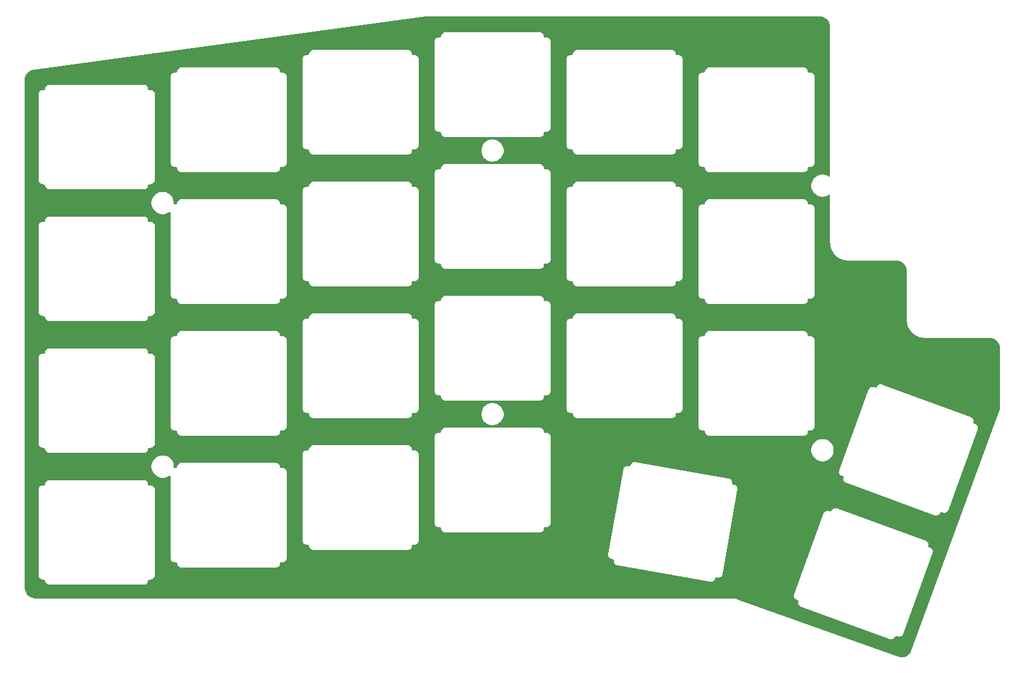
<source format=gbr>
%TF.GenerationSoftware,KiCad,Pcbnew,5.1.6-c6e7f7d~87~ubuntu20.04.1*%
%TF.CreationDate,2020-09-01T20:40:30-05:00*%
%TF.ProjectId,TopPlate,546f7050-6c61-4746-952e-6b696361645f,rev?*%
%TF.SameCoordinates,Original*%
%TF.FileFunction,Copper,L1,Top*%
%TF.FilePolarity,Positive*%
%FSLAX46Y46*%
G04 Gerber Fmt 4.6, Leading zero omitted, Abs format (unit mm)*
G04 Created by KiCad (PCBNEW 5.1.6-c6e7f7d~87~ubuntu20.04.1) date 2020-09-01 20:40:30*
%MOMM*%
%LPD*%
G01*
G04 APERTURE LIST*
%TA.AperFunction,NonConductor*%
%ADD10C,0.254000*%
%TD*%
G04 APERTURE END LIST*
D10*
G36*
X146188875Y-31169234D02*
G01*
X146444622Y-31246448D01*
X146680504Y-31371869D01*
X146887530Y-31540716D01*
X147057813Y-31746554D01*
X147184879Y-31981556D01*
X147263876Y-32236756D01*
X147295000Y-32532882D01*
X147295001Y-54067817D01*
X147135831Y-53961463D01*
X146820081Y-53830675D01*
X146484883Y-53764000D01*
X146143117Y-53764000D01*
X145807919Y-53830675D01*
X145492169Y-53961463D01*
X145208002Y-54151337D01*
X144966337Y-54393002D01*
X144776463Y-54677169D01*
X144645675Y-54992919D01*
X144579000Y-55328117D01*
X144579000Y-55669883D01*
X144645675Y-56005081D01*
X144776463Y-56320831D01*
X144966337Y-56604998D01*
X145208002Y-56846663D01*
X145492169Y-57036537D01*
X145807919Y-57167325D01*
X146143117Y-57234000D01*
X146484883Y-57234000D01*
X146820081Y-57167325D01*
X147135831Y-57036537D01*
X147295001Y-56930183D01*
X147295001Y-63786419D01*
X147297854Y-63815388D01*
X147297766Y-63828003D01*
X147298665Y-63837174D01*
X147340118Y-64231577D01*
X147352148Y-64290183D01*
X147363355Y-64348935D01*
X147366019Y-64357757D01*
X147483290Y-64736599D01*
X147506474Y-64791750D01*
X147528880Y-64847208D01*
X147533206Y-64855345D01*
X147721828Y-65204193D01*
X147755283Y-65253792D01*
X147788032Y-65303838D01*
X147793855Y-65310977D01*
X147793858Y-65310981D01*
X147793862Y-65310985D01*
X148046644Y-65616547D01*
X148089061Y-65658669D01*
X148130943Y-65701438D01*
X148138044Y-65707311D01*
X148445369Y-65957960D01*
X148495178Y-65991052D01*
X148544550Y-66024859D01*
X148552656Y-66029241D01*
X148902813Y-66215423D01*
X148958105Y-66238212D01*
X149013101Y-66261784D01*
X149021905Y-66264509D01*
X149401556Y-66379132D01*
X149460250Y-66390754D01*
X149518747Y-66403188D01*
X149527911Y-66404151D01*
X149922596Y-66442850D01*
X149922598Y-66442850D01*
X149954581Y-66446000D01*
X156939721Y-66446000D01*
X157237875Y-66475234D01*
X157493622Y-66552448D01*
X157729504Y-66677869D01*
X157936530Y-66846716D01*
X158106813Y-67052554D01*
X158233879Y-67287556D01*
X158312876Y-67542756D01*
X158344000Y-67838882D01*
X158344001Y-74962419D01*
X158346854Y-74991388D01*
X158346766Y-75004003D01*
X158347665Y-75013174D01*
X158389118Y-75407577D01*
X158401148Y-75466183D01*
X158412355Y-75524935D01*
X158415019Y-75533757D01*
X158532290Y-75912599D01*
X158555474Y-75967750D01*
X158577880Y-76023208D01*
X158582206Y-76031345D01*
X158770828Y-76380193D01*
X158804283Y-76429792D01*
X158837032Y-76479838D01*
X158842855Y-76486977D01*
X158842858Y-76486981D01*
X158842862Y-76486985D01*
X159095644Y-76792547D01*
X159138061Y-76834669D01*
X159179943Y-76877438D01*
X159187044Y-76883311D01*
X159494369Y-77133960D01*
X159544178Y-77167052D01*
X159593550Y-77200859D01*
X159601656Y-77205241D01*
X159951813Y-77391423D01*
X160007105Y-77414212D01*
X160062101Y-77437784D01*
X160070905Y-77440509D01*
X160450556Y-77555132D01*
X160509250Y-77566754D01*
X160567747Y-77579188D01*
X160576911Y-77580151D01*
X160971596Y-77618850D01*
X160971598Y-77618850D01*
X161003581Y-77622000D01*
X170401721Y-77622000D01*
X170699875Y-77651234D01*
X170955622Y-77728448D01*
X171191504Y-77853869D01*
X171398530Y-78022716D01*
X171568813Y-78228554D01*
X171695879Y-78463556D01*
X171774876Y-78718756D01*
X171806000Y-79014882D01*
X171806001Y-87470711D01*
X171776086Y-87775812D01*
X171714784Y-87995369D01*
X159030164Y-122607793D01*
X158900397Y-122878638D01*
X158740369Y-123092553D01*
X158541840Y-123271309D01*
X158312367Y-123408103D01*
X158060695Y-123497720D01*
X157796411Y-123536746D01*
X157529582Y-123523695D01*
X157239579Y-123451389D01*
X134109522Y-115187118D01*
X134086828Y-115181444D01*
X133795172Y-115100012D01*
X133743044Y-115090821D01*
X133691254Y-115079812D01*
X133682089Y-115078849D01*
X133287405Y-115040150D01*
X133287402Y-115040150D01*
X133255419Y-115037000D01*
X32687092Y-115037000D01*
X32388937Y-115007766D01*
X32133189Y-114930551D01*
X31937487Y-114826494D01*
X142043471Y-114826494D01*
X142062820Y-114962022D01*
X142108237Y-115091172D01*
X142177978Y-115208980D01*
X142269362Y-115310918D01*
X142378877Y-115393069D01*
X142471388Y-115437443D01*
X142471391Y-115437444D01*
X142502315Y-115452277D01*
X142535539Y-115460792D01*
X142743086Y-115536333D01*
X142735948Y-115555945D01*
X142721116Y-115586867D01*
X142712601Y-115620090D01*
X142712600Y-115620093D01*
X142687477Y-115718119D01*
X142687127Y-115719484D01*
X142679664Y-115856182D01*
X142699013Y-115991710D01*
X142744430Y-116120860D01*
X142814171Y-116238668D01*
X142905555Y-116340605D01*
X143015070Y-116422757D01*
X143107581Y-116467131D01*
X143107584Y-116467132D01*
X143138508Y-116481965D01*
X143171733Y-116490480D01*
X155981373Y-121152809D01*
X156012295Y-121167641D01*
X156045515Y-121176155D01*
X156045521Y-121176157D01*
X156144912Y-121201630D01*
X156274533Y-121208707D01*
X156281610Y-121209093D01*
X156281611Y-121209093D01*
X156417139Y-121189744D01*
X156546289Y-121144327D01*
X156664097Y-121074586D01*
X156717980Y-121026281D01*
X156766034Y-120983203D01*
X156848186Y-120873688D01*
X156892560Y-120781177D01*
X156892563Y-120781170D01*
X156907394Y-120750249D01*
X156915907Y-120717031D01*
X156923046Y-120697417D01*
X157130601Y-120772960D01*
X157161520Y-120787791D01*
X157194739Y-120796305D01*
X157194745Y-120796307D01*
X157294136Y-120821780D01*
X157430835Y-120829243D01*
X157566363Y-120809894D01*
X157695513Y-120764477D01*
X157813321Y-120694736D01*
X157915259Y-120603352D01*
X157997410Y-120493837D01*
X158039945Y-120405159D01*
X158041784Y-120401326D01*
X158041785Y-120401323D01*
X158056618Y-120370399D01*
X158065133Y-120337174D01*
X162317039Y-108655160D01*
X162331869Y-108624241D01*
X162340383Y-108591022D01*
X162340385Y-108591016D01*
X162365858Y-108491625D01*
X162373321Y-108354926D01*
X162362481Y-108279000D01*
X162353972Y-108219397D01*
X162308555Y-108090247D01*
X162238814Y-107972440D01*
X162147430Y-107870502D01*
X162037915Y-107788351D01*
X161945404Y-107743977D01*
X161945401Y-107743976D01*
X161914477Y-107729143D01*
X161881252Y-107720628D01*
X161673706Y-107645087D01*
X161680845Y-107625472D01*
X161695676Y-107594553D01*
X161704189Y-107561336D01*
X161704192Y-107561328D01*
X161729665Y-107461937D01*
X161737128Y-107325237D01*
X161717779Y-107189710D01*
X161672362Y-107060559D01*
X161632609Y-106993408D01*
X161602621Y-106942751D01*
X161511237Y-106840813D01*
X161401722Y-106758662D01*
X161309211Y-106714288D01*
X161278285Y-106699454D01*
X161245059Y-106690939D01*
X148435422Y-102028612D01*
X148404497Y-102013779D01*
X148271880Y-101979790D01*
X148135181Y-101972327D01*
X147999653Y-101991676D01*
X147870504Y-102037092D01*
X147824357Y-102064411D01*
X147752695Y-102106834D01*
X147733362Y-102124166D01*
X147650758Y-102198217D01*
X147568606Y-102307732D01*
X147524232Y-102400243D01*
X147524229Y-102400250D01*
X147509398Y-102431171D01*
X147500884Y-102464392D01*
X147493746Y-102484004D01*
X147286194Y-102408461D01*
X147255272Y-102393629D01*
X147222049Y-102385114D01*
X147222046Y-102385113D01*
X147122655Y-102359640D01*
X146985957Y-102352177D01*
X146985956Y-102352177D01*
X146850428Y-102371526D01*
X146721278Y-102416943D01*
X146603470Y-102486684D01*
X146501532Y-102578068D01*
X146419381Y-102687583D01*
X146375007Y-102780094D01*
X146375003Y-102780106D01*
X146360174Y-102811021D01*
X146351661Y-102844236D01*
X142099755Y-114526257D01*
X142084923Y-114557179D01*
X142076408Y-114590402D01*
X142076407Y-114590405D01*
X142061353Y-114649144D01*
X142050934Y-114689796D01*
X142043471Y-114826494D01*
X31937487Y-114826494D01*
X31897309Y-114805131D01*
X31690288Y-114636289D01*
X31520000Y-114430446D01*
X31392934Y-114195444D01*
X31313936Y-113940240D01*
X31282808Y-113644066D01*
X31279735Y-99374000D01*
X33030638Y-99374000D01*
X33034000Y-99408134D01*
X33034001Y-111839855D01*
X33030638Y-111874000D01*
X33044057Y-112010244D01*
X33083798Y-112141252D01*
X33148333Y-112261989D01*
X33235183Y-112367817D01*
X33341011Y-112454667D01*
X33461748Y-112519202D01*
X33592756Y-112558943D01*
X33694865Y-112569000D01*
X33694866Y-112569000D01*
X33729000Y-112572362D01*
X33763135Y-112569000D01*
X33984000Y-112569000D01*
X33984000Y-112589865D01*
X33980638Y-112624000D01*
X33994057Y-112760244D01*
X34033798Y-112891252D01*
X34098333Y-113011989D01*
X34185183Y-113117817D01*
X34291011Y-113204667D01*
X34411748Y-113269202D01*
X34542756Y-113308943D01*
X34644865Y-113319000D01*
X34644866Y-113319000D01*
X34679000Y-113322362D01*
X34713135Y-113319000D01*
X48344865Y-113319000D01*
X48379000Y-113322362D01*
X48413134Y-113319000D01*
X48413135Y-113319000D01*
X48515244Y-113308943D01*
X48646252Y-113269202D01*
X48766989Y-113204667D01*
X48872817Y-113117817D01*
X48959667Y-113011989D01*
X49024202Y-112891252D01*
X49063943Y-112760244D01*
X49077362Y-112624000D01*
X49074000Y-112589865D01*
X49074000Y-112569000D01*
X49294865Y-112569000D01*
X49329000Y-112572362D01*
X49363134Y-112569000D01*
X49363135Y-112569000D01*
X49465244Y-112558943D01*
X49596252Y-112519202D01*
X49716989Y-112454667D01*
X49822817Y-112367817D01*
X49909667Y-112261989D01*
X49974202Y-112141252D01*
X50013943Y-112010244D01*
X50027362Y-111874000D01*
X50024000Y-111839865D01*
X50024000Y-99408134D01*
X50027362Y-99374000D01*
X50013943Y-99237756D01*
X49974202Y-99106748D01*
X49909667Y-98986011D01*
X49822817Y-98880183D01*
X49716989Y-98793333D01*
X49596252Y-98728798D01*
X49465244Y-98689057D01*
X49363135Y-98679000D01*
X49329000Y-98675638D01*
X49294866Y-98679000D01*
X49074000Y-98679000D01*
X49074000Y-98658135D01*
X49077362Y-98624000D01*
X49063943Y-98487756D01*
X49024202Y-98356748D01*
X48959667Y-98236011D01*
X48872817Y-98130183D01*
X48766989Y-98043333D01*
X48646252Y-97978798D01*
X48515244Y-97939057D01*
X48413135Y-97929000D01*
X48379000Y-97925638D01*
X48344866Y-97929000D01*
X34713134Y-97929000D01*
X34679000Y-97925638D01*
X34644865Y-97929000D01*
X34542756Y-97939057D01*
X34411748Y-97978798D01*
X34291011Y-98043333D01*
X34185183Y-98130183D01*
X34098333Y-98236011D01*
X34033798Y-98356748D01*
X33994057Y-98487756D01*
X33980638Y-98624000D01*
X33984000Y-98658135D01*
X33984000Y-98679000D01*
X33763134Y-98679000D01*
X33729000Y-98675638D01*
X33694865Y-98679000D01*
X33592756Y-98689057D01*
X33461748Y-98728798D01*
X33341011Y-98793333D01*
X33235183Y-98880183D01*
X33148333Y-98986011D01*
X33083798Y-99106748D01*
X33044057Y-99237756D01*
X33030638Y-99374000D01*
X31279735Y-99374000D01*
X31278993Y-95928117D01*
X49329000Y-95928117D01*
X49329000Y-96269883D01*
X49395675Y-96605081D01*
X49526463Y-96920831D01*
X49716337Y-97204998D01*
X49958002Y-97446663D01*
X50242169Y-97636537D01*
X50557919Y-97767325D01*
X50893117Y-97834000D01*
X51234883Y-97834000D01*
X51570081Y-97767325D01*
X51885831Y-97636537D01*
X52084000Y-97504125D01*
X52084001Y-109339855D01*
X52080638Y-109374000D01*
X52094057Y-109510244D01*
X52133798Y-109641252D01*
X52198333Y-109761989D01*
X52285183Y-109867817D01*
X52391011Y-109954667D01*
X52511748Y-110019202D01*
X52642756Y-110058943D01*
X52744865Y-110069000D01*
X52744866Y-110069000D01*
X52779000Y-110072362D01*
X52813135Y-110069000D01*
X53034000Y-110069000D01*
X53034000Y-110089865D01*
X53030638Y-110124000D01*
X53044057Y-110260244D01*
X53083798Y-110391252D01*
X53148333Y-110511989D01*
X53235183Y-110617817D01*
X53341011Y-110704667D01*
X53461748Y-110769202D01*
X53592756Y-110808943D01*
X53694865Y-110819000D01*
X53694866Y-110819000D01*
X53729000Y-110822362D01*
X53763135Y-110819000D01*
X67394865Y-110819000D01*
X67429000Y-110822362D01*
X67463134Y-110819000D01*
X67463135Y-110819000D01*
X67565244Y-110808943D01*
X67696252Y-110769202D01*
X67816989Y-110704667D01*
X67922817Y-110617817D01*
X68009667Y-110511989D01*
X68074202Y-110391252D01*
X68113943Y-110260244D01*
X68127362Y-110124000D01*
X68124000Y-110089865D01*
X68124000Y-110069000D01*
X68344865Y-110069000D01*
X68379000Y-110072362D01*
X68413134Y-110069000D01*
X68413135Y-110069000D01*
X68515244Y-110058943D01*
X68646252Y-110019202D01*
X68766989Y-109954667D01*
X68872817Y-109867817D01*
X68959667Y-109761989D01*
X69024202Y-109641252D01*
X69063943Y-109510244D01*
X69077362Y-109374000D01*
X69074000Y-109339865D01*
X69074000Y-108911603D01*
X115253572Y-108911603D01*
X115269960Y-109047522D01*
X115312549Y-109177631D01*
X115315347Y-109182601D01*
X115379702Y-109296932D01*
X115445817Y-109374000D01*
X115468842Y-109400840D01*
X115492017Y-109419028D01*
X115576537Y-109485360D01*
X115698654Y-109547246D01*
X115742046Y-109559382D01*
X115797466Y-109574882D01*
X115797469Y-109574883D01*
X115830498Y-109584120D01*
X115864695Y-109586736D01*
X116082209Y-109625089D01*
X116078587Y-109645632D01*
X116069347Y-109678670D01*
X116064415Y-109743140D01*
X116058904Y-109815174D01*
X116075292Y-109951092D01*
X116117881Y-110081201D01*
X116185034Y-110200503D01*
X116274173Y-110304410D01*
X116381870Y-110388931D01*
X116503986Y-110450817D01*
X116635830Y-110487691D01*
X116670036Y-110490308D01*
X130094660Y-112857431D01*
X130127696Y-112866671D01*
X130264200Y-112877114D01*
X130400118Y-112860726D01*
X130530228Y-112818137D01*
X130649529Y-112750984D01*
X130753436Y-112661845D01*
X130837957Y-112554149D01*
X130899843Y-112432032D01*
X130936717Y-112300188D01*
X130939334Y-112265982D01*
X130942956Y-112245439D01*
X131160462Y-112283791D01*
X131193499Y-112293031D01*
X131330003Y-112303474D01*
X131465921Y-112287086D01*
X131596030Y-112244498D01*
X131715332Y-112177344D01*
X131819239Y-112088205D01*
X131903760Y-111980509D01*
X131965646Y-111858392D01*
X132002520Y-111726548D01*
X132005137Y-111692340D01*
X134163886Y-99449476D01*
X134173122Y-99416450D01*
X134178982Y-99339866D01*
X134183566Y-99279948D01*
X134183566Y-99279946D01*
X134167178Y-99144027D01*
X134124589Y-99013919D01*
X134100403Y-98970952D01*
X134057436Y-98894618D01*
X133968297Y-98790711D01*
X133968296Y-98790710D01*
X133860599Y-98706190D01*
X133800313Y-98675638D01*
X133738484Y-98644304D01*
X133606640Y-98607430D01*
X133572441Y-98604814D01*
X133354929Y-98566461D01*
X133358552Y-98545915D01*
X133367791Y-98512880D01*
X133378234Y-98376375D01*
X133361846Y-98240457D01*
X133319258Y-98110348D01*
X133252104Y-97991046D01*
X133162965Y-97887139D01*
X133055269Y-97802618D01*
X132933152Y-97740732D01*
X132834341Y-97713097D01*
X132834335Y-97713096D01*
X132801308Y-97703859D01*
X132767114Y-97701243D01*
X128366804Y-96925350D01*
X148558954Y-96925350D01*
X148578303Y-97060878D01*
X148623720Y-97190028D01*
X148693461Y-97307836D01*
X148784845Y-97409774D01*
X148894360Y-97491925D01*
X148986871Y-97536299D01*
X148986874Y-97536300D01*
X149017798Y-97551133D01*
X149051022Y-97559648D01*
X149258569Y-97635189D01*
X149251431Y-97654801D01*
X149236599Y-97685723D01*
X149202610Y-97818340D01*
X149195147Y-97955038D01*
X149214496Y-98090566D01*
X149259913Y-98219716D01*
X149329654Y-98337524D01*
X149421038Y-98439461D01*
X149530553Y-98521613D01*
X149623064Y-98565987D01*
X149623067Y-98565988D01*
X149653991Y-98580821D01*
X149687216Y-98589336D01*
X162496856Y-103251665D01*
X162527778Y-103266497D01*
X162560998Y-103275011D01*
X162561004Y-103275013D01*
X162660395Y-103300486D01*
X162790016Y-103307563D01*
X162797093Y-103307949D01*
X162797094Y-103307949D01*
X162932622Y-103288600D01*
X163061772Y-103243183D01*
X163179580Y-103173442D01*
X163233463Y-103125137D01*
X163281517Y-103082059D01*
X163363669Y-102972544D01*
X163408043Y-102880033D01*
X163408046Y-102880026D01*
X163422877Y-102849105D01*
X163431390Y-102815887D01*
X163438529Y-102796273D01*
X163646084Y-102871816D01*
X163677003Y-102886647D01*
X163710222Y-102895161D01*
X163710228Y-102895163D01*
X163809619Y-102920636D01*
X163946318Y-102928099D01*
X164081846Y-102908750D01*
X164210996Y-102863333D01*
X164328804Y-102793592D01*
X164430742Y-102702208D01*
X164512893Y-102592693D01*
X164557267Y-102500182D01*
X164557268Y-102500179D01*
X164572101Y-102469255D01*
X164580616Y-102436030D01*
X168832522Y-90754016D01*
X168847352Y-90723097D01*
X168855866Y-90689878D01*
X168855868Y-90689872D01*
X168881341Y-90590481D01*
X168888804Y-90453782D01*
X168880954Y-90398798D01*
X168869455Y-90318253D01*
X168824038Y-90189103D01*
X168754297Y-90071296D01*
X168662913Y-89969358D01*
X168553398Y-89887207D01*
X168460887Y-89842833D01*
X168460884Y-89842832D01*
X168429960Y-89827999D01*
X168396735Y-89819484D01*
X168189189Y-89743943D01*
X168196328Y-89724328D01*
X168211159Y-89693409D01*
X168219672Y-89660192D01*
X168219675Y-89660184D01*
X168245148Y-89560793D01*
X168252611Y-89424093D01*
X168233262Y-89288566D01*
X168213498Y-89232362D01*
X168187845Y-89159415D01*
X168118104Y-89041607D01*
X168026720Y-88939669D01*
X167917205Y-88857518D01*
X167824694Y-88813144D01*
X167793768Y-88798310D01*
X167760542Y-88789795D01*
X154950905Y-84127468D01*
X154919980Y-84112635D01*
X154787363Y-84078646D01*
X154650664Y-84071183D01*
X154515136Y-84090532D01*
X154385987Y-84135948D01*
X154337920Y-84164404D01*
X154268178Y-84205690D01*
X154219992Y-84248887D01*
X154166241Y-84297073D01*
X154084089Y-84406588D01*
X154039715Y-84499099D01*
X154039712Y-84499106D01*
X154024881Y-84530027D01*
X154016367Y-84563248D01*
X154009229Y-84582860D01*
X153801677Y-84507317D01*
X153770755Y-84492485D01*
X153737532Y-84483970D01*
X153737529Y-84483969D01*
X153638138Y-84458496D01*
X153501440Y-84451033D01*
X153501439Y-84451033D01*
X153365911Y-84470382D01*
X153236761Y-84515799D01*
X153118953Y-84585540D01*
X153017015Y-84676924D01*
X152934864Y-84786439D01*
X152890490Y-84878950D01*
X152890486Y-84878962D01*
X152875657Y-84909877D01*
X152867144Y-84943092D01*
X148615238Y-96625113D01*
X148600406Y-96656035D01*
X148591891Y-96689258D01*
X148591890Y-96689261D01*
X148579911Y-96736002D01*
X148566417Y-96788652D01*
X148558954Y-96925350D01*
X128366804Y-96925350D01*
X119342478Y-95334119D01*
X119309442Y-95324879D01*
X119189641Y-95315714D01*
X119172938Y-95314436D01*
X119172937Y-95314436D01*
X119086326Y-95324879D01*
X119037020Y-95330824D01*
X118906911Y-95373413D01*
X118787609Y-95440566D01*
X118683702Y-95529705D01*
X118599181Y-95637402D01*
X118537295Y-95759518D01*
X118500421Y-95891362D01*
X118497804Y-95925568D01*
X118494182Y-95946111D01*
X118276676Y-95907759D01*
X118243639Y-95898519D01*
X118135853Y-95890273D01*
X118107136Y-95888076D01*
X118107134Y-95888076D01*
X117971216Y-95904464D01*
X117928628Y-95918404D01*
X117841108Y-95947052D01*
X117788959Y-95976406D01*
X117721805Y-96014206D01*
X117617898Y-96103345D01*
X117533377Y-96211042D01*
X117471491Y-96333158D01*
X117455244Y-96391252D01*
X117434618Y-96465002D01*
X117432002Y-96499198D01*
X115273254Y-108742065D01*
X115264015Y-108775100D01*
X115253572Y-108911603D01*
X69074000Y-108911603D01*
X69074000Y-96908134D01*
X69077362Y-96874000D01*
X69063943Y-96737756D01*
X69024202Y-96606748D01*
X68959667Y-96486011D01*
X68872817Y-96380183D01*
X68766989Y-96293333D01*
X68646252Y-96228798D01*
X68515244Y-96189057D01*
X68413135Y-96179000D01*
X68379000Y-96175638D01*
X68344866Y-96179000D01*
X68124000Y-96179000D01*
X68124000Y-96158135D01*
X68127362Y-96124000D01*
X68113943Y-95987756D01*
X68074202Y-95856748D01*
X68009667Y-95736011D01*
X67922817Y-95630183D01*
X67816989Y-95543333D01*
X67696252Y-95478798D01*
X67565244Y-95439057D01*
X67463135Y-95429000D01*
X67429000Y-95425638D01*
X67394866Y-95429000D01*
X53763134Y-95429000D01*
X53729000Y-95425638D01*
X53694865Y-95429000D01*
X53592756Y-95439057D01*
X53461748Y-95478798D01*
X53341011Y-95543333D01*
X53235183Y-95630183D01*
X53148333Y-95736011D01*
X53083798Y-95856748D01*
X53044057Y-95987756D01*
X53030638Y-96124000D01*
X53034000Y-96158135D01*
X53034000Y-96179000D01*
X52813134Y-96179000D01*
X52799000Y-96177608D01*
X52799000Y-95928117D01*
X52732325Y-95592919D01*
X52601537Y-95277169D01*
X52411663Y-94993002D01*
X52169998Y-94751337D01*
X51885831Y-94561463D01*
X51570081Y-94430675D01*
X51234883Y-94364000D01*
X50893117Y-94364000D01*
X50557919Y-94430675D01*
X50242169Y-94561463D01*
X49958002Y-94751337D01*
X49716337Y-94993002D01*
X49526463Y-95277169D01*
X49395675Y-95592919D01*
X49329000Y-95928117D01*
X31278993Y-95928117D01*
X31278650Y-94334000D01*
X71130638Y-94334000D01*
X71134000Y-94368134D01*
X71134001Y-106799855D01*
X71130638Y-106834000D01*
X71144057Y-106970244D01*
X71183798Y-107101252D01*
X71248333Y-107221989D01*
X71335183Y-107327817D01*
X71441011Y-107414667D01*
X71561748Y-107479202D01*
X71692756Y-107518943D01*
X71794865Y-107529000D01*
X71794866Y-107529000D01*
X71829000Y-107532362D01*
X71863135Y-107529000D01*
X72084000Y-107529000D01*
X72084000Y-107549865D01*
X72080638Y-107584000D01*
X72094057Y-107720244D01*
X72133798Y-107851252D01*
X72198333Y-107971989D01*
X72285183Y-108077817D01*
X72391011Y-108164667D01*
X72511748Y-108229202D01*
X72642756Y-108268943D01*
X72744865Y-108279000D01*
X72744866Y-108279000D01*
X72779000Y-108282362D01*
X72813135Y-108279000D01*
X86444865Y-108279000D01*
X86479000Y-108282362D01*
X86513134Y-108279000D01*
X86513135Y-108279000D01*
X86615244Y-108268943D01*
X86746252Y-108229202D01*
X86866989Y-108164667D01*
X86972817Y-108077817D01*
X87059667Y-107971989D01*
X87124202Y-107851252D01*
X87163943Y-107720244D01*
X87177362Y-107584000D01*
X87174000Y-107549865D01*
X87174000Y-107529000D01*
X87394865Y-107529000D01*
X87429000Y-107532362D01*
X87463134Y-107529000D01*
X87463135Y-107529000D01*
X87565244Y-107518943D01*
X87696252Y-107479202D01*
X87816989Y-107414667D01*
X87922817Y-107327817D01*
X88009667Y-107221989D01*
X88074202Y-107101252D01*
X88113943Y-106970244D01*
X88127362Y-106834000D01*
X88124000Y-106799865D01*
X88124000Y-94368134D01*
X88127362Y-94334000D01*
X88113943Y-94197756D01*
X88074202Y-94066748D01*
X88009667Y-93946011D01*
X87922817Y-93840183D01*
X87816989Y-93753333D01*
X87696252Y-93688798D01*
X87565244Y-93649057D01*
X87463135Y-93639000D01*
X87429000Y-93635638D01*
X87394866Y-93639000D01*
X87174000Y-93639000D01*
X87174000Y-93618135D01*
X87177362Y-93584000D01*
X87163943Y-93447756D01*
X87124202Y-93316748D01*
X87059667Y-93196011D01*
X86972817Y-93090183D01*
X86866989Y-93003333D01*
X86746252Y-92938798D01*
X86615244Y-92899057D01*
X86513135Y-92889000D01*
X86479000Y-92885638D01*
X86444866Y-92889000D01*
X72813134Y-92889000D01*
X72779000Y-92885638D01*
X72744865Y-92889000D01*
X72642756Y-92899057D01*
X72511748Y-92938798D01*
X72391011Y-93003333D01*
X72285183Y-93090183D01*
X72198333Y-93196011D01*
X72133798Y-93316748D01*
X72094057Y-93447756D01*
X72080638Y-93584000D01*
X72084000Y-93618135D01*
X72084000Y-93639000D01*
X71863134Y-93639000D01*
X71829000Y-93635638D01*
X71794865Y-93639000D01*
X71692756Y-93649057D01*
X71561748Y-93688798D01*
X71441011Y-93753333D01*
X71335183Y-93840183D01*
X71248333Y-93946011D01*
X71183798Y-94066748D01*
X71144057Y-94197756D01*
X71130638Y-94334000D01*
X31278650Y-94334000D01*
X31275632Y-80324000D01*
X33030638Y-80324000D01*
X33034000Y-80358134D01*
X33034001Y-92789855D01*
X33030638Y-92824000D01*
X33044057Y-92960244D01*
X33083798Y-93091252D01*
X33148333Y-93211989D01*
X33235183Y-93317817D01*
X33341011Y-93404667D01*
X33461748Y-93469202D01*
X33592756Y-93508943D01*
X33694865Y-93519000D01*
X33694866Y-93519000D01*
X33729000Y-93522362D01*
X33763135Y-93519000D01*
X33984000Y-93519000D01*
X33984000Y-93539865D01*
X33980638Y-93574000D01*
X33994057Y-93710244D01*
X34033798Y-93841252D01*
X34098333Y-93961989D01*
X34185183Y-94067817D01*
X34291011Y-94154667D01*
X34411748Y-94219202D01*
X34542756Y-94258943D01*
X34644865Y-94269000D01*
X34644866Y-94269000D01*
X34679000Y-94272362D01*
X34713135Y-94269000D01*
X48344865Y-94269000D01*
X48379000Y-94272362D01*
X48413134Y-94269000D01*
X48413135Y-94269000D01*
X48515244Y-94258943D01*
X48646252Y-94219202D01*
X48766989Y-94154667D01*
X48872817Y-94067817D01*
X48959667Y-93961989D01*
X49024202Y-93841252D01*
X49063943Y-93710244D01*
X49077362Y-93574000D01*
X49074000Y-93539865D01*
X49074000Y-93519000D01*
X49294865Y-93519000D01*
X49329000Y-93522362D01*
X49363134Y-93519000D01*
X49363135Y-93519000D01*
X49465244Y-93508943D01*
X49596252Y-93469202D01*
X49716989Y-93404667D01*
X49822817Y-93317817D01*
X49909667Y-93211989D01*
X49974202Y-93091252D01*
X50013943Y-92960244D01*
X50027362Y-92824000D01*
X50024000Y-92789865D01*
X50024000Y-91794000D01*
X90180638Y-91794000D01*
X90184000Y-91828134D01*
X90184001Y-104259855D01*
X90180638Y-104294000D01*
X90194057Y-104430244D01*
X90233798Y-104561252D01*
X90298333Y-104681989D01*
X90385183Y-104787817D01*
X90491011Y-104874667D01*
X90611748Y-104939202D01*
X90742756Y-104978943D01*
X90844865Y-104989000D01*
X90844866Y-104989000D01*
X90879000Y-104992362D01*
X90913135Y-104989000D01*
X91134000Y-104989000D01*
X91134000Y-105009865D01*
X91130638Y-105044000D01*
X91144057Y-105180244D01*
X91183798Y-105311252D01*
X91248333Y-105431989D01*
X91335183Y-105537817D01*
X91441011Y-105624667D01*
X91561748Y-105689202D01*
X91692756Y-105728943D01*
X91794865Y-105739000D01*
X91794866Y-105739000D01*
X91829000Y-105742362D01*
X91863135Y-105739000D01*
X105494865Y-105739000D01*
X105529000Y-105742362D01*
X105563134Y-105739000D01*
X105563135Y-105739000D01*
X105665244Y-105728943D01*
X105796252Y-105689202D01*
X105916989Y-105624667D01*
X106022817Y-105537817D01*
X106109667Y-105431989D01*
X106174202Y-105311252D01*
X106213943Y-105180244D01*
X106227362Y-105044000D01*
X106224000Y-105009865D01*
X106224000Y-104989000D01*
X106444865Y-104989000D01*
X106479000Y-104992362D01*
X106513134Y-104989000D01*
X106513135Y-104989000D01*
X106615244Y-104978943D01*
X106746252Y-104939202D01*
X106866989Y-104874667D01*
X106972817Y-104787817D01*
X107059667Y-104681989D01*
X107124202Y-104561252D01*
X107163943Y-104430244D01*
X107177362Y-104294000D01*
X107174000Y-104259865D01*
X107174000Y-93555117D01*
X144579000Y-93555117D01*
X144579000Y-93896883D01*
X144645675Y-94232081D01*
X144776463Y-94547831D01*
X144966337Y-94831998D01*
X145208002Y-95073663D01*
X145492169Y-95263537D01*
X145807919Y-95394325D01*
X146143117Y-95461000D01*
X146484883Y-95461000D01*
X146820081Y-95394325D01*
X147135831Y-95263537D01*
X147419998Y-95073663D01*
X147661663Y-94831998D01*
X147851537Y-94547831D01*
X147982325Y-94232081D01*
X148049000Y-93896883D01*
X148049000Y-93555117D01*
X147982325Y-93219919D01*
X147851537Y-92904169D01*
X147661663Y-92620002D01*
X147419998Y-92378337D01*
X147135831Y-92188463D01*
X146820081Y-92057675D01*
X146484883Y-91991000D01*
X146143117Y-91991000D01*
X145807919Y-92057675D01*
X145492169Y-92188463D01*
X145208002Y-92378337D01*
X144966337Y-92620002D01*
X144776463Y-92904169D01*
X144645675Y-93219919D01*
X144579000Y-93555117D01*
X107174000Y-93555117D01*
X107174000Y-91828134D01*
X107177362Y-91794000D01*
X107163943Y-91657756D01*
X107124202Y-91526748D01*
X107059667Y-91406011D01*
X106972817Y-91300183D01*
X106866989Y-91213333D01*
X106746252Y-91148798D01*
X106615244Y-91109057D01*
X106513135Y-91099000D01*
X106479000Y-91095638D01*
X106444866Y-91099000D01*
X106224000Y-91099000D01*
X106224000Y-91078135D01*
X106227362Y-91044000D01*
X106213943Y-90907756D01*
X106174202Y-90776748D01*
X106109667Y-90656011D01*
X106022817Y-90550183D01*
X105916989Y-90463333D01*
X105796252Y-90398798D01*
X105665244Y-90359057D01*
X105563135Y-90349000D01*
X105529000Y-90345638D01*
X105494866Y-90349000D01*
X91863134Y-90349000D01*
X91829000Y-90345638D01*
X91794865Y-90349000D01*
X91692756Y-90359057D01*
X91561748Y-90398798D01*
X91441011Y-90463333D01*
X91335183Y-90550183D01*
X91248333Y-90656011D01*
X91183798Y-90776748D01*
X91144057Y-90907756D01*
X91130638Y-91044000D01*
X91134000Y-91078135D01*
X91134000Y-91099000D01*
X90913134Y-91099000D01*
X90879000Y-91095638D01*
X90844865Y-91099000D01*
X90742756Y-91109057D01*
X90611748Y-91148798D01*
X90491011Y-91213333D01*
X90385183Y-91300183D01*
X90298333Y-91406011D01*
X90233798Y-91526748D01*
X90194057Y-91657756D01*
X90180638Y-91794000D01*
X50024000Y-91794000D01*
X50024000Y-80358134D01*
X50027362Y-80324000D01*
X50013943Y-80187756D01*
X49974202Y-80056748D01*
X49909667Y-79936011D01*
X49822817Y-79830183D01*
X49716989Y-79743333D01*
X49596252Y-79678798D01*
X49465244Y-79639057D01*
X49363135Y-79629000D01*
X49329000Y-79625638D01*
X49294866Y-79629000D01*
X49074000Y-79629000D01*
X49074000Y-79608135D01*
X49077362Y-79574000D01*
X49066204Y-79460707D01*
X49063943Y-79437756D01*
X49024202Y-79306748D01*
X48959667Y-79186011D01*
X48872817Y-79080183D01*
X48766989Y-78993333D01*
X48646252Y-78928798D01*
X48515244Y-78889057D01*
X48379000Y-78875638D01*
X48344866Y-78879000D01*
X34713134Y-78879000D01*
X34679000Y-78875638D01*
X34644865Y-78879000D01*
X34542756Y-78889057D01*
X34411748Y-78928798D01*
X34291011Y-78993333D01*
X34185183Y-79080183D01*
X34098333Y-79186011D01*
X34033798Y-79306748D01*
X33994057Y-79437756D01*
X33980638Y-79574000D01*
X33984000Y-79608135D01*
X33984000Y-79629000D01*
X33763134Y-79629000D01*
X33729000Y-79625638D01*
X33694865Y-79629000D01*
X33592756Y-79639057D01*
X33461748Y-79678798D01*
X33341011Y-79743333D01*
X33235183Y-79830183D01*
X33148333Y-79936011D01*
X33083798Y-80056748D01*
X33044057Y-80187756D01*
X33030638Y-80324000D01*
X31275632Y-80324000D01*
X31275094Y-77824000D01*
X52080638Y-77824000D01*
X52084000Y-77858134D01*
X52084001Y-90289855D01*
X52080638Y-90324000D01*
X52094057Y-90460244D01*
X52133798Y-90591252D01*
X52198333Y-90711989D01*
X52285183Y-90817817D01*
X52391011Y-90904667D01*
X52511748Y-90969202D01*
X52642756Y-91008943D01*
X52744865Y-91019000D01*
X52744866Y-91019000D01*
X52779000Y-91022362D01*
X52813135Y-91019000D01*
X53034000Y-91019000D01*
X53034000Y-91039865D01*
X53030638Y-91074000D01*
X53044057Y-91210244D01*
X53083798Y-91341252D01*
X53148333Y-91461989D01*
X53235183Y-91567817D01*
X53341011Y-91654667D01*
X53461748Y-91719202D01*
X53592756Y-91758943D01*
X53694865Y-91769000D01*
X53694866Y-91769000D01*
X53729000Y-91772362D01*
X53763135Y-91769000D01*
X67394865Y-91769000D01*
X67429000Y-91772362D01*
X67463134Y-91769000D01*
X67463135Y-91769000D01*
X67565244Y-91758943D01*
X67696252Y-91719202D01*
X67816989Y-91654667D01*
X67922817Y-91567817D01*
X68009667Y-91461989D01*
X68074202Y-91341252D01*
X68113943Y-91210244D01*
X68127362Y-91074000D01*
X68124000Y-91039865D01*
X68124000Y-91019000D01*
X68344865Y-91019000D01*
X68379000Y-91022362D01*
X68413134Y-91019000D01*
X68413135Y-91019000D01*
X68515244Y-91008943D01*
X68646252Y-90969202D01*
X68766989Y-90904667D01*
X68872817Y-90817817D01*
X68959667Y-90711989D01*
X69024202Y-90591252D01*
X69063943Y-90460244D01*
X69077362Y-90324000D01*
X69074000Y-90289865D01*
X69074000Y-77858134D01*
X69077362Y-77824000D01*
X69063943Y-77687756D01*
X69024202Y-77556748D01*
X68959667Y-77436011D01*
X68872817Y-77330183D01*
X68766989Y-77243333D01*
X68646252Y-77178798D01*
X68515244Y-77139057D01*
X68413135Y-77129000D01*
X68379000Y-77125638D01*
X68344866Y-77129000D01*
X68124000Y-77129000D01*
X68124000Y-77108135D01*
X68127362Y-77074000D01*
X68122223Y-77021818D01*
X68113943Y-76937756D01*
X68074202Y-76806748D01*
X68009667Y-76686011D01*
X67922817Y-76580183D01*
X67816989Y-76493333D01*
X67696252Y-76428798D01*
X67565244Y-76389057D01*
X67510225Y-76383638D01*
X67463135Y-76379000D01*
X67429000Y-76375638D01*
X67394866Y-76379000D01*
X53763134Y-76379000D01*
X53729000Y-76375638D01*
X53694865Y-76379000D01*
X53592756Y-76389057D01*
X53461748Y-76428798D01*
X53341011Y-76493333D01*
X53235183Y-76580183D01*
X53148333Y-76686011D01*
X53083798Y-76806748D01*
X53044057Y-76937756D01*
X53030638Y-77074000D01*
X53034000Y-77108135D01*
X53034000Y-77129000D01*
X52813134Y-77129000D01*
X52779000Y-77125638D01*
X52744865Y-77129000D01*
X52642756Y-77139057D01*
X52511748Y-77178798D01*
X52391011Y-77243333D01*
X52285183Y-77330183D01*
X52198333Y-77436011D01*
X52133798Y-77556748D01*
X52094057Y-77687756D01*
X52080638Y-77824000D01*
X31275094Y-77824000D01*
X31274547Y-75284000D01*
X71130638Y-75284000D01*
X71134000Y-75318134D01*
X71134001Y-87749855D01*
X71130638Y-87784000D01*
X71144057Y-87920244D01*
X71183798Y-88051252D01*
X71248333Y-88171989D01*
X71335183Y-88277817D01*
X71441011Y-88364667D01*
X71561748Y-88429202D01*
X71692756Y-88468943D01*
X71794865Y-88479000D01*
X71794866Y-88479000D01*
X71829000Y-88482362D01*
X71863135Y-88479000D01*
X72084000Y-88479000D01*
X72084000Y-88499865D01*
X72080638Y-88534000D01*
X72094057Y-88670244D01*
X72133798Y-88801252D01*
X72198333Y-88921989D01*
X72285183Y-89027817D01*
X72391011Y-89114667D01*
X72511748Y-89179202D01*
X72642756Y-89218943D01*
X72744865Y-89229000D01*
X72744866Y-89229000D01*
X72779000Y-89232362D01*
X72813135Y-89229000D01*
X86444865Y-89229000D01*
X86479000Y-89232362D01*
X86513134Y-89229000D01*
X86513135Y-89229000D01*
X86615244Y-89218943D01*
X86746252Y-89179202D01*
X86866989Y-89114667D01*
X86972817Y-89027817D01*
X87059667Y-88921989D01*
X87124202Y-88801252D01*
X87163943Y-88670244D01*
X87177362Y-88534000D01*
X87174000Y-88499865D01*
X87174000Y-88479000D01*
X87394865Y-88479000D01*
X87429000Y-88482362D01*
X87463134Y-88479000D01*
X87463135Y-88479000D01*
X87565244Y-88468943D01*
X87696252Y-88429202D01*
X87816989Y-88364667D01*
X87837155Y-88348117D01*
X96944000Y-88348117D01*
X96944000Y-88689883D01*
X97010675Y-89025081D01*
X97141463Y-89340831D01*
X97331337Y-89624998D01*
X97573002Y-89866663D01*
X97857169Y-90056537D01*
X98172919Y-90187325D01*
X98508117Y-90254000D01*
X98849883Y-90254000D01*
X99185081Y-90187325D01*
X99500831Y-90056537D01*
X99784998Y-89866663D01*
X100026663Y-89624998D01*
X100216537Y-89340831D01*
X100347325Y-89025081D01*
X100414000Y-88689883D01*
X100414000Y-88348117D01*
X100347325Y-88012919D01*
X100216537Y-87697169D01*
X100026663Y-87413002D01*
X99784998Y-87171337D01*
X99500831Y-86981463D01*
X99185081Y-86850675D01*
X98849883Y-86784000D01*
X98508117Y-86784000D01*
X98172919Y-86850675D01*
X97857169Y-86981463D01*
X97573002Y-87171337D01*
X97331337Y-87413002D01*
X97141463Y-87697169D01*
X97010675Y-88012919D01*
X96944000Y-88348117D01*
X87837155Y-88348117D01*
X87922817Y-88277817D01*
X88009667Y-88171989D01*
X88074202Y-88051252D01*
X88113943Y-87920244D01*
X88127362Y-87784000D01*
X88124000Y-87749865D01*
X88124000Y-75318134D01*
X88127362Y-75284000D01*
X88113943Y-75147756D01*
X88074202Y-75016748D01*
X88009667Y-74896011D01*
X87922817Y-74790183D01*
X87816989Y-74703333D01*
X87696252Y-74638798D01*
X87565244Y-74599057D01*
X87463135Y-74589000D01*
X87429000Y-74585638D01*
X87394866Y-74589000D01*
X87174000Y-74589000D01*
X87174000Y-74568135D01*
X87177362Y-74534000D01*
X87163943Y-74397756D01*
X87124202Y-74266748D01*
X87059667Y-74146011D01*
X86972817Y-74040183D01*
X86866989Y-73953333D01*
X86746252Y-73888798D01*
X86615244Y-73849057D01*
X86513135Y-73839000D01*
X86479000Y-73835638D01*
X86444866Y-73839000D01*
X72813134Y-73839000D01*
X72779000Y-73835638D01*
X72744865Y-73839000D01*
X72642756Y-73849057D01*
X72511748Y-73888798D01*
X72391011Y-73953333D01*
X72285183Y-74040183D01*
X72198333Y-74146011D01*
X72133798Y-74266748D01*
X72094057Y-74397756D01*
X72080638Y-74534000D01*
X72084000Y-74568135D01*
X72084000Y-74589000D01*
X71863134Y-74589000D01*
X71829000Y-74585638D01*
X71794865Y-74589000D01*
X71692756Y-74599057D01*
X71561748Y-74638798D01*
X71441011Y-74703333D01*
X71335183Y-74790183D01*
X71248333Y-74896011D01*
X71183798Y-75016748D01*
X71144057Y-75147756D01*
X71130638Y-75284000D01*
X31274547Y-75284000D01*
X31271528Y-61274000D01*
X33030638Y-61274000D01*
X33034000Y-61308134D01*
X33034001Y-73739855D01*
X33030638Y-73774000D01*
X33044057Y-73910244D01*
X33083798Y-74041252D01*
X33148333Y-74161989D01*
X33235183Y-74267817D01*
X33341011Y-74354667D01*
X33461748Y-74419202D01*
X33592756Y-74458943D01*
X33694865Y-74469000D01*
X33694866Y-74469000D01*
X33729000Y-74472362D01*
X33763135Y-74469000D01*
X33984000Y-74469000D01*
X33984000Y-74489865D01*
X33980638Y-74524000D01*
X33994057Y-74660244D01*
X34033798Y-74791252D01*
X34098333Y-74911989D01*
X34185183Y-75017817D01*
X34291011Y-75104667D01*
X34411748Y-75169202D01*
X34542756Y-75208943D01*
X34644865Y-75219000D01*
X34644866Y-75219000D01*
X34679000Y-75222362D01*
X34713135Y-75219000D01*
X48344865Y-75219000D01*
X48379000Y-75222362D01*
X48413134Y-75219000D01*
X48413135Y-75219000D01*
X48515244Y-75208943D01*
X48646252Y-75169202D01*
X48766989Y-75104667D01*
X48872817Y-75017817D01*
X48959667Y-74911989D01*
X49024202Y-74791252D01*
X49063943Y-74660244D01*
X49077362Y-74524000D01*
X49074000Y-74489865D01*
X49074000Y-74469000D01*
X49294865Y-74469000D01*
X49329000Y-74472362D01*
X49363134Y-74469000D01*
X49363135Y-74469000D01*
X49465244Y-74458943D01*
X49596252Y-74419202D01*
X49716989Y-74354667D01*
X49822817Y-74267817D01*
X49909667Y-74161989D01*
X49974202Y-74041252D01*
X50013943Y-73910244D01*
X50027362Y-73774000D01*
X50024000Y-73739865D01*
X50024000Y-72744000D01*
X90180638Y-72744000D01*
X90184000Y-72778134D01*
X90184001Y-85209855D01*
X90180638Y-85244000D01*
X90194057Y-85380244D01*
X90233798Y-85511252D01*
X90298333Y-85631989D01*
X90385183Y-85737817D01*
X90491011Y-85824667D01*
X90611748Y-85889202D01*
X90742756Y-85928943D01*
X90844865Y-85939000D01*
X90844866Y-85939000D01*
X90879000Y-85942362D01*
X90913135Y-85939000D01*
X91134000Y-85939000D01*
X91134000Y-85959865D01*
X91130638Y-85994000D01*
X91144057Y-86130244D01*
X91183798Y-86261252D01*
X91248333Y-86381989D01*
X91335183Y-86487817D01*
X91441011Y-86574667D01*
X91561748Y-86639202D01*
X91692756Y-86678943D01*
X91794865Y-86689000D01*
X91794866Y-86689000D01*
X91829000Y-86692362D01*
X91863135Y-86689000D01*
X105494865Y-86689000D01*
X105529000Y-86692362D01*
X105563134Y-86689000D01*
X105563135Y-86689000D01*
X105665244Y-86678943D01*
X105796252Y-86639202D01*
X105916989Y-86574667D01*
X106022817Y-86487817D01*
X106109667Y-86381989D01*
X106174202Y-86261252D01*
X106213943Y-86130244D01*
X106227362Y-85994000D01*
X106224000Y-85959865D01*
X106224000Y-85939000D01*
X106444865Y-85939000D01*
X106479000Y-85942362D01*
X106513134Y-85939000D01*
X106513135Y-85939000D01*
X106615244Y-85928943D01*
X106746252Y-85889202D01*
X106866989Y-85824667D01*
X106972817Y-85737817D01*
X107059667Y-85631989D01*
X107124202Y-85511252D01*
X107163943Y-85380244D01*
X107177362Y-85244000D01*
X107174000Y-85209865D01*
X107174000Y-75284000D01*
X109230638Y-75284000D01*
X109234000Y-75318134D01*
X109234001Y-87749855D01*
X109230638Y-87784000D01*
X109244057Y-87920244D01*
X109283798Y-88051252D01*
X109348333Y-88171989D01*
X109435183Y-88277817D01*
X109541011Y-88364667D01*
X109661748Y-88429202D01*
X109792756Y-88468943D01*
X109894865Y-88479000D01*
X109894866Y-88479000D01*
X109929000Y-88482362D01*
X109963135Y-88479000D01*
X110184000Y-88479000D01*
X110184000Y-88499865D01*
X110180638Y-88534000D01*
X110194057Y-88670244D01*
X110233798Y-88801252D01*
X110298333Y-88921989D01*
X110385183Y-89027817D01*
X110491011Y-89114667D01*
X110611748Y-89179202D01*
X110742756Y-89218943D01*
X110844865Y-89229000D01*
X110844866Y-89229000D01*
X110879000Y-89232362D01*
X110913135Y-89229000D01*
X124544865Y-89229000D01*
X124579000Y-89232362D01*
X124613134Y-89229000D01*
X124613135Y-89229000D01*
X124715244Y-89218943D01*
X124846252Y-89179202D01*
X124966989Y-89114667D01*
X125072817Y-89027817D01*
X125159667Y-88921989D01*
X125224202Y-88801252D01*
X125263943Y-88670244D01*
X125277362Y-88534000D01*
X125274000Y-88499865D01*
X125274000Y-88479000D01*
X125494865Y-88479000D01*
X125529000Y-88482362D01*
X125563134Y-88479000D01*
X125563135Y-88479000D01*
X125665244Y-88468943D01*
X125796252Y-88429202D01*
X125916989Y-88364667D01*
X126022817Y-88277817D01*
X126109667Y-88171989D01*
X126174202Y-88051252D01*
X126213943Y-87920244D01*
X126227362Y-87784000D01*
X126224000Y-87749865D01*
X126224000Y-77824000D01*
X128280638Y-77824000D01*
X128284000Y-77858134D01*
X128284001Y-90289855D01*
X128280638Y-90324000D01*
X128294057Y-90460244D01*
X128333798Y-90591252D01*
X128398333Y-90711989D01*
X128485183Y-90817817D01*
X128591011Y-90904667D01*
X128711748Y-90969202D01*
X128842756Y-91008943D01*
X128944865Y-91019000D01*
X128944866Y-91019000D01*
X128979000Y-91022362D01*
X129013135Y-91019000D01*
X129234000Y-91019000D01*
X129234000Y-91039865D01*
X129230638Y-91074000D01*
X129244057Y-91210244D01*
X129283798Y-91341252D01*
X129348333Y-91461989D01*
X129435183Y-91567817D01*
X129541011Y-91654667D01*
X129661748Y-91719202D01*
X129792756Y-91758943D01*
X129894865Y-91769000D01*
X129894866Y-91769000D01*
X129929000Y-91772362D01*
X129963135Y-91769000D01*
X143594865Y-91769000D01*
X143629000Y-91772362D01*
X143663134Y-91769000D01*
X143663135Y-91769000D01*
X143765244Y-91758943D01*
X143896252Y-91719202D01*
X144016989Y-91654667D01*
X144122817Y-91567817D01*
X144209667Y-91461989D01*
X144274202Y-91341252D01*
X144313943Y-91210244D01*
X144327362Y-91074000D01*
X144324000Y-91039865D01*
X144324000Y-91019000D01*
X144544865Y-91019000D01*
X144579000Y-91022362D01*
X144613134Y-91019000D01*
X144613135Y-91019000D01*
X144715244Y-91008943D01*
X144846252Y-90969202D01*
X144966989Y-90904667D01*
X145072817Y-90817817D01*
X145159667Y-90711989D01*
X145224202Y-90591252D01*
X145263943Y-90460244D01*
X145277362Y-90324000D01*
X145274000Y-90289865D01*
X145274000Y-77858134D01*
X145277362Y-77824000D01*
X145263943Y-77687756D01*
X145224202Y-77556748D01*
X145159667Y-77436011D01*
X145072817Y-77330183D01*
X144966989Y-77243333D01*
X144846252Y-77178798D01*
X144715244Y-77139057D01*
X144613135Y-77129000D01*
X144579000Y-77125638D01*
X144544866Y-77129000D01*
X144324000Y-77129000D01*
X144324000Y-77108135D01*
X144327362Y-77074000D01*
X144322223Y-77021818D01*
X144313943Y-76937756D01*
X144274202Y-76806748D01*
X144209667Y-76686011D01*
X144122817Y-76580183D01*
X144016989Y-76493333D01*
X143896252Y-76428798D01*
X143765244Y-76389057D01*
X143710225Y-76383638D01*
X143663135Y-76379000D01*
X143629000Y-76375638D01*
X143594866Y-76379000D01*
X129963134Y-76379000D01*
X129929000Y-76375638D01*
X129894865Y-76379000D01*
X129792756Y-76389057D01*
X129661748Y-76428798D01*
X129541011Y-76493333D01*
X129435183Y-76580183D01*
X129348333Y-76686011D01*
X129283798Y-76806748D01*
X129244057Y-76937756D01*
X129230638Y-77074000D01*
X129234000Y-77108135D01*
X129234000Y-77129000D01*
X129013134Y-77129000D01*
X128979000Y-77125638D01*
X128944865Y-77129000D01*
X128842756Y-77139057D01*
X128711748Y-77178798D01*
X128591011Y-77243333D01*
X128485183Y-77330183D01*
X128398333Y-77436011D01*
X128333798Y-77556748D01*
X128294057Y-77687756D01*
X128280638Y-77824000D01*
X126224000Y-77824000D01*
X126224000Y-75318134D01*
X126227362Y-75284000D01*
X126213943Y-75147756D01*
X126174202Y-75016748D01*
X126109667Y-74896011D01*
X126022817Y-74790183D01*
X125916989Y-74703333D01*
X125796252Y-74638798D01*
X125665244Y-74599057D01*
X125563135Y-74589000D01*
X125529000Y-74585638D01*
X125494866Y-74589000D01*
X125274000Y-74589000D01*
X125274000Y-74568135D01*
X125277362Y-74534000D01*
X125263943Y-74397756D01*
X125224202Y-74266748D01*
X125159667Y-74146011D01*
X125072817Y-74040183D01*
X124966989Y-73953333D01*
X124846252Y-73888798D01*
X124715244Y-73849057D01*
X124613135Y-73839000D01*
X124579000Y-73835638D01*
X124544866Y-73839000D01*
X110913134Y-73839000D01*
X110879000Y-73835638D01*
X110844865Y-73839000D01*
X110742756Y-73849057D01*
X110611748Y-73888798D01*
X110491011Y-73953333D01*
X110385183Y-74040183D01*
X110298333Y-74146011D01*
X110233798Y-74266748D01*
X110194057Y-74397756D01*
X110180638Y-74534000D01*
X110184000Y-74568135D01*
X110184000Y-74589000D01*
X109963134Y-74589000D01*
X109929000Y-74585638D01*
X109894865Y-74589000D01*
X109792756Y-74599057D01*
X109661748Y-74638798D01*
X109541011Y-74703333D01*
X109435183Y-74790183D01*
X109348333Y-74896011D01*
X109283798Y-75016748D01*
X109244057Y-75147756D01*
X109230638Y-75284000D01*
X107174000Y-75284000D01*
X107174000Y-72778134D01*
X107177362Y-72744000D01*
X107163943Y-72607756D01*
X107124202Y-72476748D01*
X107059667Y-72356011D01*
X106972817Y-72250183D01*
X106866989Y-72163333D01*
X106746252Y-72098798D01*
X106615244Y-72059057D01*
X106513135Y-72049000D01*
X106479000Y-72045638D01*
X106444866Y-72049000D01*
X106224000Y-72049000D01*
X106224000Y-72028135D01*
X106227362Y-71994000D01*
X106213943Y-71857756D01*
X106174202Y-71726748D01*
X106109667Y-71606011D01*
X106022817Y-71500183D01*
X105916989Y-71413333D01*
X105796252Y-71348798D01*
X105665244Y-71309057D01*
X105563135Y-71299000D01*
X105529000Y-71295638D01*
X105494866Y-71299000D01*
X91863134Y-71299000D01*
X91829000Y-71295638D01*
X91794865Y-71299000D01*
X91692756Y-71309057D01*
X91561748Y-71348798D01*
X91441011Y-71413333D01*
X91335183Y-71500183D01*
X91248333Y-71606011D01*
X91183798Y-71726748D01*
X91144057Y-71857756D01*
X91130638Y-71994000D01*
X91134000Y-72028135D01*
X91134000Y-72049000D01*
X90913134Y-72049000D01*
X90879000Y-72045638D01*
X90844865Y-72049000D01*
X90742756Y-72059057D01*
X90611748Y-72098798D01*
X90491011Y-72163333D01*
X90385183Y-72250183D01*
X90298333Y-72356011D01*
X90233798Y-72476748D01*
X90194057Y-72607756D01*
X90180638Y-72744000D01*
X50024000Y-72744000D01*
X50024000Y-61308134D01*
X50027362Y-61274000D01*
X50013943Y-61137756D01*
X49974202Y-61006748D01*
X49909667Y-60886011D01*
X49822817Y-60780183D01*
X49716989Y-60693333D01*
X49596252Y-60628798D01*
X49465244Y-60589057D01*
X49363135Y-60579000D01*
X49329000Y-60575638D01*
X49294866Y-60579000D01*
X49074000Y-60579000D01*
X49074000Y-60558135D01*
X49077362Y-60524000D01*
X49063943Y-60387756D01*
X49024202Y-60256748D01*
X48959667Y-60136011D01*
X48872817Y-60030183D01*
X48766989Y-59943333D01*
X48646252Y-59878798D01*
X48515244Y-59839057D01*
X48413135Y-59829000D01*
X48379000Y-59825638D01*
X48344866Y-59829000D01*
X34713134Y-59829000D01*
X34679000Y-59825638D01*
X34644865Y-59829000D01*
X34542756Y-59839057D01*
X34411748Y-59878798D01*
X34291011Y-59943333D01*
X34185183Y-60030183D01*
X34098333Y-60136011D01*
X34033798Y-60256748D01*
X33994057Y-60387756D01*
X33980638Y-60524000D01*
X33984000Y-60558135D01*
X33984000Y-60579000D01*
X33763134Y-60579000D01*
X33729000Y-60575638D01*
X33694865Y-60579000D01*
X33592756Y-60589057D01*
X33461748Y-60628798D01*
X33341011Y-60693333D01*
X33235183Y-60780183D01*
X33148333Y-60886011D01*
X33083798Y-61006748D01*
X33044057Y-61137756D01*
X33030638Y-61274000D01*
X31271528Y-61274000D01*
X31270786Y-57828117D01*
X49319000Y-57828117D01*
X49319000Y-58169883D01*
X49385675Y-58505081D01*
X49516463Y-58820831D01*
X49706337Y-59104998D01*
X49948002Y-59346663D01*
X50232169Y-59536537D01*
X50547919Y-59667325D01*
X50883117Y-59734000D01*
X51224883Y-59734000D01*
X51560081Y-59667325D01*
X51875831Y-59536537D01*
X52084000Y-59397443D01*
X52084001Y-71239855D01*
X52080638Y-71274000D01*
X52094057Y-71410244D01*
X52133798Y-71541252D01*
X52198333Y-71661989D01*
X52285183Y-71767817D01*
X52391011Y-71854667D01*
X52511748Y-71919202D01*
X52642756Y-71958943D01*
X52744865Y-71969000D01*
X52744866Y-71969000D01*
X52779000Y-71972362D01*
X52813135Y-71969000D01*
X53034000Y-71969000D01*
X53034000Y-71989865D01*
X53030638Y-72024000D01*
X53044057Y-72160244D01*
X53083798Y-72291252D01*
X53148333Y-72411989D01*
X53235183Y-72517817D01*
X53341011Y-72604667D01*
X53461748Y-72669202D01*
X53592756Y-72708943D01*
X53694865Y-72719000D01*
X53694866Y-72719000D01*
X53729000Y-72722362D01*
X53763135Y-72719000D01*
X67394865Y-72719000D01*
X67429000Y-72722362D01*
X67463134Y-72719000D01*
X67463135Y-72719000D01*
X67565244Y-72708943D01*
X67696252Y-72669202D01*
X67816989Y-72604667D01*
X67922817Y-72517817D01*
X68009667Y-72411989D01*
X68074202Y-72291252D01*
X68113943Y-72160244D01*
X68127362Y-72024000D01*
X68124000Y-71989865D01*
X68124000Y-71969000D01*
X68344865Y-71969000D01*
X68379000Y-71972362D01*
X68413134Y-71969000D01*
X68413135Y-71969000D01*
X68515244Y-71958943D01*
X68646252Y-71919202D01*
X68766989Y-71854667D01*
X68872817Y-71767817D01*
X68959667Y-71661989D01*
X69024202Y-71541252D01*
X69063943Y-71410244D01*
X69077362Y-71274000D01*
X69074000Y-71239865D01*
X69074000Y-58808134D01*
X69077362Y-58774000D01*
X69063943Y-58637756D01*
X69024202Y-58506748D01*
X68959667Y-58386011D01*
X68872817Y-58280183D01*
X68766989Y-58193333D01*
X68646252Y-58128798D01*
X68515244Y-58089057D01*
X68413135Y-58079000D01*
X68379000Y-58075638D01*
X68344866Y-58079000D01*
X68124000Y-58079000D01*
X68124000Y-58058135D01*
X68127362Y-58024000D01*
X68113943Y-57887756D01*
X68074202Y-57756748D01*
X68009667Y-57636011D01*
X67922817Y-57530183D01*
X67816989Y-57443333D01*
X67696252Y-57378798D01*
X67565244Y-57339057D01*
X67463135Y-57329000D01*
X67429000Y-57325638D01*
X67394866Y-57329000D01*
X53763134Y-57329000D01*
X53729000Y-57325638D01*
X53694865Y-57329000D01*
X53592756Y-57339057D01*
X53461748Y-57378798D01*
X53341011Y-57443333D01*
X53235183Y-57530183D01*
X53148333Y-57636011D01*
X53083798Y-57756748D01*
X53044057Y-57887756D01*
X53030638Y-58024000D01*
X53034000Y-58058135D01*
X53034000Y-58079000D01*
X52813134Y-58079000D01*
X52789000Y-58076623D01*
X52789000Y-57828117D01*
X52722325Y-57492919D01*
X52591537Y-57177169D01*
X52401663Y-56893002D01*
X52159998Y-56651337D01*
X51875831Y-56461463D01*
X51560081Y-56330675D01*
X51224883Y-56264000D01*
X50883117Y-56264000D01*
X50547919Y-56330675D01*
X50232169Y-56461463D01*
X49948002Y-56651337D01*
X49706337Y-56893002D01*
X49516463Y-57177169D01*
X49385675Y-57492919D01*
X49319000Y-57828117D01*
X31270786Y-57828117D01*
X31270443Y-56234000D01*
X71130638Y-56234000D01*
X71134000Y-56268134D01*
X71134001Y-68699855D01*
X71130638Y-68734000D01*
X71144057Y-68870244D01*
X71183798Y-69001252D01*
X71248333Y-69121989D01*
X71335183Y-69227817D01*
X71441011Y-69314667D01*
X71561748Y-69379202D01*
X71692756Y-69418943D01*
X71794865Y-69429000D01*
X71794866Y-69429000D01*
X71829000Y-69432362D01*
X71863135Y-69429000D01*
X72084000Y-69429000D01*
X72084000Y-69449865D01*
X72080638Y-69484000D01*
X72094057Y-69620244D01*
X72133798Y-69751252D01*
X72198333Y-69871989D01*
X72285183Y-69977817D01*
X72391011Y-70064667D01*
X72511748Y-70129202D01*
X72642756Y-70168943D01*
X72744865Y-70179000D01*
X72744866Y-70179000D01*
X72779000Y-70182362D01*
X72813135Y-70179000D01*
X86444865Y-70179000D01*
X86479000Y-70182362D01*
X86513134Y-70179000D01*
X86513135Y-70179000D01*
X86615244Y-70168943D01*
X86746252Y-70129202D01*
X86866989Y-70064667D01*
X86972817Y-69977817D01*
X87059667Y-69871989D01*
X87124202Y-69751252D01*
X87163943Y-69620244D01*
X87177362Y-69484000D01*
X87174000Y-69449865D01*
X87174000Y-69429000D01*
X87394865Y-69429000D01*
X87429000Y-69432362D01*
X87463134Y-69429000D01*
X87463135Y-69429000D01*
X87565244Y-69418943D01*
X87696252Y-69379202D01*
X87816989Y-69314667D01*
X87922817Y-69227817D01*
X88009667Y-69121989D01*
X88074202Y-69001252D01*
X88113943Y-68870244D01*
X88127362Y-68734000D01*
X88124000Y-68699865D01*
X88124000Y-56268134D01*
X88127362Y-56234000D01*
X88113943Y-56097756D01*
X88074202Y-55966748D01*
X88009667Y-55846011D01*
X87922817Y-55740183D01*
X87816989Y-55653333D01*
X87696252Y-55588798D01*
X87565244Y-55549057D01*
X87463135Y-55539000D01*
X87429000Y-55535638D01*
X87394866Y-55539000D01*
X87174000Y-55539000D01*
X87174000Y-55518135D01*
X87177362Y-55484000D01*
X87163943Y-55347756D01*
X87124202Y-55216748D01*
X87059667Y-55096011D01*
X86972817Y-54990183D01*
X86866989Y-54903333D01*
X86746252Y-54838798D01*
X86615244Y-54799057D01*
X86513135Y-54789000D01*
X86479000Y-54785638D01*
X86444866Y-54789000D01*
X72813134Y-54789000D01*
X72779000Y-54785638D01*
X72744865Y-54789000D01*
X72642756Y-54799057D01*
X72511748Y-54838798D01*
X72391011Y-54903333D01*
X72285183Y-54990183D01*
X72198333Y-55096011D01*
X72133798Y-55216748D01*
X72094057Y-55347756D01*
X72080638Y-55484000D01*
X72084000Y-55518135D01*
X72084000Y-55539000D01*
X71863134Y-55539000D01*
X71829000Y-55535638D01*
X71794865Y-55539000D01*
X71692756Y-55549057D01*
X71561748Y-55588798D01*
X71441011Y-55653333D01*
X71335183Y-55740183D01*
X71248333Y-55846011D01*
X71183798Y-55966748D01*
X71144057Y-56097756D01*
X71130638Y-56234000D01*
X31270443Y-56234000D01*
X31267424Y-42224000D01*
X33030638Y-42224000D01*
X33034000Y-42258134D01*
X33034001Y-54689855D01*
X33030638Y-54724000D01*
X33044057Y-54860244D01*
X33083798Y-54991252D01*
X33148333Y-55111989D01*
X33235183Y-55217817D01*
X33341011Y-55304667D01*
X33461748Y-55369202D01*
X33592756Y-55408943D01*
X33694865Y-55419000D01*
X33694866Y-55419000D01*
X33729000Y-55422362D01*
X33763135Y-55419000D01*
X33984000Y-55419000D01*
X33984000Y-55439865D01*
X33980638Y-55474000D01*
X33994057Y-55610244D01*
X34033798Y-55741252D01*
X34098333Y-55861989D01*
X34185183Y-55967817D01*
X34291011Y-56054667D01*
X34411748Y-56119202D01*
X34542756Y-56158943D01*
X34644865Y-56169000D01*
X34644866Y-56169000D01*
X34679000Y-56172362D01*
X34713135Y-56169000D01*
X48344865Y-56169000D01*
X48379000Y-56172362D01*
X48413134Y-56169000D01*
X48413135Y-56169000D01*
X48515244Y-56158943D01*
X48646252Y-56119202D01*
X48766989Y-56054667D01*
X48872817Y-55967817D01*
X48959667Y-55861989D01*
X49024202Y-55741252D01*
X49063943Y-55610244D01*
X49077362Y-55474000D01*
X49074000Y-55439865D01*
X49074000Y-55419000D01*
X49294865Y-55419000D01*
X49329000Y-55422362D01*
X49363134Y-55419000D01*
X49363135Y-55419000D01*
X49465244Y-55408943D01*
X49596252Y-55369202D01*
X49716989Y-55304667D01*
X49822817Y-55217817D01*
X49909667Y-55111989D01*
X49974202Y-54991252D01*
X50013943Y-54860244D01*
X50027362Y-54724000D01*
X50024000Y-54689865D01*
X50024000Y-53694000D01*
X90180638Y-53694000D01*
X90184000Y-53728134D01*
X90184001Y-66159855D01*
X90180638Y-66194000D01*
X90194057Y-66330244D01*
X90233798Y-66461252D01*
X90298333Y-66581989D01*
X90385183Y-66687817D01*
X90491011Y-66774667D01*
X90611748Y-66839202D01*
X90742756Y-66878943D01*
X90844865Y-66889000D01*
X90844866Y-66889000D01*
X90879000Y-66892362D01*
X90913135Y-66889000D01*
X91134000Y-66889000D01*
X91134000Y-66909865D01*
X91130638Y-66944000D01*
X91144057Y-67080244D01*
X91183798Y-67211252D01*
X91248333Y-67331989D01*
X91335183Y-67437817D01*
X91441011Y-67524667D01*
X91561748Y-67589202D01*
X91692756Y-67628943D01*
X91794865Y-67639000D01*
X91794866Y-67639000D01*
X91829000Y-67642362D01*
X91863135Y-67639000D01*
X105494865Y-67639000D01*
X105529000Y-67642362D01*
X105563134Y-67639000D01*
X105563135Y-67639000D01*
X105665244Y-67628943D01*
X105796252Y-67589202D01*
X105916989Y-67524667D01*
X106022817Y-67437817D01*
X106109667Y-67331989D01*
X106174202Y-67211252D01*
X106213943Y-67080244D01*
X106227362Y-66944000D01*
X106224000Y-66909865D01*
X106224000Y-66889000D01*
X106444865Y-66889000D01*
X106479000Y-66892362D01*
X106513134Y-66889000D01*
X106513135Y-66889000D01*
X106615244Y-66878943D01*
X106746252Y-66839202D01*
X106866989Y-66774667D01*
X106972817Y-66687817D01*
X107059667Y-66581989D01*
X107124202Y-66461252D01*
X107163943Y-66330244D01*
X107170417Y-66264509D01*
X107174000Y-66228135D01*
X107174000Y-66228134D01*
X107177362Y-66194000D01*
X107174000Y-66159865D01*
X107174000Y-56234000D01*
X109230638Y-56234000D01*
X109234000Y-56268134D01*
X109234001Y-68699855D01*
X109230638Y-68734000D01*
X109244057Y-68870244D01*
X109283798Y-69001252D01*
X109348333Y-69121989D01*
X109435183Y-69227817D01*
X109541011Y-69314667D01*
X109661748Y-69379202D01*
X109792756Y-69418943D01*
X109894865Y-69429000D01*
X109894866Y-69429000D01*
X109929000Y-69432362D01*
X109963135Y-69429000D01*
X110184000Y-69429000D01*
X110184000Y-69449865D01*
X110180638Y-69484000D01*
X110194057Y-69620244D01*
X110233798Y-69751252D01*
X110298333Y-69871989D01*
X110385183Y-69977817D01*
X110491011Y-70064667D01*
X110611748Y-70129202D01*
X110742756Y-70168943D01*
X110844865Y-70179000D01*
X110844866Y-70179000D01*
X110879000Y-70182362D01*
X110913135Y-70179000D01*
X124544865Y-70179000D01*
X124579000Y-70182362D01*
X124613134Y-70179000D01*
X124613135Y-70179000D01*
X124715244Y-70168943D01*
X124846252Y-70129202D01*
X124966989Y-70064667D01*
X125072817Y-69977817D01*
X125159667Y-69871989D01*
X125224202Y-69751252D01*
X125263943Y-69620244D01*
X125277362Y-69484000D01*
X125274000Y-69449865D01*
X125274000Y-69429000D01*
X125494865Y-69429000D01*
X125529000Y-69432362D01*
X125563134Y-69429000D01*
X125563135Y-69429000D01*
X125665244Y-69418943D01*
X125796252Y-69379202D01*
X125916989Y-69314667D01*
X126022817Y-69227817D01*
X126109667Y-69121989D01*
X126174202Y-69001252D01*
X126213943Y-68870244D01*
X126227362Y-68734000D01*
X126224000Y-68699865D01*
X126224000Y-58774000D01*
X128280638Y-58774000D01*
X128284000Y-58808134D01*
X128284001Y-71239855D01*
X128280638Y-71274000D01*
X128294057Y-71410244D01*
X128333798Y-71541252D01*
X128398333Y-71661989D01*
X128485183Y-71767817D01*
X128591011Y-71854667D01*
X128711748Y-71919202D01*
X128842756Y-71958943D01*
X128944865Y-71969000D01*
X128944866Y-71969000D01*
X128979000Y-71972362D01*
X129013135Y-71969000D01*
X129234000Y-71969000D01*
X129234000Y-71989865D01*
X129230638Y-72024000D01*
X129244057Y-72160244D01*
X129283798Y-72291252D01*
X129348333Y-72411989D01*
X129435183Y-72517817D01*
X129541011Y-72604667D01*
X129661748Y-72669202D01*
X129792756Y-72708943D01*
X129894865Y-72719000D01*
X129894866Y-72719000D01*
X129929000Y-72722362D01*
X129963135Y-72719000D01*
X143594865Y-72719000D01*
X143629000Y-72722362D01*
X143663134Y-72719000D01*
X143663135Y-72719000D01*
X143765244Y-72708943D01*
X143896252Y-72669202D01*
X144016989Y-72604667D01*
X144122817Y-72517817D01*
X144209667Y-72411989D01*
X144274202Y-72291252D01*
X144313943Y-72160244D01*
X144327362Y-72024000D01*
X144324000Y-71989865D01*
X144324000Y-71969000D01*
X144544865Y-71969000D01*
X144579000Y-71972362D01*
X144613134Y-71969000D01*
X144613135Y-71969000D01*
X144715244Y-71958943D01*
X144846252Y-71919202D01*
X144966989Y-71854667D01*
X145072817Y-71767817D01*
X145159667Y-71661989D01*
X145224202Y-71541252D01*
X145263943Y-71410244D01*
X145277362Y-71274000D01*
X145274000Y-71239865D01*
X145274000Y-58808134D01*
X145277362Y-58774000D01*
X145263943Y-58637756D01*
X145224202Y-58506748D01*
X145159667Y-58386011D01*
X145072817Y-58280183D01*
X144966989Y-58193333D01*
X144846252Y-58128798D01*
X144715244Y-58089057D01*
X144613135Y-58079000D01*
X144579000Y-58075638D01*
X144544866Y-58079000D01*
X144324000Y-58079000D01*
X144324000Y-58058135D01*
X144327362Y-58024000D01*
X144313943Y-57887756D01*
X144274202Y-57756748D01*
X144209667Y-57636011D01*
X144122817Y-57530183D01*
X144016989Y-57443333D01*
X143896252Y-57378798D01*
X143765244Y-57339057D01*
X143663135Y-57329000D01*
X143629000Y-57325638D01*
X143594866Y-57329000D01*
X129963134Y-57329000D01*
X129929000Y-57325638D01*
X129894865Y-57329000D01*
X129792756Y-57339057D01*
X129661748Y-57378798D01*
X129541011Y-57443333D01*
X129435183Y-57530183D01*
X129348333Y-57636011D01*
X129283798Y-57756748D01*
X129244057Y-57887756D01*
X129230638Y-58024000D01*
X129234000Y-58058135D01*
X129234000Y-58079000D01*
X129013134Y-58079000D01*
X128979000Y-58075638D01*
X128944865Y-58079000D01*
X128842756Y-58089057D01*
X128711748Y-58128798D01*
X128591011Y-58193333D01*
X128485183Y-58280183D01*
X128398333Y-58386011D01*
X128333798Y-58506748D01*
X128294057Y-58637756D01*
X128280638Y-58774000D01*
X126224000Y-58774000D01*
X126224000Y-56268134D01*
X126227362Y-56234000D01*
X126213943Y-56097756D01*
X126174202Y-55966748D01*
X126109667Y-55846011D01*
X126022817Y-55740183D01*
X125916989Y-55653333D01*
X125796252Y-55588798D01*
X125665244Y-55549057D01*
X125563135Y-55539000D01*
X125529000Y-55535638D01*
X125494866Y-55539000D01*
X125274000Y-55539000D01*
X125274000Y-55518135D01*
X125277362Y-55484000D01*
X125263943Y-55347756D01*
X125224202Y-55216748D01*
X125159667Y-55096011D01*
X125072817Y-54990183D01*
X124966989Y-54903333D01*
X124846252Y-54838798D01*
X124715244Y-54799057D01*
X124613135Y-54789000D01*
X124579000Y-54785638D01*
X124544866Y-54789000D01*
X110913134Y-54789000D01*
X110879000Y-54785638D01*
X110844865Y-54789000D01*
X110742756Y-54799057D01*
X110611748Y-54838798D01*
X110491011Y-54903333D01*
X110385183Y-54990183D01*
X110298333Y-55096011D01*
X110233798Y-55216748D01*
X110194057Y-55347756D01*
X110180638Y-55484000D01*
X110184000Y-55518135D01*
X110184000Y-55539000D01*
X109963134Y-55539000D01*
X109929000Y-55535638D01*
X109894865Y-55539000D01*
X109792756Y-55549057D01*
X109661748Y-55588798D01*
X109541011Y-55653333D01*
X109435183Y-55740183D01*
X109348333Y-55846011D01*
X109283798Y-55966748D01*
X109244057Y-56097756D01*
X109230638Y-56234000D01*
X107174000Y-56234000D01*
X107174000Y-53728134D01*
X107177362Y-53694000D01*
X107163943Y-53557756D01*
X107124202Y-53426748D01*
X107059667Y-53306011D01*
X106972817Y-53200183D01*
X106866989Y-53113333D01*
X106746252Y-53048798D01*
X106615244Y-53009057D01*
X106513135Y-52999000D01*
X106479000Y-52995638D01*
X106444866Y-52999000D01*
X106224000Y-52999000D01*
X106224000Y-52978135D01*
X106227362Y-52944000D01*
X106213943Y-52807756D01*
X106174202Y-52676748D01*
X106109667Y-52556011D01*
X106022817Y-52450183D01*
X105916989Y-52363333D01*
X105796252Y-52298798D01*
X105665244Y-52259057D01*
X105563135Y-52249000D01*
X105529000Y-52245638D01*
X105494866Y-52249000D01*
X91863134Y-52249000D01*
X91829000Y-52245638D01*
X91794865Y-52249000D01*
X91692756Y-52259057D01*
X91561748Y-52298798D01*
X91441011Y-52363333D01*
X91335183Y-52450183D01*
X91248333Y-52556011D01*
X91183798Y-52676748D01*
X91144057Y-52807756D01*
X91130638Y-52944000D01*
X91134000Y-52978135D01*
X91134000Y-52999000D01*
X90913134Y-52999000D01*
X90879000Y-52995638D01*
X90844865Y-52999000D01*
X90742756Y-53009057D01*
X90611748Y-53048798D01*
X90491011Y-53113333D01*
X90385183Y-53200183D01*
X90298333Y-53306011D01*
X90233798Y-53426748D01*
X90194057Y-53557756D01*
X90180638Y-53694000D01*
X50024000Y-53694000D01*
X50024000Y-42258134D01*
X50027362Y-42224000D01*
X50013943Y-42087756D01*
X49974202Y-41956748D01*
X49909667Y-41836011D01*
X49822817Y-41730183D01*
X49716989Y-41643333D01*
X49596252Y-41578798D01*
X49465244Y-41539057D01*
X49363135Y-41529000D01*
X49329000Y-41525638D01*
X49294866Y-41529000D01*
X49074000Y-41529000D01*
X49074000Y-41508135D01*
X49077362Y-41474000D01*
X49063943Y-41337756D01*
X49024202Y-41206748D01*
X48959667Y-41086011D01*
X48872817Y-40980183D01*
X48766989Y-40893333D01*
X48646252Y-40828798D01*
X48515244Y-40789057D01*
X48413135Y-40779000D01*
X48379000Y-40775638D01*
X48344866Y-40779000D01*
X34713134Y-40779000D01*
X34679000Y-40775638D01*
X34644865Y-40779000D01*
X34542756Y-40789057D01*
X34411748Y-40828798D01*
X34291011Y-40893333D01*
X34185183Y-40980183D01*
X34098333Y-41086011D01*
X34033798Y-41206748D01*
X33994057Y-41337756D01*
X33980638Y-41474000D01*
X33984000Y-41508135D01*
X33984000Y-41529000D01*
X33763134Y-41529000D01*
X33729000Y-41525638D01*
X33694865Y-41529000D01*
X33592756Y-41539057D01*
X33461748Y-41578798D01*
X33341011Y-41643333D01*
X33235183Y-41730183D01*
X33148333Y-41836011D01*
X33083798Y-41956748D01*
X33044057Y-42087756D01*
X33030638Y-42224000D01*
X31267424Y-42224000D01*
X31267007Y-40291207D01*
X31296535Y-39990056D01*
X31374643Y-39731351D01*
X31378551Y-39724000D01*
X52080638Y-39724000D01*
X52084000Y-39758134D01*
X52084001Y-52189855D01*
X52080638Y-52224000D01*
X52094057Y-52360244D01*
X52133798Y-52491252D01*
X52198333Y-52611989D01*
X52285183Y-52717817D01*
X52391011Y-52804667D01*
X52511748Y-52869202D01*
X52642756Y-52908943D01*
X52744865Y-52919000D01*
X52744866Y-52919000D01*
X52779000Y-52922362D01*
X52813135Y-52919000D01*
X53034000Y-52919000D01*
X53034000Y-52939865D01*
X53030638Y-52974000D01*
X53044057Y-53110244D01*
X53083798Y-53241252D01*
X53148333Y-53361989D01*
X53235183Y-53467817D01*
X53341011Y-53554667D01*
X53461748Y-53619202D01*
X53592756Y-53658943D01*
X53694865Y-53669000D01*
X53694866Y-53669000D01*
X53729000Y-53672362D01*
X53763135Y-53669000D01*
X67394865Y-53669000D01*
X67429000Y-53672362D01*
X67463134Y-53669000D01*
X67463135Y-53669000D01*
X67565244Y-53658943D01*
X67696252Y-53619202D01*
X67816989Y-53554667D01*
X67922817Y-53467817D01*
X68009667Y-53361989D01*
X68074202Y-53241252D01*
X68113943Y-53110244D01*
X68127362Y-52974000D01*
X68124000Y-52939865D01*
X68124000Y-52919000D01*
X68344865Y-52919000D01*
X68379000Y-52922362D01*
X68413134Y-52919000D01*
X68413135Y-52919000D01*
X68515244Y-52908943D01*
X68646252Y-52869202D01*
X68766989Y-52804667D01*
X68872817Y-52717817D01*
X68959667Y-52611989D01*
X69024202Y-52491252D01*
X69063943Y-52360244D01*
X69077362Y-52224000D01*
X69074000Y-52189865D01*
X69074000Y-39758134D01*
X69077362Y-39724000D01*
X69063943Y-39587756D01*
X69024202Y-39456748D01*
X68959667Y-39336011D01*
X68872817Y-39230183D01*
X68766989Y-39143333D01*
X68646252Y-39078798D01*
X68515244Y-39039057D01*
X68413135Y-39029000D01*
X68379000Y-39025638D01*
X68344866Y-39029000D01*
X68124000Y-39029000D01*
X68124000Y-39008135D01*
X68127362Y-38974000D01*
X68113943Y-38837756D01*
X68074202Y-38706748D01*
X68009667Y-38586011D01*
X67922817Y-38480183D01*
X67816989Y-38393333D01*
X67696252Y-38328798D01*
X67565244Y-38289057D01*
X67463135Y-38279000D01*
X67429000Y-38275638D01*
X67394866Y-38279000D01*
X53763134Y-38279000D01*
X53729000Y-38275638D01*
X53694865Y-38279000D01*
X53592756Y-38289057D01*
X53461748Y-38328798D01*
X53341011Y-38393333D01*
X53235183Y-38480183D01*
X53148333Y-38586011D01*
X53083798Y-38706748D01*
X53044057Y-38837756D01*
X53030638Y-38974000D01*
X53034000Y-39008135D01*
X53034000Y-39029000D01*
X52813134Y-39029000D01*
X52779000Y-39025638D01*
X52744865Y-39029000D01*
X52642756Y-39039057D01*
X52511748Y-39078798D01*
X52391011Y-39143333D01*
X52285183Y-39230183D01*
X52198333Y-39336011D01*
X52133798Y-39456748D01*
X52094057Y-39587756D01*
X52080638Y-39724000D01*
X31378551Y-39724000D01*
X31501510Y-39492747D01*
X31672307Y-39283330D01*
X31880529Y-39111074D01*
X32118243Y-38982543D01*
X32395017Y-38896867D01*
X32499187Y-38879691D01*
X44924142Y-37184000D01*
X71130638Y-37184000D01*
X71134000Y-37218134D01*
X71134001Y-49649855D01*
X71130638Y-49684000D01*
X71144057Y-49820244D01*
X71183798Y-49951252D01*
X71248333Y-50071989D01*
X71335183Y-50177817D01*
X71441011Y-50264667D01*
X71561748Y-50329202D01*
X71692756Y-50368943D01*
X71794865Y-50379000D01*
X71794866Y-50379000D01*
X71829000Y-50382362D01*
X71863135Y-50379000D01*
X72084000Y-50379000D01*
X72084000Y-50399865D01*
X72080638Y-50434000D01*
X72094057Y-50570244D01*
X72133798Y-50701252D01*
X72198333Y-50821989D01*
X72285183Y-50927817D01*
X72391011Y-51014667D01*
X72511748Y-51079202D01*
X72642756Y-51118943D01*
X72744865Y-51129000D01*
X72744866Y-51129000D01*
X72779000Y-51132362D01*
X72813135Y-51129000D01*
X86444865Y-51129000D01*
X86479000Y-51132362D01*
X86513134Y-51129000D01*
X86513135Y-51129000D01*
X86615244Y-51118943D01*
X86746252Y-51079202D01*
X86866989Y-51014667D01*
X86972817Y-50927817D01*
X87059667Y-50821989D01*
X87124202Y-50701252D01*
X87163943Y-50570244D01*
X87177362Y-50434000D01*
X87174000Y-50399865D01*
X87174000Y-50379000D01*
X87394865Y-50379000D01*
X87429000Y-50382362D01*
X87463134Y-50379000D01*
X87463135Y-50379000D01*
X87565244Y-50368943D01*
X87696252Y-50329202D01*
X87816989Y-50264667D01*
X87837155Y-50248117D01*
X96944000Y-50248117D01*
X96944000Y-50589883D01*
X97010675Y-50925081D01*
X97141463Y-51240831D01*
X97331337Y-51524998D01*
X97573002Y-51766663D01*
X97857169Y-51956537D01*
X98172919Y-52087325D01*
X98508117Y-52154000D01*
X98849883Y-52154000D01*
X99185081Y-52087325D01*
X99500831Y-51956537D01*
X99784998Y-51766663D01*
X100026663Y-51524998D01*
X100216537Y-51240831D01*
X100347325Y-50925081D01*
X100414000Y-50589883D01*
X100414000Y-50248117D01*
X100347325Y-49912919D01*
X100216537Y-49597169D01*
X100026663Y-49313002D01*
X99784998Y-49071337D01*
X99500831Y-48881463D01*
X99185081Y-48750675D01*
X98849883Y-48684000D01*
X98508117Y-48684000D01*
X98172919Y-48750675D01*
X97857169Y-48881463D01*
X97573002Y-49071337D01*
X97331337Y-49313002D01*
X97141463Y-49597169D01*
X97010675Y-49912919D01*
X96944000Y-50248117D01*
X87837155Y-50248117D01*
X87922817Y-50177817D01*
X88009667Y-50071989D01*
X88074202Y-49951252D01*
X88113943Y-49820244D01*
X88127362Y-49684000D01*
X88124000Y-49649865D01*
X88124000Y-37218134D01*
X88127362Y-37184000D01*
X88113943Y-37047756D01*
X88074202Y-36916748D01*
X88009667Y-36796011D01*
X87922817Y-36690183D01*
X87816989Y-36603333D01*
X87696252Y-36538798D01*
X87565244Y-36499057D01*
X87463135Y-36489000D01*
X87429000Y-36485638D01*
X87394866Y-36489000D01*
X87174000Y-36489000D01*
X87174000Y-36468135D01*
X87177362Y-36434000D01*
X87163943Y-36297756D01*
X87124202Y-36166748D01*
X87059667Y-36046011D01*
X86972817Y-35940183D01*
X86866989Y-35853333D01*
X86746252Y-35788798D01*
X86615244Y-35749057D01*
X86513135Y-35739000D01*
X86479000Y-35735638D01*
X86444866Y-35739000D01*
X72813134Y-35739000D01*
X72779000Y-35735638D01*
X72744865Y-35739000D01*
X72642756Y-35749057D01*
X72511748Y-35788798D01*
X72391011Y-35853333D01*
X72285183Y-35940183D01*
X72198333Y-36046011D01*
X72133798Y-36166748D01*
X72094057Y-36297756D01*
X72080638Y-36434000D01*
X72084000Y-36468135D01*
X72084000Y-36489000D01*
X71863134Y-36489000D01*
X71829000Y-36485638D01*
X71794865Y-36489000D01*
X71692756Y-36499057D01*
X71561748Y-36538798D01*
X71441011Y-36603333D01*
X71335183Y-36690183D01*
X71248333Y-36796011D01*
X71183798Y-36916748D01*
X71144057Y-37047756D01*
X71130638Y-37184000D01*
X44924142Y-37184000D01*
X63535661Y-34644000D01*
X90180638Y-34644000D01*
X90184000Y-34678134D01*
X90184001Y-47109855D01*
X90180638Y-47144000D01*
X90194057Y-47280244D01*
X90233798Y-47411252D01*
X90298333Y-47531989D01*
X90385183Y-47637817D01*
X90491011Y-47724667D01*
X90611748Y-47789202D01*
X90742756Y-47828943D01*
X90844865Y-47839000D01*
X90844866Y-47839000D01*
X90879000Y-47842362D01*
X90913135Y-47839000D01*
X91134000Y-47839000D01*
X91134000Y-47859865D01*
X91130638Y-47894000D01*
X91144057Y-48030244D01*
X91183798Y-48161252D01*
X91248333Y-48281989D01*
X91335183Y-48387817D01*
X91441011Y-48474667D01*
X91561748Y-48539202D01*
X91692756Y-48578943D01*
X91794865Y-48589000D01*
X91794866Y-48589000D01*
X91829000Y-48592362D01*
X91863135Y-48589000D01*
X105494865Y-48589000D01*
X105529000Y-48592362D01*
X105563134Y-48589000D01*
X105563135Y-48589000D01*
X105665244Y-48578943D01*
X105796252Y-48539202D01*
X105916989Y-48474667D01*
X106022817Y-48387817D01*
X106109667Y-48281989D01*
X106174202Y-48161252D01*
X106213943Y-48030244D01*
X106227362Y-47894000D01*
X106224000Y-47859865D01*
X106224000Y-47839000D01*
X106444865Y-47839000D01*
X106479000Y-47842362D01*
X106513134Y-47839000D01*
X106513135Y-47839000D01*
X106615244Y-47828943D01*
X106746252Y-47789202D01*
X106866989Y-47724667D01*
X106972817Y-47637817D01*
X107059667Y-47531989D01*
X107124202Y-47411252D01*
X107163943Y-47280244D01*
X107177362Y-47144000D01*
X107174000Y-47109865D01*
X107174000Y-37184000D01*
X109230638Y-37184000D01*
X109234000Y-37218134D01*
X109234001Y-49649855D01*
X109230638Y-49684000D01*
X109244057Y-49820244D01*
X109283798Y-49951252D01*
X109348333Y-50071989D01*
X109435183Y-50177817D01*
X109541011Y-50264667D01*
X109661748Y-50329202D01*
X109792756Y-50368943D01*
X109894865Y-50379000D01*
X109894866Y-50379000D01*
X109929000Y-50382362D01*
X109963135Y-50379000D01*
X110184000Y-50379000D01*
X110184000Y-50399865D01*
X110180638Y-50434000D01*
X110194057Y-50570244D01*
X110233798Y-50701252D01*
X110298333Y-50821989D01*
X110385183Y-50927817D01*
X110491011Y-51014667D01*
X110611748Y-51079202D01*
X110742756Y-51118943D01*
X110844865Y-51129000D01*
X110844866Y-51129000D01*
X110879000Y-51132362D01*
X110913135Y-51129000D01*
X124544865Y-51129000D01*
X124579000Y-51132362D01*
X124613134Y-51129000D01*
X124613135Y-51129000D01*
X124715244Y-51118943D01*
X124846252Y-51079202D01*
X124966989Y-51014667D01*
X125072817Y-50927817D01*
X125159667Y-50821989D01*
X125224202Y-50701252D01*
X125263943Y-50570244D01*
X125277362Y-50434000D01*
X125274000Y-50399865D01*
X125274000Y-50379000D01*
X125494865Y-50379000D01*
X125529000Y-50382362D01*
X125563134Y-50379000D01*
X125563135Y-50379000D01*
X125665244Y-50368943D01*
X125796252Y-50329202D01*
X125916989Y-50264667D01*
X126022817Y-50177817D01*
X126109667Y-50071989D01*
X126174202Y-49951252D01*
X126213943Y-49820244D01*
X126227362Y-49684000D01*
X126224000Y-49649865D01*
X126224000Y-39724000D01*
X128280638Y-39724000D01*
X128284000Y-39758134D01*
X128284001Y-52189855D01*
X128280638Y-52224000D01*
X128294057Y-52360244D01*
X128333798Y-52491252D01*
X128398333Y-52611989D01*
X128485183Y-52717817D01*
X128591011Y-52804667D01*
X128711748Y-52869202D01*
X128842756Y-52908943D01*
X128944865Y-52919000D01*
X128944866Y-52919000D01*
X128979000Y-52922362D01*
X129013135Y-52919000D01*
X129234000Y-52919000D01*
X129234000Y-52939865D01*
X129230638Y-52974000D01*
X129244057Y-53110244D01*
X129283798Y-53241252D01*
X129348333Y-53361989D01*
X129435183Y-53467817D01*
X129541011Y-53554667D01*
X129661748Y-53619202D01*
X129792756Y-53658943D01*
X129894865Y-53669000D01*
X129894866Y-53669000D01*
X129929000Y-53672362D01*
X129963135Y-53669000D01*
X143594865Y-53669000D01*
X143629000Y-53672362D01*
X143663134Y-53669000D01*
X143663135Y-53669000D01*
X143765244Y-53658943D01*
X143896252Y-53619202D01*
X144016989Y-53554667D01*
X144122817Y-53467817D01*
X144209667Y-53361989D01*
X144274202Y-53241252D01*
X144313943Y-53110244D01*
X144327362Y-52974000D01*
X144324000Y-52939865D01*
X144324000Y-52919000D01*
X144544865Y-52919000D01*
X144579000Y-52922362D01*
X144613134Y-52919000D01*
X144613135Y-52919000D01*
X144715244Y-52908943D01*
X144846252Y-52869202D01*
X144966989Y-52804667D01*
X145072817Y-52717817D01*
X145159667Y-52611989D01*
X145224202Y-52491252D01*
X145263943Y-52360244D01*
X145277362Y-52224000D01*
X145274000Y-52189865D01*
X145274000Y-39758134D01*
X145277362Y-39724000D01*
X145263943Y-39587756D01*
X145224202Y-39456748D01*
X145159667Y-39336011D01*
X145072817Y-39230183D01*
X144966989Y-39143333D01*
X144846252Y-39078798D01*
X144715244Y-39039057D01*
X144613135Y-39029000D01*
X144579000Y-39025638D01*
X144544866Y-39029000D01*
X144324000Y-39029000D01*
X144324000Y-39008135D01*
X144327362Y-38974000D01*
X144313943Y-38837756D01*
X144274202Y-38706748D01*
X144209667Y-38586011D01*
X144122817Y-38480183D01*
X144016989Y-38393333D01*
X143896252Y-38328798D01*
X143765244Y-38289057D01*
X143663135Y-38279000D01*
X143629000Y-38275638D01*
X143594866Y-38279000D01*
X129963134Y-38279000D01*
X129929000Y-38275638D01*
X129894865Y-38279000D01*
X129792756Y-38289057D01*
X129661748Y-38328798D01*
X129541011Y-38393333D01*
X129435183Y-38480183D01*
X129348333Y-38586011D01*
X129283798Y-38706748D01*
X129244057Y-38837756D01*
X129230638Y-38974000D01*
X129234000Y-39008135D01*
X129234000Y-39029000D01*
X129013134Y-39029000D01*
X128979000Y-39025638D01*
X128944865Y-39029000D01*
X128842756Y-39039057D01*
X128711748Y-39078798D01*
X128591011Y-39143333D01*
X128485183Y-39230183D01*
X128398333Y-39336011D01*
X128333798Y-39456748D01*
X128294057Y-39587756D01*
X128280638Y-39724000D01*
X126224000Y-39724000D01*
X126224000Y-37218134D01*
X126227362Y-37184000D01*
X126213943Y-37047756D01*
X126174202Y-36916748D01*
X126109667Y-36796011D01*
X126022817Y-36690183D01*
X125916989Y-36603333D01*
X125796252Y-36538798D01*
X125665244Y-36499057D01*
X125563135Y-36489000D01*
X125529000Y-36485638D01*
X125494866Y-36489000D01*
X125274000Y-36489000D01*
X125274000Y-36468135D01*
X125277362Y-36434000D01*
X125263943Y-36297756D01*
X125224202Y-36166748D01*
X125159667Y-36046011D01*
X125072817Y-35940183D01*
X124966989Y-35853333D01*
X124846252Y-35788798D01*
X124715244Y-35749057D01*
X124613135Y-35739000D01*
X124579000Y-35735638D01*
X124544866Y-35739000D01*
X110913134Y-35739000D01*
X110879000Y-35735638D01*
X110844865Y-35739000D01*
X110742756Y-35749057D01*
X110611748Y-35788798D01*
X110491011Y-35853333D01*
X110385183Y-35940183D01*
X110298333Y-36046011D01*
X110233798Y-36166748D01*
X110194057Y-36297756D01*
X110180638Y-36434000D01*
X110184000Y-36468135D01*
X110184000Y-36489000D01*
X109963134Y-36489000D01*
X109929000Y-36485638D01*
X109894865Y-36489000D01*
X109792756Y-36499057D01*
X109661748Y-36538798D01*
X109541011Y-36603333D01*
X109435183Y-36690183D01*
X109348333Y-36796011D01*
X109283798Y-36916748D01*
X109244057Y-37047756D01*
X109230638Y-37184000D01*
X107174000Y-37184000D01*
X107174000Y-34678134D01*
X107177362Y-34644000D01*
X107163943Y-34507756D01*
X107124202Y-34376748D01*
X107059667Y-34256011D01*
X106972817Y-34150183D01*
X106866989Y-34063333D01*
X106746252Y-33998798D01*
X106615244Y-33959057D01*
X106513135Y-33949000D01*
X106479000Y-33945638D01*
X106444866Y-33949000D01*
X106224000Y-33949000D01*
X106224000Y-33928135D01*
X106227362Y-33894000D01*
X106213943Y-33757756D01*
X106174202Y-33626748D01*
X106109667Y-33506011D01*
X106022817Y-33400183D01*
X105916989Y-33313333D01*
X105796252Y-33248798D01*
X105665244Y-33209057D01*
X105563135Y-33199000D01*
X105529000Y-33195638D01*
X105494866Y-33199000D01*
X91863134Y-33199000D01*
X91829000Y-33195638D01*
X91794865Y-33199000D01*
X91692756Y-33209057D01*
X91561748Y-33248798D01*
X91441011Y-33313333D01*
X91335183Y-33400183D01*
X91248333Y-33506011D01*
X91183798Y-33626748D01*
X91144057Y-33757756D01*
X91130638Y-33894000D01*
X91134000Y-33928135D01*
X91134000Y-33949000D01*
X90913134Y-33949000D01*
X90879000Y-33945638D01*
X90844865Y-33949000D01*
X90742756Y-33959057D01*
X90611748Y-33998798D01*
X90491011Y-34063333D01*
X90385183Y-34150183D01*
X90298333Y-34256011D01*
X90233798Y-34376748D01*
X90194057Y-34507756D01*
X90180638Y-34644000D01*
X63535661Y-34644000D01*
X88971535Y-31172649D01*
X89312523Y-31140000D01*
X145890721Y-31140000D01*
X146188875Y-31169234D01*
G37*
X146188875Y-31169234D02*
X146444622Y-31246448D01*
X146680504Y-31371869D01*
X146887530Y-31540716D01*
X147057813Y-31746554D01*
X147184879Y-31981556D01*
X147263876Y-32236756D01*
X147295000Y-32532882D01*
X147295001Y-54067817D01*
X147135831Y-53961463D01*
X146820081Y-53830675D01*
X146484883Y-53764000D01*
X146143117Y-53764000D01*
X145807919Y-53830675D01*
X145492169Y-53961463D01*
X145208002Y-54151337D01*
X144966337Y-54393002D01*
X144776463Y-54677169D01*
X144645675Y-54992919D01*
X144579000Y-55328117D01*
X144579000Y-55669883D01*
X144645675Y-56005081D01*
X144776463Y-56320831D01*
X144966337Y-56604998D01*
X145208002Y-56846663D01*
X145492169Y-57036537D01*
X145807919Y-57167325D01*
X146143117Y-57234000D01*
X146484883Y-57234000D01*
X146820081Y-57167325D01*
X147135831Y-57036537D01*
X147295001Y-56930183D01*
X147295001Y-63786419D01*
X147297854Y-63815388D01*
X147297766Y-63828003D01*
X147298665Y-63837174D01*
X147340118Y-64231577D01*
X147352148Y-64290183D01*
X147363355Y-64348935D01*
X147366019Y-64357757D01*
X147483290Y-64736599D01*
X147506474Y-64791750D01*
X147528880Y-64847208D01*
X147533206Y-64855345D01*
X147721828Y-65204193D01*
X147755283Y-65253792D01*
X147788032Y-65303838D01*
X147793855Y-65310977D01*
X147793858Y-65310981D01*
X147793862Y-65310985D01*
X148046644Y-65616547D01*
X148089061Y-65658669D01*
X148130943Y-65701438D01*
X148138044Y-65707311D01*
X148445369Y-65957960D01*
X148495178Y-65991052D01*
X148544550Y-66024859D01*
X148552656Y-66029241D01*
X148902813Y-66215423D01*
X148958105Y-66238212D01*
X149013101Y-66261784D01*
X149021905Y-66264509D01*
X149401556Y-66379132D01*
X149460250Y-66390754D01*
X149518747Y-66403188D01*
X149527911Y-66404151D01*
X149922596Y-66442850D01*
X149922598Y-66442850D01*
X149954581Y-66446000D01*
X156939721Y-66446000D01*
X157237875Y-66475234D01*
X157493622Y-66552448D01*
X157729504Y-66677869D01*
X157936530Y-66846716D01*
X158106813Y-67052554D01*
X158233879Y-67287556D01*
X158312876Y-67542756D01*
X158344000Y-67838882D01*
X158344001Y-74962419D01*
X158346854Y-74991388D01*
X158346766Y-75004003D01*
X158347665Y-75013174D01*
X158389118Y-75407577D01*
X158401148Y-75466183D01*
X158412355Y-75524935D01*
X158415019Y-75533757D01*
X158532290Y-75912599D01*
X158555474Y-75967750D01*
X158577880Y-76023208D01*
X158582206Y-76031345D01*
X158770828Y-76380193D01*
X158804283Y-76429792D01*
X158837032Y-76479838D01*
X158842855Y-76486977D01*
X158842858Y-76486981D01*
X158842862Y-76486985D01*
X159095644Y-76792547D01*
X159138061Y-76834669D01*
X159179943Y-76877438D01*
X159187044Y-76883311D01*
X159494369Y-77133960D01*
X159544178Y-77167052D01*
X159593550Y-77200859D01*
X159601656Y-77205241D01*
X159951813Y-77391423D01*
X160007105Y-77414212D01*
X160062101Y-77437784D01*
X160070905Y-77440509D01*
X160450556Y-77555132D01*
X160509250Y-77566754D01*
X160567747Y-77579188D01*
X160576911Y-77580151D01*
X160971596Y-77618850D01*
X160971598Y-77618850D01*
X161003581Y-77622000D01*
X170401721Y-77622000D01*
X170699875Y-77651234D01*
X170955622Y-77728448D01*
X171191504Y-77853869D01*
X171398530Y-78022716D01*
X171568813Y-78228554D01*
X171695879Y-78463556D01*
X171774876Y-78718756D01*
X171806000Y-79014882D01*
X171806001Y-87470711D01*
X171776086Y-87775812D01*
X171714784Y-87995369D01*
X159030164Y-122607793D01*
X158900397Y-122878638D01*
X158740369Y-123092553D01*
X158541840Y-123271309D01*
X158312367Y-123408103D01*
X158060695Y-123497720D01*
X157796411Y-123536746D01*
X157529582Y-123523695D01*
X157239579Y-123451389D01*
X134109522Y-115187118D01*
X134086828Y-115181444D01*
X133795172Y-115100012D01*
X133743044Y-115090821D01*
X133691254Y-115079812D01*
X133682089Y-115078849D01*
X133287405Y-115040150D01*
X133287402Y-115040150D01*
X133255419Y-115037000D01*
X32687092Y-115037000D01*
X32388937Y-115007766D01*
X32133189Y-114930551D01*
X31937487Y-114826494D01*
X142043471Y-114826494D01*
X142062820Y-114962022D01*
X142108237Y-115091172D01*
X142177978Y-115208980D01*
X142269362Y-115310918D01*
X142378877Y-115393069D01*
X142471388Y-115437443D01*
X142471391Y-115437444D01*
X142502315Y-115452277D01*
X142535539Y-115460792D01*
X142743086Y-115536333D01*
X142735948Y-115555945D01*
X142721116Y-115586867D01*
X142712601Y-115620090D01*
X142712600Y-115620093D01*
X142687477Y-115718119D01*
X142687127Y-115719484D01*
X142679664Y-115856182D01*
X142699013Y-115991710D01*
X142744430Y-116120860D01*
X142814171Y-116238668D01*
X142905555Y-116340605D01*
X143015070Y-116422757D01*
X143107581Y-116467131D01*
X143107584Y-116467132D01*
X143138508Y-116481965D01*
X143171733Y-116490480D01*
X155981373Y-121152809D01*
X156012295Y-121167641D01*
X156045515Y-121176155D01*
X156045521Y-121176157D01*
X156144912Y-121201630D01*
X156274533Y-121208707D01*
X156281610Y-121209093D01*
X156281611Y-121209093D01*
X156417139Y-121189744D01*
X156546289Y-121144327D01*
X156664097Y-121074586D01*
X156717980Y-121026281D01*
X156766034Y-120983203D01*
X156848186Y-120873688D01*
X156892560Y-120781177D01*
X156892563Y-120781170D01*
X156907394Y-120750249D01*
X156915907Y-120717031D01*
X156923046Y-120697417D01*
X157130601Y-120772960D01*
X157161520Y-120787791D01*
X157194739Y-120796305D01*
X157194745Y-120796307D01*
X157294136Y-120821780D01*
X157430835Y-120829243D01*
X157566363Y-120809894D01*
X157695513Y-120764477D01*
X157813321Y-120694736D01*
X157915259Y-120603352D01*
X157997410Y-120493837D01*
X158039945Y-120405159D01*
X158041784Y-120401326D01*
X158041785Y-120401323D01*
X158056618Y-120370399D01*
X158065133Y-120337174D01*
X162317039Y-108655160D01*
X162331869Y-108624241D01*
X162340383Y-108591022D01*
X162340385Y-108591016D01*
X162365858Y-108491625D01*
X162373321Y-108354926D01*
X162362481Y-108279000D01*
X162353972Y-108219397D01*
X162308555Y-108090247D01*
X162238814Y-107972440D01*
X162147430Y-107870502D01*
X162037915Y-107788351D01*
X161945404Y-107743977D01*
X161945401Y-107743976D01*
X161914477Y-107729143D01*
X161881252Y-107720628D01*
X161673706Y-107645087D01*
X161680845Y-107625472D01*
X161695676Y-107594553D01*
X161704189Y-107561336D01*
X161704192Y-107561328D01*
X161729665Y-107461937D01*
X161737128Y-107325237D01*
X161717779Y-107189710D01*
X161672362Y-107060559D01*
X161632609Y-106993408D01*
X161602621Y-106942751D01*
X161511237Y-106840813D01*
X161401722Y-106758662D01*
X161309211Y-106714288D01*
X161278285Y-106699454D01*
X161245059Y-106690939D01*
X148435422Y-102028612D01*
X148404497Y-102013779D01*
X148271880Y-101979790D01*
X148135181Y-101972327D01*
X147999653Y-101991676D01*
X147870504Y-102037092D01*
X147824357Y-102064411D01*
X147752695Y-102106834D01*
X147733362Y-102124166D01*
X147650758Y-102198217D01*
X147568606Y-102307732D01*
X147524232Y-102400243D01*
X147524229Y-102400250D01*
X147509398Y-102431171D01*
X147500884Y-102464392D01*
X147493746Y-102484004D01*
X147286194Y-102408461D01*
X147255272Y-102393629D01*
X147222049Y-102385114D01*
X147222046Y-102385113D01*
X147122655Y-102359640D01*
X146985957Y-102352177D01*
X146985956Y-102352177D01*
X146850428Y-102371526D01*
X146721278Y-102416943D01*
X146603470Y-102486684D01*
X146501532Y-102578068D01*
X146419381Y-102687583D01*
X146375007Y-102780094D01*
X146375003Y-102780106D01*
X146360174Y-102811021D01*
X146351661Y-102844236D01*
X142099755Y-114526257D01*
X142084923Y-114557179D01*
X142076408Y-114590402D01*
X142076407Y-114590405D01*
X142061353Y-114649144D01*
X142050934Y-114689796D01*
X142043471Y-114826494D01*
X31937487Y-114826494D01*
X31897309Y-114805131D01*
X31690288Y-114636289D01*
X31520000Y-114430446D01*
X31392934Y-114195444D01*
X31313936Y-113940240D01*
X31282808Y-113644066D01*
X31279735Y-99374000D01*
X33030638Y-99374000D01*
X33034000Y-99408134D01*
X33034001Y-111839855D01*
X33030638Y-111874000D01*
X33044057Y-112010244D01*
X33083798Y-112141252D01*
X33148333Y-112261989D01*
X33235183Y-112367817D01*
X33341011Y-112454667D01*
X33461748Y-112519202D01*
X33592756Y-112558943D01*
X33694865Y-112569000D01*
X33694866Y-112569000D01*
X33729000Y-112572362D01*
X33763135Y-112569000D01*
X33984000Y-112569000D01*
X33984000Y-112589865D01*
X33980638Y-112624000D01*
X33994057Y-112760244D01*
X34033798Y-112891252D01*
X34098333Y-113011989D01*
X34185183Y-113117817D01*
X34291011Y-113204667D01*
X34411748Y-113269202D01*
X34542756Y-113308943D01*
X34644865Y-113319000D01*
X34644866Y-113319000D01*
X34679000Y-113322362D01*
X34713135Y-113319000D01*
X48344865Y-113319000D01*
X48379000Y-113322362D01*
X48413134Y-113319000D01*
X48413135Y-113319000D01*
X48515244Y-113308943D01*
X48646252Y-113269202D01*
X48766989Y-113204667D01*
X48872817Y-113117817D01*
X48959667Y-113011989D01*
X49024202Y-112891252D01*
X49063943Y-112760244D01*
X49077362Y-112624000D01*
X49074000Y-112589865D01*
X49074000Y-112569000D01*
X49294865Y-112569000D01*
X49329000Y-112572362D01*
X49363134Y-112569000D01*
X49363135Y-112569000D01*
X49465244Y-112558943D01*
X49596252Y-112519202D01*
X49716989Y-112454667D01*
X49822817Y-112367817D01*
X49909667Y-112261989D01*
X49974202Y-112141252D01*
X50013943Y-112010244D01*
X50027362Y-111874000D01*
X50024000Y-111839865D01*
X50024000Y-99408134D01*
X50027362Y-99374000D01*
X50013943Y-99237756D01*
X49974202Y-99106748D01*
X49909667Y-98986011D01*
X49822817Y-98880183D01*
X49716989Y-98793333D01*
X49596252Y-98728798D01*
X49465244Y-98689057D01*
X49363135Y-98679000D01*
X49329000Y-98675638D01*
X49294866Y-98679000D01*
X49074000Y-98679000D01*
X49074000Y-98658135D01*
X49077362Y-98624000D01*
X49063943Y-98487756D01*
X49024202Y-98356748D01*
X48959667Y-98236011D01*
X48872817Y-98130183D01*
X48766989Y-98043333D01*
X48646252Y-97978798D01*
X48515244Y-97939057D01*
X48413135Y-97929000D01*
X48379000Y-97925638D01*
X48344866Y-97929000D01*
X34713134Y-97929000D01*
X34679000Y-97925638D01*
X34644865Y-97929000D01*
X34542756Y-97939057D01*
X34411748Y-97978798D01*
X34291011Y-98043333D01*
X34185183Y-98130183D01*
X34098333Y-98236011D01*
X34033798Y-98356748D01*
X33994057Y-98487756D01*
X33980638Y-98624000D01*
X33984000Y-98658135D01*
X33984000Y-98679000D01*
X33763134Y-98679000D01*
X33729000Y-98675638D01*
X33694865Y-98679000D01*
X33592756Y-98689057D01*
X33461748Y-98728798D01*
X33341011Y-98793333D01*
X33235183Y-98880183D01*
X33148333Y-98986011D01*
X33083798Y-99106748D01*
X33044057Y-99237756D01*
X33030638Y-99374000D01*
X31279735Y-99374000D01*
X31278993Y-95928117D01*
X49329000Y-95928117D01*
X49329000Y-96269883D01*
X49395675Y-96605081D01*
X49526463Y-96920831D01*
X49716337Y-97204998D01*
X49958002Y-97446663D01*
X50242169Y-97636537D01*
X50557919Y-97767325D01*
X50893117Y-97834000D01*
X51234883Y-97834000D01*
X51570081Y-97767325D01*
X51885831Y-97636537D01*
X52084000Y-97504125D01*
X52084001Y-109339855D01*
X52080638Y-109374000D01*
X52094057Y-109510244D01*
X52133798Y-109641252D01*
X52198333Y-109761989D01*
X52285183Y-109867817D01*
X52391011Y-109954667D01*
X52511748Y-110019202D01*
X52642756Y-110058943D01*
X52744865Y-110069000D01*
X52744866Y-110069000D01*
X52779000Y-110072362D01*
X52813135Y-110069000D01*
X53034000Y-110069000D01*
X53034000Y-110089865D01*
X53030638Y-110124000D01*
X53044057Y-110260244D01*
X53083798Y-110391252D01*
X53148333Y-110511989D01*
X53235183Y-110617817D01*
X53341011Y-110704667D01*
X53461748Y-110769202D01*
X53592756Y-110808943D01*
X53694865Y-110819000D01*
X53694866Y-110819000D01*
X53729000Y-110822362D01*
X53763135Y-110819000D01*
X67394865Y-110819000D01*
X67429000Y-110822362D01*
X67463134Y-110819000D01*
X67463135Y-110819000D01*
X67565244Y-110808943D01*
X67696252Y-110769202D01*
X67816989Y-110704667D01*
X67922817Y-110617817D01*
X68009667Y-110511989D01*
X68074202Y-110391252D01*
X68113943Y-110260244D01*
X68127362Y-110124000D01*
X68124000Y-110089865D01*
X68124000Y-110069000D01*
X68344865Y-110069000D01*
X68379000Y-110072362D01*
X68413134Y-110069000D01*
X68413135Y-110069000D01*
X68515244Y-110058943D01*
X68646252Y-110019202D01*
X68766989Y-109954667D01*
X68872817Y-109867817D01*
X68959667Y-109761989D01*
X69024202Y-109641252D01*
X69063943Y-109510244D01*
X69077362Y-109374000D01*
X69074000Y-109339865D01*
X69074000Y-108911603D01*
X115253572Y-108911603D01*
X115269960Y-109047522D01*
X115312549Y-109177631D01*
X115315347Y-109182601D01*
X115379702Y-109296932D01*
X115445817Y-109374000D01*
X115468842Y-109400840D01*
X115492017Y-109419028D01*
X115576537Y-109485360D01*
X115698654Y-109547246D01*
X115742046Y-109559382D01*
X115797466Y-109574882D01*
X115797469Y-109574883D01*
X115830498Y-109584120D01*
X115864695Y-109586736D01*
X116082209Y-109625089D01*
X116078587Y-109645632D01*
X116069347Y-109678670D01*
X116064415Y-109743140D01*
X116058904Y-109815174D01*
X116075292Y-109951092D01*
X116117881Y-110081201D01*
X116185034Y-110200503D01*
X116274173Y-110304410D01*
X116381870Y-110388931D01*
X116503986Y-110450817D01*
X116635830Y-110487691D01*
X116670036Y-110490308D01*
X130094660Y-112857431D01*
X130127696Y-112866671D01*
X130264200Y-112877114D01*
X130400118Y-112860726D01*
X130530228Y-112818137D01*
X130649529Y-112750984D01*
X130753436Y-112661845D01*
X130837957Y-112554149D01*
X130899843Y-112432032D01*
X130936717Y-112300188D01*
X130939334Y-112265982D01*
X130942956Y-112245439D01*
X131160462Y-112283791D01*
X131193499Y-112293031D01*
X131330003Y-112303474D01*
X131465921Y-112287086D01*
X131596030Y-112244498D01*
X131715332Y-112177344D01*
X131819239Y-112088205D01*
X131903760Y-111980509D01*
X131965646Y-111858392D01*
X132002520Y-111726548D01*
X132005137Y-111692340D01*
X134163886Y-99449476D01*
X134173122Y-99416450D01*
X134178982Y-99339866D01*
X134183566Y-99279948D01*
X134183566Y-99279946D01*
X134167178Y-99144027D01*
X134124589Y-99013919D01*
X134100403Y-98970952D01*
X134057436Y-98894618D01*
X133968297Y-98790711D01*
X133968296Y-98790710D01*
X133860599Y-98706190D01*
X133800313Y-98675638D01*
X133738484Y-98644304D01*
X133606640Y-98607430D01*
X133572441Y-98604814D01*
X133354929Y-98566461D01*
X133358552Y-98545915D01*
X133367791Y-98512880D01*
X133378234Y-98376375D01*
X133361846Y-98240457D01*
X133319258Y-98110348D01*
X133252104Y-97991046D01*
X133162965Y-97887139D01*
X133055269Y-97802618D01*
X132933152Y-97740732D01*
X132834341Y-97713097D01*
X132834335Y-97713096D01*
X132801308Y-97703859D01*
X132767114Y-97701243D01*
X128366804Y-96925350D01*
X148558954Y-96925350D01*
X148578303Y-97060878D01*
X148623720Y-97190028D01*
X148693461Y-97307836D01*
X148784845Y-97409774D01*
X148894360Y-97491925D01*
X148986871Y-97536299D01*
X148986874Y-97536300D01*
X149017798Y-97551133D01*
X149051022Y-97559648D01*
X149258569Y-97635189D01*
X149251431Y-97654801D01*
X149236599Y-97685723D01*
X149202610Y-97818340D01*
X149195147Y-97955038D01*
X149214496Y-98090566D01*
X149259913Y-98219716D01*
X149329654Y-98337524D01*
X149421038Y-98439461D01*
X149530553Y-98521613D01*
X149623064Y-98565987D01*
X149623067Y-98565988D01*
X149653991Y-98580821D01*
X149687216Y-98589336D01*
X162496856Y-103251665D01*
X162527778Y-103266497D01*
X162560998Y-103275011D01*
X162561004Y-103275013D01*
X162660395Y-103300486D01*
X162790016Y-103307563D01*
X162797093Y-103307949D01*
X162797094Y-103307949D01*
X162932622Y-103288600D01*
X163061772Y-103243183D01*
X163179580Y-103173442D01*
X163233463Y-103125137D01*
X163281517Y-103082059D01*
X163363669Y-102972544D01*
X163408043Y-102880033D01*
X163408046Y-102880026D01*
X163422877Y-102849105D01*
X163431390Y-102815887D01*
X163438529Y-102796273D01*
X163646084Y-102871816D01*
X163677003Y-102886647D01*
X163710222Y-102895161D01*
X163710228Y-102895163D01*
X163809619Y-102920636D01*
X163946318Y-102928099D01*
X164081846Y-102908750D01*
X164210996Y-102863333D01*
X164328804Y-102793592D01*
X164430742Y-102702208D01*
X164512893Y-102592693D01*
X164557267Y-102500182D01*
X164557268Y-102500179D01*
X164572101Y-102469255D01*
X164580616Y-102436030D01*
X168832522Y-90754016D01*
X168847352Y-90723097D01*
X168855866Y-90689878D01*
X168855868Y-90689872D01*
X168881341Y-90590481D01*
X168888804Y-90453782D01*
X168880954Y-90398798D01*
X168869455Y-90318253D01*
X168824038Y-90189103D01*
X168754297Y-90071296D01*
X168662913Y-89969358D01*
X168553398Y-89887207D01*
X168460887Y-89842833D01*
X168460884Y-89842832D01*
X168429960Y-89827999D01*
X168396735Y-89819484D01*
X168189189Y-89743943D01*
X168196328Y-89724328D01*
X168211159Y-89693409D01*
X168219672Y-89660192D01*
X168219675Y-89660184D01*
X168245148Y-89560793D01*
X168252611Y-89424093D01*
X168233262Y-89288566D01*
X168213498Y-89232362D01*
X168187845Y-89159415D01*
X168118104Y-89041607D01*
X168026720Y-88939669D01*
X167917205Y-88857518D01*
X167824694Y-88813144D01*
X167793768Y-88798310D01*
X167760542Y-88789795D01*
X154950905Y-84127468D01*
X154919980Y-84112635D01*
X154787363Y-84078646D01*
X154650664Y-84071183D01*
X154515136Y-84090532D01*
X154385987Y-84135948D01*
X154337920Y-84164404D01*
X154268178Y-84205690D01*
X154219992Y-84248887D01*
X154166241Y-84297073D01*
X154084089Y-84406588D01*
X154039715Y-84499099D01*
X154039712Y-84499106D01*
X154024881Y-84530027D01*
X154016367Y-84563248D01*
X154009229Y-84582860D01*
X153801677Y-84507317D01*
X153770755Y-84492485D01*
X153737532Y-84483970D01*
X153737529Y-84483969D01*
X153638138Y-84458496D01*
X153501440Y-84451033D01*
X153501439Y-84451033D01*
X153365911Y-84470382D01*
X153236761Y-84515799D01*
X153118953Y-84585540D01*
X153017015Y-84676924D01*
X152934864Y-84786439D01*
X152890490Y-84878950D01*
X152890486Y-84878962D01*
X152875657Y-84909877D01*
X152867144Y-84943092D01*
X148615238Y-96625113D01*
X148600406Y-96656035D01*
X148591891Y-96689258D01*
X148591890Y-96689261D01*
X148579911Y-96736002D01*
X148566417Y-96788652D01*
X148558954Y-96925350D01*
X128366804Y-96925350D01*
X119342478Y-95334119D01*
X119309442Y-95324879D01*
X119189641Y-95315714D01*
X119172938Y-95314436D01*
X119172937Y-95314436D01*
X119086326Y-95324879D01*
X119037020Y-95330824D01*
X118906911Y-95373413D01*
X118787609Y-95440566D01*
X118683702Y-95529705D01*
X118599181Y-95637402D01*
X118537295Y-95759518D01*
X118500421Y-95891362D01*
X118497804Y-95925568D01*
X118494182Y-95946111D01*
X118276676Y-95907759D01*
X118243639Y-95898519D01*
X118135853Y-95890273D01*
X118107136Y-95888076D01*
X118107134Y-95888076D01*
X117971216Y-95904464D01*
X117928628Y-95918404D01*
X117841108Y-95947052D01*
X117788959Y-95976406D01*
X117721805Y-96014206D01*
X117617898Y-96103345D01*
X117533377Y-96211042D01*
X117471491Y-96333158D01*
X117455244Y-96391252D01*
X117434618Y-96465002D01*
X117432002Y-96499198D01*
X115273254Y-108742065D01*
X115264015Y-108775100D01*
X115253572Y-108911603D01*
X69074000Y-108911603D01*
X69074000Y-96908134D01*
X69077362Y-96874000D01*
X69063943Y-96737756D01*
X69024202Y-96606748D01*
X68959667Y-96486011D01*
X68872817Y-96380183D01*
X68766989Y-96293333D01*
X68646252Y-96228798D01*
X68515244Y-96189057D01*
X68413135Y-96179000D01*
X68379000Y-96175638D01*
X68344866Y-96179000D01*
X68124000Y-96179000D01*
X68124000Y-96158135D01*
X68127362Y-96124000D01*
X68113943Y-95987756D01*
X68074202Y-95856748D01*
X68009667Y-95736011D01*
X67922817Y-95630183D01*
X67816989Y-95543333D01*
X67696252Y-95478798D01*
X67565244Y-95439057D01*
X67463135Y-95429000D01*
X67429000Y-95425638D01*
X67394866Y-95429000D01*
X53763134Y-95429000D01*
X53729000Y-95425638D01*
X53694865Y-95429000D01*
X53592756Y-95439057D01*
X53461748Y-95478798D01*
X53341011Y-95543333D01*
X53235183Y-95630183D01*
X53148333Y-95736011D01*
X53083798Y-95856748D01*
X53044057Y-95987756D01*
X53030638Y-96124000D01*
X53034000Y-96158135D01*
X53034000Y-96179000D01*
X52813134Y-96179000D01*
X52799000Y-96177608D01*
X52799000Y-95928117D01*
X52732325Y-95592919D01*
X52601537Y-95277169D01*
X52411663Y-94993002D01*
X52169998Y-94751337D01*
X51885831Y-94561463D01*
X51570081Y-94430675D01*
X51234883Y-94364000D01*
X50893117Y-94364000D01*
X50557919Y-94430675D01*
X50242169Y-94561463D01*
X49958002Y-94751337D01*
X49716337Y-94993002D01*
X49526463Y-95277169D01*
X49395675Y-95592919D01*
X49329000Y-95928117D01*
X31278993Y-95928117D01*
X31278650Y-94334000D01*
X71130638Y-94334000D01*
X71134000Y-94368134D01*
X71134001Y-106799855D01*
X71130638Y-106834000D01*
X71144057Y-106970244D01*
X71183798Y-107101252D01*
X71248333Y-107221989D01*
X71335183Y-107327817D01*
X71441011Y-107414667D01*
X71561748Y-107479202D01*
X71692756Y-107518943D01*
X71794865Y-107529000D01*
X71794866Y-107529000D01*
X71829000Y-107532362D01*
X71863135Y-107529000D01*
X72084000Y-107529000D01*
X72084000Y-107549865D01*
X72080638Y-107584000D01*
X72094057Y-107720244D01*
X72133798Y-107851252D01*
X72198333Y-107971989D01*
X72285183Y-108077817D01*
X72391011Y-108164667D01*
X72511748Y-108229202D01*
X72642756Y-108268943D01*
X72744865Y-108279000D01*
X72744866Y-108279000D01*
X72779000Y-108282362D01*
X72813135Y-108279000D01*
X86444865Y-108279000D01*
X86479000Y-108282362D01*
X86513134Y-108279000D01*
X86513135Y-108279000D01*
X86615244Y-108268943D01*
X86746252Y-108229202D01*
X86866989Y-108164667D01*
X86972817Y-108077817D01*
X87059667Y-107971989D01*
X87124202Y-107851252D01*
X87163943Y-107720244D01*
X87177362Y-107584000D01*
X87174000Y-107549865D01*
X87174000Y-107529000D01*
X87394865Y-107529000D01*
X87429000Y-107532362D01*
X87463134Y-107529000D01*
X87463135Y-107529000D01*
X87565244Y-107518943D01*
X87696252Y-107479202D01*
X87816989Y-107414667D01*
X87922817Y-107327817D01*
X88009667Y-107221989D01*
X88074202Y-107101252D01*
X88113943Y-106970244D01*
X88127362Y-106834000D01*
X88124000Y-106799865D01*
X88124000Y-94368134D01*
X88127362Y-94334000D01*
X88113943Y-94197756D01*
X88074202Y-94066748D01*
X88009667Y-93946011D01*
X87922817Y-93840183D01*
X87816989Y-93753333D01*
X87696252Y-93688798D01*
X87565244Y-93649057D01*
X87463135Y-93639000D01*
X87429000Y-93635638D01*
X87394866Y-93639000D01*
X87174000Y-93639000D01*
X87174000Y-93618135D01*
X87177362Y-93584000D01*
X87163943Y-93447756D01*
X87124202Y-93316748D01*
X87059667Y-93196011D01*
X86972817Y-93090183D01*
X86866989Y-93003333D01*
X86746252Y-92938798D01*
X86615244Y-92899057D01*
X86513135Y-92889000D01*
X86479000Y-92885638D01*
X86444866Y-92889000D01*
X72813134Y-92889000D01*
X72779000Y-92885638D01*
X72744865Y-92889000D01*
X72642756Y-92899057D01*
X72511748Y-92938798D01*
X72391011Y-93003333D01*
X72285183Y-93090183D01*
X72198333Y-93196011D01*
X72133798Y-93316748D01*
X72094057Y-93447756D01*
X72080638Y-93584000D01*
X72084000Y-93618135D01*
X72084000Y-93639000D01*
X71863134Y-93639000D01*
X71829000Y-93635638D01*
X71794865Y-93639000D01*
X71692756Y-93649057D01*
X71561748Y-93688798D01*
X71441011Y-93753333D01*
X71335183Y-93840183D01*
X71248333Y-93946011D01*
X71183798Y-94066748D01*
X71144057Y-94197756D01*
X71130638Y-94334000D01*
X31278650Y-94334000D01*
X31275632Y-80324000D01*
X33030638Y-80324000D01*
X33034000Y-80358134D01*
X33034001Y-92789855D01*
X33030638Y-92824000D01*
X33044057Y-92960244D01*
X33083798Y-93091252D01*
X33148333Y-93211989D01*
X33235183Y-93317817D01*
X33341011Y-93404667D01*
X33461748Y-93469202D01*
X33592756Y-93508943D01*
X33694865Y-93519000D01*
X33694866Y-93519000D01*
X33729000Y-93522362D01*
X33763135Y-93519000D01*
X33984000Y-93519000D01*
X33984000Y-93539865D01*
X33980638Y-93574000D01*
X33994057Y-93710244D01*
X34033798Y-93841252D01*
X34098333Y-93961989D01*
X34185183Y-94067817D01*
X34291011Y-94154667D01*
X34411748Y-94219202D01*
X34542756Y-94258943D01*
X34644865Y-94269000D01*
X34644866Y-94269000D01*
X34679000Y-94272362D01*
X34713135Y-94269000D01*
X48344865Y-94269000D01*
X48379000Y-94272362D01*
X48413134Y-94269000D01*
X48413135Y-94269000D01*
X48515244Y-94258943D01*
X48646252Y-94219202D01*
X48766989Y-94154667D01*
X48872817Y-94067817D01*
X48959667Y-93961989D01*
X49024202Y-93841252D01*
X49063943Y-93710244D01*
X49077362Y-93574000D01*
X49074000Y-93539865D01*
X49074000Y-93519000D01*
X49294865Y-93519000D01*
X49329000Y-93522362D01*
X49363134Y-93519000D01*
X49363135Y-93519000D01*
X49465244Y-93508943D01*
X49596252Y-93469202D01*
X49716989Y-93404667D01*
X49822817Y-93317817D01*
X49909667Y-93211989D01*
X49974202Y-93091252D01*
X50013943Y-92960244D01*
X50027362Y-92824000D01*
X50024000Y-92789865D01*
X50024000Y-91794000D01*
X90180638Y-91794000D01*
X90184000Y-91828134D01*
X90184001Y-104259855D01*
X90180638Y-104294000D01*
X90194057Y-104430244D01*
X90233798Y-104561252D01*
X90298333Y-104681989D01*
X90385183Y-104787817D01*
X90491011Y-104874667D01*
X90611748Y-104939202D01*
X90742756Y-104978943D01*
X90844865Y-104989000D01*
X90844866Y-104989000D01*
X90879000Y-104992362D01*
X90913135Y-104989000D01*
X91134000Y-104989000D01*
X91134000Y-105009865D01*
X91130638Y-105044000D01*
X91144057Y-105180244D01*
X91183798Y-105311252D01*
X91248333Y-105431989D01*
X91335183Y-105537817D01*
X91441011Y-105624667D01*
X91561748Y-105689202D01*
X91692756Y-105728943D01*
X91794865Y-105739000D01*
X91794866Y-105739000D01*
X91829000Y-105742362D01*
X91863135Y-105739000D01*
X105494865Y-105739000D01*
X105529000Y-105742362D01*
X105563134Y-105739000D01*
X105563135Y-105739000D01*
X105665244Y-105728943D01*
X105796252Y-105689202D01*
X105916989Y-105624667D01*
X106022817Y-105537817D01*
X106109667Y-105431989D01*
X106174202Y-105311252D01*
X106213943Y-105180244D01*
X106227362Y-105044000D01*
X106224000Y-105009865D01*
X106224000Y-104989000D01*
X106444865Y-104989000D01*
X106479000Y-104992362D01*
X106513134Y-104989000D01*
X106513135Y-104989000D01*
X106615244Y-104978943D01*
X106746252Y-104939202D01*
X106866989Y-104874667D01*
X106972817Y-104787817D01*
X107059667Y-104681989D01*
X107124202Y-104561252D01*
X107163943Y-104430244D01*
X107177362Y-104294000D01*
X107174000Y-104259865D01*
X107174000Y-93555117D01*
X144579000Y-93555117D01*
X144579000Y-93896883D01*
X144645675Y-94232081D01*
X144776463Y-94547831D01*
X144966337Y-94831998D01*
X145208002Y-95073663D01*
X145492169Y-95263537D01*
X145807919Y-95394325D01*
X146143117Y-95461000D01*
X146484883Y-95461000D01*
X146820081Y-95394325D01*
X147135831Y-95263537D01*
X147419998Y-95073663D01*
X147661663Y-94831998D01*
X147851537Y-94547831D01*
X147982325Y-94232081D01*
X148049000Y-93896883D01*
X148049000Y-93555117D01*
X147982325Y-93219919D01*
X147851537Y-92904169D01*
X147661663Y-92620002D01*
X147419998Y-92378337D01*
X147135831Y-92188463D01*
X146820081Y-92057675D01*
X146484883Y-91991000D01*
X146143117Y-91991000D01*
X145807919Y-92057675D01*
X145492169Y-92188463D01*
X145208002Y-92378337D01*
X144966337Y-92620002D01*
X144776463Y-92904169D01*
X144645675Y-93219919D01*
X144579000Y-93555117D01*
X107174000Y-93555117D01*
X107174000Y-91828134D01*
X107177362Y-91794000D01*
X107163943Y-91657756D01*
X107124202Y-91526748D01*
X107059667Y-91406011D01*
X106972817Y-91300183D01*
X106866989Y-91213333D01*
X106746252Y-91148798D01*
X106615244Y-91109057D01*
X106513135Y-91099000D01*
X106479000Y-91095638D01*
X106444866Y-91099000D01*
X106224000Y-91099000D01*
X106224000Y-91078135D01*
X106227362Y-91044000D01*
X106213943Y-90907756D01*
X106174202Y-90776748D01*
X106109667Y-90656011D01*
X106022817Y-90550183D01*
X105916989Y-90463333D01*
X105796252Y-90398798D01*
X105665244Y-90359057D01*
X105563135Y-90349000D01*
X105529000Y-90345638D01*
X105494866Y-90349000D01*
X91863134Y-90349000D01*
X91829000Y-90345638D01*
X91794865Y-90349000D01*
X91692756Y-90359057D01*
X91561748Y-90398798D01*
X91441011Y-90463333D01*
X91335183Y-90550183D01*
X91248333Y-90656011D01*
X91183798Y-90776748D01*
X91144057Y-90907756D01*
X91130638Y-91044000D01*
X91134000Y-91078135D01*
X91134000Y-91099000D01*
X90913134Y-91099000D01*
X90879000Y-91095638D01*
X90844865Y-91099000D01*
X90742756Y-91109057D01*
X90611748Y-91148798D01*
X90491011Y-91213333D01*
X90385183Y-91300183D01*
X90298333Y-91406011D01*
X90233798Y-91526748D01*
X90194057Y-91657756D01*
X90180638Y-91794000D01*
X50024000Y-91794000D01*
X50024000Y-80358134D01*
X50027362Y-80324000D01*
X50013943Y-80187756D01*
X49974202Y-80056748D01*
X49909667Y-79936011D01*
X49822817Y-79830183D01*
X49716989Y-79743333D01*
X49596252Y-79678798D01*
X49465244Y-79639057D01*
X49363135Y-79629000D01*
X49329000Y-79625638D01*
X49294866Y-79629000D01*
X49074000Y-79629000D01*
X49074000Y-79608135D01*
X49077362Y-79574000D01*
X49066204Y-79460707D01*
X49063943Y-79437756D01*
X49024202Y-79306748D01*
X48959667Y-79186011D01*
X48872817Y-79080183D01*
X48766989Y-78993333D01*
X48646252Y-78928798D01*
X48515244Y-78889057D01*
X48379000Y-78875638D01*
X48344866Y-78879000D01*
X34713134Y-78879000D01*
X34679000Y-78875638D01*
X34644865Y-78879000D01*
X34542756Y-78889057D01*
X34411748Y-78928798D01*
X34291011Y-78993333D01*
X34185183Y-79080183D01*
X34098333Y-79186011D01*
X34033798Y-79306748D01*
X33994057Y-79437756D01*
X33980638Y-79574000D01*
X33984000Y-79608135D01*
X33984000Y-79629000D01*
X33763134Y-79629000D01*
X33729000Y-79625638D01*
X33694865Y-79629000D01*
X33592756Y-79639057D01*
X33461748Y-79678798D01*
X33341011Y-79743333D01*
X33235183Y-79830183D01*
X33148333Y-79936011D01*
X33083798Y-80056748D01*
X33044057Y-80187756D01*
X33030638Y-80324000D01*
X31275632Y-80324000D01*
X31275094Y-77824000D01*
X52080638Y-77824000D01*
X52084000Y-77858134D01*
X52084001Y-90289855D01*
X52080638Y-90324000D01*
X52094057Y-90460244D01*
X52133798Y-90591252D01*
X52198333Y-90711989D01*
X52285183Y-90817817D01*
X52391011Y-90904667D01*
X52511748Y-90969202D01*
X52642756Y-91008943D01*
X52744865Y-91019000D01*
X52744866Y-91019000D01*
X52779000Y-91022362D01*
X52813135Y-91019000D01*
X53034000Y-91019000D01*
X53034000Y-91039865D01*
X53030638Y-91074000D01*
X53044057Y-91210244D01*
X53083798Y-91341252D01*
X53148333Y-91461989D01*
X53235183Y-91567817D01*
X53341011Y-91654667D01*
X53461748Y-91719202D01*
X53592756Y-91758943D01*
X53694865Y-91769000D01*
X53694866Y-91769000D01*
X53729000Y-91772362D01*
X53763135Y-91769000D01*
X67394865Y-91769000D01*
X67429000Y-91772362D01*
X67463134Y-91769000D01*
X67463135Y-91769000D01*
X67565244Y-91758943D01*
X67696252Y-91719202D01*
X67816989Y-91654667D01*
X67922817Y-91567817D01*
X68009667Y-91461989D01*
X68074202Y-91341252D01*
X68113943Y-91210244D01*
X68127362Y-91074000D01*
X68124000Y-91039865D01*
X68124000Y-91019000D01*
X68344865Y-91019000D01*
X68379000Y-91022362D01*
X68413134Y-91019000D01*
X68413135Y-91019000D01*
X68515244Y-91008943D01*
X68646252Y-90969202D01*
X68766989Y-90904667D01*
X68872817Y-90817817D01*
X68959667Y-90711989D01*
X69024202Y-90591252D01*
X69063943Y-90460244D01*
X69077362Y-90324000D01*
X69074000Y-90289865D01*
X69074000Y-77858134D01*
X69077362Y-77824000D01*
X69063943Y-77687756D01*
X69024202Y-77556748D01*
X68959667Y-77436011D01*
X68872817Y-77330183D01*
X68766989Y-77243333D01*
X68646252Y-77178798D01*
X68515244Y-77139057D01*
X68413135Y-77129000D01*
X68379000Y-77125638D01*
X68344866Y-77129000D01*
X68124000Y-77129000D01*
X68124000Y-77108135D01*
X68127362Y-77074000D01*
X68122223Y-77021818D01*
X68113943Y-76937756D01*
X68074202Y-76806748D01*
X68009667Y-76686011D01*
X67922817Y-76580183D01*
X67816989Y-76493333D01*
X67696252Y-76428798D01*
X67565244Y-76389057D01*
X67510225Y-76383638D01*
X67463135Y-76379000D01*
X67429000Y-76375638D01*
X67394866Y-76379000D01*
X53763134Y-76379000D01*
X53729000Y-76375638D01*
X53694865Y-76379000D01*
X53592756Y-76389057D01*
X53461748Y-76428798D01*
X53341011Y-76493333D01*
X53235183Y-76580183D01*
X53148333Y-76686011D01*
X53083798Y-76806748D01*
X53044057Y-76937756D01*
X53030638Y-77074000D01*
X53034000Y-77108135D01*
X53034000Y-77129000D01*
X52813134Y-77129000D01*
X52779000Y-77125638D01*
X52744865Y-77129000D01*
X52642756Y-77139057D01*
X52511748Y-77178798D01*
X52391011Y-77243333D01*
X52285183Y-77330183D01*
X52198333Y-77436011D01*
X52133798Y-77556748D01*
X52094057Y-77687756D01*
X52080638Y-77824000D01*
X31275094Y-77824000D01*
X31274547Y-75284000D01*
X71130638Y-75284000D01*
X71134000Y-75318134D01*
X71134001Y-87749855D01*
X71130638Y-87784000D01*
X71144057Y-87920244D01*
X71183798Y-88051252D01*
X71248333Y-88171989D01*
X71335183Y-88277817D01*
X71441011Y-88364667D01*
X71561748Y-88429202D01*
X71692756Y-88468943D01*
X71794865Y-88479000D01*
X71794866Y-88479000D01*
X71829000Y-88482362D01*
X71863135Y-88479000D01*
X72084000Y-88479000D01*
X72084000Y-88499865D01*
X72080638Y-88534000D01*
X72094057Y-88670244D01*
X72133798Y-88801252D01*
X72198333Y-88921989D01*
X72285183Y-89027817D01*
X72391011Y-89114667D01*
X72511748Y-89179202D01*
X72642756Y-89218943D01*
X72744865Y-89229000D01*
X72744866Y-89229000D01*
X72779000Y-89232362D01*
X72813135Y-89229000D01*
X86444865Y-89229000D01*
X86479000Y-89232362D01*
X86513134Y-89229000D01*
X86513135Y-89229000D01*
X86615244Y-89218943D01*
X86746252Y-89179202D01*
X86866989Y-89114667D01*
X86972817Y-89027817D01*
X87059667Y-88921989D01*
X87124202Y-88801252D01*
X87163943Y-88670244D01*
X87177362Y-88534000D01*
X87174000Y-88499865D01*
X87174000Y-88479000D01*
X87394865Y-88479000D01*
X87429000Y-88482362D01*
X87463134Y-88479000D01*
X87463135Y-88479000D01*
X87565244Y-88468943D01*
X87696252Y-88429202D01*
X87816989Y-88364667D01*
X87837155Y-88348117D01*
X96944000Y-88348117D01*
X96944000Y-88689883D01*
X97010675Y-89025081D01*
X97141463Y-89340831D01*
X97331337Y-89624998D01*
X97573002Y-89866663D01*
X97857169Y-90056537D01*
X98172919Y-90187325D01*
X98508117Y-90254000D01*
X98849883Y-90254000D01*
X99185081Y-90187325D01*
X99500831Y-90056537D01*
X99784998Y-89866663D01*
X100026663Y-89624998D01*
X100216537Y-89340831D01*
X100347325Y-89025081D01*
X100414000Y-88689883D01*
X100414000Y-88348117D01*
X100347325Y-88012919D01*
X100216537Y-87697169D01*
X100026663Y-87413002D01*
X99784998Y-87171337D01*
X99500831Y-86981463D01*
X99185081Y-86850675D01*
X98849883Y-86784000D01*
X98508117Y-86784000D01*
X98172919Y-86850675D01*
X97857169Y-86981463D01*
X97573002Y-87171337D01*
X97331337Y-87413002D01*
X97141463Y-87697169D01*
X97010675Y-88012919D01*
X96944000Y-88348117D01*
X87837155Y-88348117D01*
X87922817Y-88277817D01*
X88009667Y-88171989D01*
X88074202Y-88051252D01*
X88113943Y-87920244D01*
X88127362Y-87784000D01*
X88124000Y-87749865D01*
X88124000Y-75318134D01*
X88127362Y-75284000D01*
X88113943Y-75147756D01*
X88074202Y-75016748D01*
X88009667Y-74896011D01*
X87922817Y-74790183D01*
X87816989Y-74703333D01*
X87696252Y-74638798D01*
X87565244Y-74599057D01*
X87463135Y-74589000D01*
X87429000Y-74585638D01*
X87394866Y-74589000D01*
X87174000Y-74589000D01*
X87174000Y-74568135D01*
X87177362Y-74534000D01*
X87163943Y-74397756D01*
X87124202Y-74266748D01*
X87059667Y-74146011D01*
X86972817Y-74040183D01*
X86866989Y-73953333D01*
X86746252Y-73888798D01*
X86615244Y-73849057D01*
X86513135Y-73839000D01*
X86479000Y-73835638D01*
X86444866Y-73839000D01*
X72813134Y-73839000D01*
X72779000Y-73835638D01*
X72744865Y-73839000D01*
X72642756Y-73849057D01*
X72511748Y-73888798D01*
X72391011Y-73953333D01*
X72285183Y-74040183D01*
X72198333Y-74146011D01*
X72133798Y-74266748D01*
X72094057Y-74397756D01*
X72080638Y-74534000D01*
X72084000Y-74568135D01*
X72084000Y-74589000D01*
X71863134Y-74589000D01*
X71829000Y-74585638D01*
X71794865Y-74589000D01*
X71692756Y-74599057D01*
X71561748Y-74638798D01*
X71441011Y-74703333D01*
X71335183Y-74790183D01*
X71248333Y-74896011D01*
X71183798Y-75016748D01*
X71144057Y-75147756D01*
X71130638Y-75284000D01*
X31274547Y-75284000D01*
X31271528Y-61274000D01*
X33030638Y-61274000D01*
X33034000Y-61308134D01*
X33034001Y-73739855D01*
X33030638Y-73774000D01*
X33044057Y-73910244D01*
X33083798Y-74041252D01*
X33148333Y-74161989D01*
X33235183Y-74267817D01*
X33341011Y-74354667D01*
X33461748Y-74419202D01*
X33592756Y-74458943D01*
X33694865Y-74469000D01*
X33694866Y-74469000D01*
X33729000Y-74472362D01*
X33763135Y-74469000D01*
X33984000Y-74469000D01*
X33984000Y-74489865D01*
X33980638Y-74524000D01*
X33994057Y-74660244D01*
X34033798Y-74791252D01*
X34098333Y-74911989D01*
X34185183Y-75017817D01*
X34291011Y-75104667D01*
X34411748Y-75169202D01*
X34542756Y-75208943D01*
X34644865Y-75219000D01*
X34644866Y-75219000D01*
X34679000Y-75222362D01*
X34713135Y-75219000D01*
X48344865Y-75219000D01*
X48379000Y-75222362D01*
X48413134Y-75219000D01*
X48413135Y-75219000D01*
X48515244Y-75208943D01*
X48646252Y-75169202D01*
X48766989Y-75104667D01*
X48872817Y-75017817D01*
X48959667Y-74911989D01*
X49024202Y-74791252D01*
X49063943Y-74660244D01*
X49077362Y-74524000D01*
X49074000Y-74489865D01*
X49074000Y-74469000D01*
X49294865Y-74469000D01*
X49329000Y-74472362D01*
X49363134Y-74469000D01*
X49363135Y-74469000D01*
X49465244Y-74458943D01*
X49596252Y-74419202D01*
X49716989Y-74354667D01*
X49822817Y-74267817D01*
X49909667Y-74161989D01*
X49974202Y-74041252D01*
X50013943Y-73910244D01*
X50027362Y-73774000D01*
X50024000Y-73739865D01*
X50024000Y-72744000D01*
X90180638Y-72744000D01*
X90184000Y-72778134D01*
X90184001Y-85209855D01*
X90180638Y-85244000D01*
X90194057Y-85380244D01*
X90233798Y-85511252D01*
X90298333Y-85631989D01*
X90385183Y-85737817D01*
X90491011Y-85824667D01*
X90611748Y-85889202D01*
X90742756Y-85928943D01*
X90844865Y-85939000D01*
X90844866Y-85939000D01*
X90879000Y-85942362D01*
X90913135Y-85939000D01*
X91134000Y-85939000D01*
X91134000Y-85959865D01*
X91130638Y-85994000D01*
X91144057Y-86130244D01*
X91183798Y-86261252D01*
X91248333Y-86381989D01*
X91335183Y-86487817D01*
X91441011Y-86574667D01*
X91561748Y-86639202D01*
X91692756Y-86678943D01*
X91794865Y-86689000D01*
X91794866Y-86689000D01*
X91829000Y-86692362D01*
X91863135Y-86689000D01*
X105494865Y-86689000D01*
X105529000Y-86692362D01*
X105563134Y-86689000D01*
X105563135Y-86689000D01*
X105665244Y-86678943D01*
X105796252Y-86639202D01*
X105916989Y-86574667D01*
X106022817Y-86487817D01*
X106109667Y-86381989D01*
X106174202Y-86261252D01*
X106213943Y-86130244D01*
X106227362Y-85994000D01*
X106224000Y-85959865D01*
X106224000Y-85939000D01*
X106444865Y-85939000D01*
X106479000Y-85942362D01*
X106513134Y-85939000D01*
X106513135Y-85939000D01*
X106615244Y-85928943D01*
X106746252Y-85889202D01*
X106866989Y-85824667D01*
X106972817Y-85737817D01*
X107059667Y-85631989D01*
X107124202Y-85511252D01*
X107163943Y-85380244D01*
X107177362Y-85244000D01*
X107174000Y-85209865D01*
X107174000Y-75284000D01*
X109230638Y-75284000D01*
X109234000Y-75318134D01*
X109234001Y-87749855D01*
X109230638Y-87784000D01*
X109244057Y-87920244D01*
X109283798Y-88051252D01*
X109348333Y-88171989D01*
X109435183Y-88277817D01*
X109541011Y-88364667D01*
X109661748Y-88429202D01*
X109792756Y-88468943D01*
X109894865Y-88479000D01*
X109894866Y-88479000D01*
X109929000Y-88482362D01*
X109963135Y-88479000D01*
X110184000Y-88479000D01*
X110184000Y-88499865D01*
X110180638Y-88534000D01*
X110194057Y-88670244D01*
X110233798Y-88801252D01*
X110298333Y-88921989D01*
X110385183Y-89027817D01*
X110491011Y-89114667D01*
X110611748Y-89179202D01*
X110742756Y-89218943D01*
X110844865Y-89229000D01*
X110844866Y-89229000D01*
X110879000Y-89232362D01*
X110913135Y-89229000D01*
X124544865Y-89229000D01*
X124579000Y-89232362D01*
X124613134Y-89229000D01*
X124613135Y-89229000D01*
X124715244Y-89218943D01*
X124846252Y-89179202D01*
X124966989Y-89114667D01*
X125072817Y-89027817D01*
X125159667Y-88921989D01*
X125224202Y-88801252D01*
X125263943Y-88670244D01*
X125277362Y-88534000D01*
X125274000Y-88499865D01*
X125274000Y-88479000D01*
X125494865Y-88479000D01*
X125529000Y-88482362D01*
X125563134Y-88479000D01*
X125563135Y-88479000D01*
X125665244Y-88468943D01*
X125796252Y-88429202D01*
X125916989Y-88364667D01*
X126022817Y-88277817D01*
X126109667Y-88171989D01*
X126174202Y-88051252D01*
X126213943Y-87920244D01*
X126227362Y-87784000D01*
X126224000Y-87749865D01*
X126224000Y-77824000D01*
X128280638Y-77824000D01*
X128284000Y-77858134D01*
X128284001Y-90289855D01*
X128280638Y-90324000D01*
X128294057Y-90460244D01*
X128333798Y-90591252D01*
X128398333Y-90711989D01*
X128485183Y-90817817D01*
X128591011Y-90904667D01*
X128711748Y-90969202D01*
X128842756Y-91008943D01*
X128944865Y-91019000D01*
X128944866Y-91019000D01*
X128979000Y-91022362D01*
X129013135Y-91019000D01*
X129234000Y-91019000D01*
X129234000Y-91039865D01*
X129230638Y-91074000D01*
X129244057Y-91210244D01*
X129283798Y-91341252D01*
X129348333Y-91461989D01*
X129435183Y-91567817D01*
X129541011Y-91654667D01*
X129661748Y-91719202D01*
X129792756Y-91758943D01*
X129894865Y-91769000D01*
X129894866Y-91769000D01*
X129929000Y-91772362D01*
X129963135Y-91769000D01*
X143594865Y-91769000D01*
X143629000Y-91772362D01*
X143663134Y-91769000D01*
X143663135Y-91769000D01*
X143765244Y-91758943D01*
X143896252Y-91719202D01*
X144016989Y-91654667D01*
X144122817Y-91567817D01*
X144209667Y-91461989D01*
X144274202Y-91341252D01*
X144313943Y-91210244D01*
X144327362Y-91074000D01*
X144324000Y-91039865D01*
X144324000Y-91019000D01*
X144544865Y-91019000D01*
X144579000Y-91022362D01*
X144613134Y-91019000D01*
X144613135Y-91019000D01*
X144715244Y-91008943D01*
X144846252Y-90969202D01*
X144966989Y-90904667D01*
X145072817Y-90817817D01*
X145159667Y-90711989D01*
X145224202Y-90591252D01*
X145263943Y-90460244D01*
X145277362Y-90324000D01*
X145274000Y-90289865D01*
X145274000Y-77858134D01*
X145277362Y-77824000D01*
X145263943Y-77687756D01*
X145224202Y-77556748D01*
X145159667Y-77436011D01*
X145072817Y-77330183D01*
X144966989Y-77243333D01*
X144846252Y-77178798D01*
X144715244Y-77139057D01*
X144613135Y-77129000D01*
X144579000Y-77125638D01*
X144544866Y-77129000D01*
X144324000Y-77129000D01*
X144324000Y-77108135D01*
X144327362Y-77074000D01*
X144322223Y-77021818D01*
X144313943Y-76937756D01*
X144274202Y-76806748D01*
X144209667Y-76686011D01*
X144122817Y-76580183D01*
X144016989Y-76493333D01*
X143896252Y-76428798D01*
X143765244Y-76389057D01*
X143710225Y-76383638D01*
X143663135Y-76379000D01*
X143629000Y-76375638D01*
X143594866Y-76379000D01*
X129963134Y-76379000D01*
X129929000Y-76375638D01*
X129894865Y-76379000D01*
X129792756Y-76389057D01*
X129661748Y-76428798D01*
X129541011Y-76493333D01*
X129435183Y-76580183D01*
X129348333Y-76686011D01*
X129283798Y-76806748D01*
X129244057Y-76937756D01*
X129230638Y-77074000D01*
X129234000Y-77108135D01*
X129234000Y-77129000D01*
X129013134Y-77129000D01*
X128979000Y-77125638D01*
X128944865Y-77129000D01*
X128842756Y-77139057D01*
X128711748Y-77178798D01*
X128591011Y-77243333D01*
X128485183Y-77330183D01*
X128398333Y-77436011D01*
X128333798Y-77556748D01*
X128294057Y-77687756D01*
X128280638Y-77824000D01*
X126224000Y-77824000D01*
X126224000Y-75318134D01*
X126227362Y-75284000D01*
X126213943Y-75147756D01*
X126174202Y-75016748D01*
X126109667Y-74896011D01*
X126022817Y-74790183D01*
X125916989Y-74703333D01*
X125796252Y-74638798D01*
X125665244Y-74599057D01*
X125563135Y-74589000D01*
X125529000Y-74585638D01*
X125494866Y-74589000D01*
X125274000Y-74589000D01*
X125274000Y-74568135D01*
X125277362Y-74534000D01*
X125263943Y-74397756D01*
X125224202Y-74266748D01*
X125159667Y-74146011D01*
X125072817Y-74040183D01*
X124966989Y-73953333D01*
X124846252Y-73888798D01*
X124715244Y-73849057D01*
X124613135Y-73839000D01*
X124579000Y-73835638D01*
X124544866Y-73839000D01*
X110913134Y-73839000D01*
X110879000Y-73835638D01*
X110844865Y-73839000D01*
X110742756Y-73849057D01*
X110611748Y-73888798D01*
X110491011Y-73953333D01*
X110385183Y-74040183D01*
X110298333Y-74146011D01*
X110233798Y-74266748D01*
X110194057Y-74397756D01*
X110180638Y-74534000D01*
X110184000Y-74568135D01*
X110184000Y-74589000D01*
X109963134Y-74589000D01*
X109929000Y-74585638D01*
X109894865Y-74589000D01*
X109792756Y-74599057D01*
X109661748Y-74638798D01*
X109541011Y-74703333D01*
X109435183Y-74790183D01*
X109348333Y-74896011D01*
X109283798Y-75016748D01*
X109244057Y-75147756D01*
X109230638Y-75284000D01*
X107174000Y-75284000D01*
X107174000Y-72778134D01*
X107177362Y-72744000D01*
X107163943Y-72607756D01*
X107124202Y-72476748D01*
X107059667Y-72356011D01*
X106972817Y-72250183D01*
X106866989Y-72163333D01*
X106746252Y-72098798D01*
X106615244Y-72059057D01*
X106513135Y-72049000D01*
X106479000Y-72045638D01*
X106444866Y-72049000D01*
X106224000Y-72049000D01*
X106224000Y-72028135D01*
X106227362Y-71994000D01*
X106213943Y-71857756D01*
X106174202Y-71726748D01*
X106109667Y-71606011D01*
X106022817Y-71500183D01*
X105916989Y-71413333D01*
X105796252Y-71348798D01*
X105665244Y-71309057D01*
X105563135Y-71299000D01*
X105529000Y-71295638D01*
X105494866Y-71299000D01*
X91863134Y-71299000D01*
X91829000Y-71295638D01*
X91794865Y-71299000D01*
X91692756Y-71309057D01*
X91561748Y-71348798D01*
X91441011Y-71413333D01*
X91335183Y-71500183D01*
X91248333Y-71606011D01*
X91183798Y-71726748D01*
X91144057Y-71857756D01*
X91130638Y-71994000D01*
X91134000Y-72028135D01*
X91134000Y-72049000D01*
X90913134Y-72049000D01*
X90879000Y-72045638D01*
X90844865Y-72049000D01*
X90742756Y-72059057D01*
X90611748Y-72098798D01*
X90491011Y-72163333D01*
X90385183Y-72250183D01*
X90298333Y-72356011D01*
X90233798Y-72476748D01*
X90194057Y-72607756D01*
X90180638Y-72744000D01*
X50024000Y-72744000D01*
X50024000Y-61308134D01*
X50027362Y-61274000D01*
X50013943Y-61137756D01*
X49974202Y-61006748D01*
X49909667Y-60886011D01*
X49822817Y-60780183D01*
X49716989Y-60693333D01*
X49596252Y-60628798D01*
X49465244Y-60589057D01*
X49363135Y-60579000D01*
X49329000Y-60575638D01*
X49294866Y-60579000D01*
X49074000Y-60579000D01*
X49074000Y-60558135D01*
X49077362Y-60524000D01*
X49063943Y-60387756D01*
X49024202Y-60256748D01*
X48959667Y-60136011D01*
X48872817Y-60030183D01*
X48766989Y-59943333D01*
X48646252Y-59878798D01*
X48515244Y-59839057D01*
X48413135Y-59829000D01*
X48379000Y-59825638D01*
X48344866Y-59829000D01*
X34713134Y-59829000D01*
X34679000Y-59825638D01*
X34644865Y-59829000D01*
X34542756Y-59839057D01*
X34411748Y-59878798D01*
X34291011Y-59943333D01*
X34185183Y-60030183D01*
X34098333Y-60136011D01*
X34033798Y-60256748D01*
X33994057Y-60387756D01*
X33980638Y-60524000D01*
X33984000Y-60558135D01*
X33984000Y-60579000D01*
X33763134Y-60579000D01*
X33729000Y-60575638D01*
X33694865Y-60579000D01*
X33592756Y-60589057D01*
X33461748Y-60628798D01*
X33341011Y-60693333D01*
X33235183Y-60780183D01*
X33148333Y-60886011D01*
X33083798Y-61006748D01*
X33044057Y-61137756D01*
X33030638Y-61274000D01*
X31271528Y-61274000D01*
X31270786Y-57828117D01*
X49319000Y-57828117D01*
X49319000Y-58169883D01*
X49385675Y-58505081D01*
X49516463Y-58820831D01*
X49706337Y-59104998D01*
X49948002Y-59346663D01*
X50232169Y-59536537D01*
X50547919Y-59667325D01*
X50883117Y-59734000D01*
X51224883Y-59734000D01*
X51560081Y-59667325D01*
X51875831Y-59536537D01*
X52084000Y-59397443D01*
X52084001Y-71239855D01*
X52080638Y-71274000D01*
X52094057Y-71410244D01*
X52133798Y-71541252D01*
X52198333Y-71661989D01*
X52285183Y-71767817D01*
X52391011Y-71854667D01*
X52511748Y-71919202D01*
X52642756Y-71958943D01*
X52744865Y-71969000D01*
X52744866Y-71969000D01*
X52779000Y-71972362D01*
X52813135Y-71969000D01*
X53034000Y-71969000D01*
X53034000Y-71989865D01*
X53030638Y-72024000D01*
X53044057Y-72160244D01*
X53083798Y-72291252D01*
X53148333Y-72411989D01*
X53235183Y-72517817D01*
X53341011Y-72604667D01*
X53461748Y-72669202D01*
X53592756Y-72708943D01*
X53694865Y-72719000D01*
X53694866Y-72719000D01*
X53729000Y-72722362D01*
X53763135Y-72719000D01*
X67394865Y-72719000D01*
X67429000Y-72722362D01*
X67463134Y-72719000D01*
X67463135Y-72719000D01*
X67565244Y-72708943D01*
X67696252Y-72669202D01*
X67816989Y-72604667D01*
X67922817Y-72517817D01*
X68009667Y-72411989D01*
X68074202Y-72291252D01*
X68113943Y-72160244D01*
X68127362Y-72024000D01*
X68124000Y-71989865D01*
X68124000Y-71969000D01*
X68344865Y-71969000D01*
X68379000Y-71972362D01*
X68413134Y-71969000D01*
X68413135Y-71969000D01*
X68515244Y-71958943D01*
X68646252Y-71919202D01*
X68766989Y-71854667D01*
X68872817Y-71767817D01*
X68959667Y-71661989D01*
X69024202Y-71541252D01*
X69063943Y-71410244D01*
X69077362Y-71274000D01*
X69074000Y-71239865D01*
X69074000Y-58808134D01*
X69077362Y-58774000D01*
X69063943Y-58637756D01*
X69024202Y-58506748D01*
X68959667Y-58386011D01*
X68872817Y-58280183D01*
X68766989Y-58193333D01*
X68646252Y-58128798D01*
X68515244Y-58089057D01*
X68413135Y-58079000D01*
X68379000Y-58075638D01*
X68344866Y-58079000D01*
X68124000Y-58079000D01*
X68124000Y-58058135D01*
X68127362Y-58024000D01*
X68113943Y-57887756D01*
X68074202Y-57756748D01*
X68009667Y-57636011D01*
X67922817Y-57530183D01*
X67816989Y-57443333D01*
X67696252Y-57378798D01*
X67565244Y-57339057D01*
X67463135Y-57329000D01*
X67429000Y-57325638D01*
X67394866Y-57329000D01*
X53763134Y-57329000D01*
X53729000Y-57325638D01*
X53694865Y-57329000D01*
X53592756Y-57339057D01*
X53461748Y-57378798D01*
X53341011Y-57443333D01*
X53235183Y-57530183D01*
X53148333Y-57636011D01*
X53083798Y-57756748D01*
X53044057Y-57887756D01*
X53030638Y-58024000D01*
X53034000Y-58058135D01*
X53034000Y-58079000D01*
X52813134Y-58079000D01*
X52789000Y-58076623D01*
X52789000Y-57828117D01*
X52722325Y-57492919D01*
X52591537Y-57177169D01*
X52401663Y-56893002D01*
X52159998Y-56651337D01*
X51875831Y-56461463D01*
X51560081Y-56330675D01*
X51224883Y-56264000D01*
X50883117Y-56264000D01*
X50547919Y-56330675D01*
X50232169Y-56461463D01*
X49948002Y-56651337D01*
X49706337Y-56893002D01*
X49516463Y-57177169D01*
X49385675Y-57492919D01*
X49319000Y-57828117D01*
X31270786Y-57828117D01*
X31270443Y-56234000D01*
X71130638Y-56234000D01*
X71134000Y-56268134D01*
X71134001Y-68699855D01*
X71130638Y-68734000D01*
X71144057Y-68870244D01*
X71183798Y-69001252D01*
X71248333Y-69121989D01*
X71335183Y-69227817D01*
X71441011Y-69314667D01*
X71561748Y-69379202D01*
X71692756Y-69418943D01*
X71794865Y-69429000D01*
X71794866Y-69429000D01*
X71829000Y-69432362D01*
X71863135Y-69429000D01*
X72084000Y-69429000D01*
X72084000Y-69449865D01*
X72080638Y-69484000D01*
X72094057Y-69620244D01*
X72133798Y-69751252D01*
X72198333Y-69871989D01*
X72285183Y-69977817D01*
X72391011Y-70064667D01*
X72511748Y-70129202D01*
X72642756Y-70168943D01*
X72744865Y-70179000D01*
X72744866Y-70179000D01*
X72779000Y-70182362D01*
X72813135Y-70179000D01*
X86444865Y-70179000D01*
X86479000Y-70182362D01*
X86513134Y-70179000D01*
X86513135Y-70179000D01*
X86615244Y-70168943D01*
X86746252Y-70129202D01*
X86866989Y-70064667D01*
X86972817Y-69977817D01*
X87059667Y-69871989D01*
X87124202Y-69751252D01*
X87163943Y-69620244D01*
X87177362Y-69484000D01*
X87174000Y-69449865D01*
X87174000Y-69429000D01*
X87394865Y-69429000D01*
X87429000Y-69432362D01*
X87463134Y-69429000D01*
X87463135Y-69429000D01*
X87565244Y-69418943D01*
X87696252Y-69379202D01*
X87816989Y-69314667D01*
X87922817Y-69227817D01*
X88009667Y-69121989D01*
X88074202Y-69001252D01*
X88113943Y-68870244D01*
X88127362Y-68734000D01*
X88124000Y-68699865D01*
X88124000Y-56268134D01*
X88127362Y-56234000D01*
X88113943Y-56097756D01*
X88074202Y-55966748D01*
X88009667Y-55846011D01*
X87922817Y-55740183D01*
X87816989Y-55653333D01*
X87696252Y-55588798D01*
X87565244Y-55549057D01*
X87463135Y-55539000D01*
X87429000Y-55535638D01*
X87394866Y-55539000D01*
X87174000Y-55539000D01*
X87174000Y-55518135D01*
X87177362Y-55484000D01*
X87163943Y-55347756D01*
X87124202Y-55216748D01*
X87059667Y-55096011D01*
X86972817Y-54990183D01*
X86866989Y-54903333D01*
X86746252Y-54838798D01*
X86615244Y-54799057D01*
X86513135Y-54789000D01*
X86479000Y-54785638D01*
X86444866Y-54789000D01*
X72813134Y-54789000D01*
X72779000Y-54785638D01*
X72744865Y-54789000D01*
X72642756Y-54799057D01*
X72511748Y-54838798D01*
X72391011Y-54903333D01*
X72285183Y-54990183D01*
X72198333Y-55096011D01*
X72133798Y-55216748D01*
X72094057Y-55347756D01*
X72080638Y-55484000D01*
X72084000Y-55518135D01*
X72084000Y-55539000D01*
X71863134Y-55539000D01*
X71829000Y-55535638D01*
X71794865Y-55539000D01*
X71692756Y-55549057D01*
X71561748Y-55588798D01*
X71441011Y-55653333D01*
X71335183Y-55740183D01*
X71248333Y-55846011D01*
X71183798Y-55966748D01*
X71144057Y-56097756D01*
X71130638Y-56234000D01*
X31270443Y-56234000D01*
X31267424Y-42224000D01*
X33030638Y-42224000D01*
X33034000Y-42258134D01*
X33034001Y-54689855D01*
X33030638Y-54724000D01*
X33044057Y-54860244D01*
X33083798Y-54991252D01*
X33148333Y-55111989D01*
X33235183Y-55217817D01*
X33341011Y-55304667D01*
X33461748Y-55369202D01*
X33592756Y-55408943D01*
X33694865Y-55419000D01*
X33694866Y-55419000D01*
X33729000Y-55422362D01*
X33763135Y-55419000D01*
X33984000Y-55419000D01*
X33984000Y-55439865D01*
X33980638Y-55474000D01*
X33994057Y-55610244D01*
X34033798Y-55741252D01*
X34098333Y-55861989D01*
X34185183Y-55967817D01*
X34291011Y-56054667D01*
X34411748Y-56119202D01*
X34542756Y-56158943D01*
X34644865Y-56169000D01*
X34644866Y-56169000D01*
X34679000Y-56172362D01*
X34713135Y-56169000D01*
X48344865Y-56169000D01*
X48379000Y-56172362D01*
X48413134Y-56169000D01*
X48413135Y-56169000D01*
X48515244Y-56158943D01*
X48646252Y-56119202D01*
X48766989Y-56054667D01*
X48872817Y-55967817D01*
X48959667Y-55861989D01*
X49024202Y-55741252D01*
X49063943Y-55610244D01*
X49077362Y-55474000D01*
X49074000Y-55439865D01*
X49074000Y-55419000D01*
X49294865Y-55419000D01*
X49329000Y-55422362D01*
X49363134Y-55419000D01*
X49363135Y-55419000D01*
X49465244Y-55408943D01*
X49596252Y-55369202D01*
X49716989Y-55304667D01*
X49822817Y-55217817D01*
X49909667Y-55111989D01*
X49974202Y-54991252D01*
X50013943Y-54860244D01*
X50027362Y-54724000D01*
X50024000Y-54689865D01*
X50024000Y-53694000D01*
X90180638Y-53694000D01*
X90184000Y-53728134D01*
X90184001Y-66159855D01*
X90180638Y-66194000D01*
X90194057Y-66330244D01*
X90233798Y-66461252D01*
X90298333Y-66581989D01*
X90385183Y-66687817D01*
X90491011Y-66774667D01*
X90611748Y-66839202D01*
X90742756Y-66878943D01*
X90844865Y-66889000D01*
X90844866Y-66889000D01*
X90879000Y-66892362D01*
X90913135Y-66889000D01*
X91134000Y-66889000D01*
X91134000Y-66909865D01*
X91130638Y-66944000D01*
X91144057Y-67080244D01*
X91183798Y-67211252D01*
X91248333Y-67331989D01*
X91335183Y-67437817D01*
X91441011Y-67524667D01*
X91561748Y-67589202D01*
X91692756Y-67628943D01*
X91794865Y-67639000D01*
X91794866Y-67639000D01*
X91829000Y-67642362D01*
X91863135Y-67639000D01*
X105494865Y-67639000D01*
X105529000Y-67642362D01*
X105563134Y-67639000D01*
X105563135Y-67639000D01*
X105665244Y-67628943D01*
X105796252Y-67589202D01*
X105916989Y-67524667D01*
X106022817Y-67437817D01*
X106109667Y-67331989D01*
X106174202Y-67211252D01*
X106213943Y-67080244D01*
X106227362Y-66944000D01*
X106224000Y-66909865D01*
X106224000Y-66889000D01*
X106444865Y-66889000D01*
X106479000Y-66892362D01*
X106513134Y-66889000D01*
X106513135Y-66889000D01*
X106615244Y-66878943D01*
X106746252Y-66839202D01*
X106866989Y-66774667D01*
X106972817Y-66687817D01*
X107059667Y-66581989D01*
X107124202Y-66461252D01*
X107163943Y-66330244D01*
X107170417Y-66264509D01*
X107174000Y-66228135D01*
X107174000Y-66228134D01*
X107177362Y-66194000D01*
X107174000Y-66159865D01*
X107174000Y-56234000D01*
X109230638Y-56234000D01*
X109234000Y-56268134D01*
X109234001Y-68699855D01*
X109230638Y-68734000D01*
X109244057Y-68870244D01*
X109283798Y-69001252D01*
X109348333Y-69121989D01*
X109435183Y-69227817D01*
X109541011Y-69314667D01*
X109661748Y-69379202D01*
X109792756Y-69418943D01*
X109894865Y-69429000D01*
X109894866Y-69429000D01*
X109929000Y-69432362D01*
X109963135Y-69429000D01*
X110184000Y-69429000D01*
X110184000Y-69449865D01*
X110180638Y-69484000D01*
X110194057Y-69620244D01*
X110233798Y-69751252D01*
X110298333Y-69871989D01*
X110385183Y-69977817D01*
X110491011Y-70064667D01*
X110611748Y-70129202D01*
X110742756Y-70168943D01*
X110844865Y-70179000D01*
X110844866Y-70179000D01*
X110879000Y-70182362D01*
X110913135Y-70179000D01*
X124544865Y-70179000D01*
X124579000Y-70182362D01*
X124613134Y-70179000D01*
X124613135Y-70179000D01*
X124715244Y-70168943D01*
X124846252Y-70129202D01*
X124966989Y-70064667D01*
X125072817Y-69977817D01*
X125159667Y-69871989D01*
X125224202Y-69751252D01*
X125263943Y-69620244D01*
X125277362Y-69484000D01*
X125274000Y-69449865D01*
X125274000Y-69429000D01*
X125494865Y-69429000D01*
X125529000Y-69432362D01*
X125563134Y-69429000D01*
X125563135Y-69429000D01*
X125665244Y-69418943D01*
X125796252Y-69379202D01*
X125916989Y-69314667D01*
X126022817Y-69227817D01*
X126109667Y-69121989D01*
X126174202Y-69001252D01*
X126213943Y-68870244D01*
X126227362Y-68734000D01*
X126224000Y-68699865D01*
X126224000Y-58774000D01*
X128280638Y-58774000D01*
X128284000Y-58808134D01*
X128284001Y-71239855D01*
X128280638Y-71274000D01*
X128294057Y-71410244D01*
X128333798Y-71541252D01*
X128398333Y-71661989D01*
X128485183Y-71767817D01*
X128591011Y-71854667D01*
X128711748Y-71919202D01*
X128842756Y-71958943D01*
X128944865Y-71969000D01*
X128944866Y-71969000D01*
X128979000Y-71972362D01*
X129013135Y-71969000D01*
X129234000Y-71969000D01*
X129234000Y-71989865D01*
X129230638Y-72024000D01*
X129244057Y-72160244D01*
X129283798Y-72291252D01*
X129348333Y-72411989D01*
X129435183Y-72517817D01*
X129541011Y-72604667D01*
X129661748Y-72669202D01*
X129792756Y-72708943D01*
X129894865Y-72719000D01*
X129894866Y-72719000D01*
X129929000Y-72722362D01*
X129963135Y-72719000D01*
X143594865Y-72719000D01*
X143629000Y-72722362D01*
X143663134Y-72719000D01*
X143663135Y-72719000D01*
X143765244Y-72708943D01*
X143896252Y-72669202D01*
X144016989Y-72604667D01*
X144122817Y-72517817D01*
X144209667Y-72411989D01*
X144274202Y-72291252D01*
X144313943Y-72160244D01*
X144327362Y-72024000D01*
X144324000Y-71989865D01*
X144324000Y-71969000D01*
X144544865Y-71969000D01*
X144579000Y-71972362D01*
X144613134Y-71969000D01*
X144613135Y-71969000D01*
X144715244Y-71958943D01*
X144846252Y-71919202D01*
X144966989Y-71854667D01*
X145072817Y-71767817D01*
X145159667Y-71661989D01*
X145224202Y-71541252D01*
X145263943Y-71410244D01*
X145277362Y-71274000D01*
X145274000Y-71239865D01*
X145274000Y-58808134D01*
X145277362Y-58774000D01*
X145263943Y-58637756D01*
X145224202Y-58506748D01*
X145159667Y-58386011D01*
X145072817Y-58280183D01*
X144966989Y-58193333D01*
X144846252Y-58128798D01*
X144715244Y-58089057D01*
X144613135Y-58079000D01*
X144579000Y-58075638D01*
X144544866Y-58079000D01*
X144324000Y-58079000D01*
X144324000Y-58058135D01*
X144327362Y-58024000D01*
X144313943Y-57887756D01*
X144274202Y-57756748D01*
X144209667Y-57636011D01*
X144122817Y-57530183D01*
X144016989Y-57443333D01*
X143896252Y-57378798D01*
X143765244Y-57339057D01*
X143663135Y-57329000D01*
X143629000Y-57325638D01*
X143594866Y-57329000D01*
X129963134Y-57329000D01*
X129929000Y-57325638D01*
X129894865Y-57329000D01*
X129792756Y-57339057D01*
X129661748Y-57378798D01*
X129541011Y-57443333D01*
X129435183Y-57530183D01*
X129348333Y-57636011D01*
X129283798Y-57756748D01*
X129244057Y-57887756D01*
X129230638Y-58024000D01*
X129234000Y-58058135D01*
X129234000Y-58079000D01*
X129013134Y-58079000D01*
X128979000Y-58075638D01*
X128944865Y-58079000D01*
X128842756Y-58089057D01*
X128711748Y-58128798D01*
X128591011Y-58193333D01*
X128485183Y-58280183D01*
X128398333Y-58386011D01*
X128333798Y-58506748D01*
X128294057Y-58637756D01*
X128280638Y-58774000D01*
X126224000Y-58774000D01*
X126224000Y-56268134D01*
X126227362Y-56234000D01*
X126213943Y-56097756D01*
X126174202Y-55966748D01*
X126109667Y-55846011D01*
X126022817Y-55740183D01*
X125916989Y-55653333D01*
X125796252Y-55588798D01*
X125665244Y-55549057D01*
X125563135Y-55539000D01*
X125529000Y-55535638D01*
X125494866Y-55539000D01*
X125274000Y-55539000D01*
X125274000Y-55518135D01*
X125277362Y-55484000D01*
X125263943Y-55347756D01*
X125224202Y-55216748D01*
X125159667Y-55096011D01*
X125072817Y-54990183D01*
X124966989Y-54903333D01*
X124846252Y-54838798D01*
X124715244Y-54799057D01*
X124613135Y-54789000D01*
X124579000Y-54785638D01*
X124544866Y-54789000D01*
X110913134Y-54789000D01*
X110879000Y-54785638D01*
X110844865Y-54789000D01*
X110742756Y-54799057D01*
X110611748Y-54838798D01*
X110491011Y-54903333D01*
X110385183Y-54990183D01*
X110298333Y-55096011D01*
X110233798Y-55216748D01*
X110194057Y-55347756D01*
X110180638Y-55484000D01*
X110184000Y-55518135D01*
X110184000Y-55539000D01*
X109963134Y-55539000D01*
X109929000Y-55535638D01*
X109894865Y-55539000D01*
X109792756Y-55549057D01*
X109661748Y-55588798D01*
X109541011Y-55653333D01*
X109435183Y-55740183D01*
X109348333Y-55846011D01*
X109283798Y-55966748D01*
X109244057Y-56097756D01*
X109230638Y-56234000D01*
X107174000Y-56234000D01*
X107174000Y-53728134D01*
X107177362Y-53694000D01*
X107163943Y-53557756D01*
X107124202Y-53426748D01*
X107059667Y-53306011D01*
X106972817Y-53200183D01*
X106866989Y-53113333D01*
X106746252Y-53048798D01*
X106615244Y-53009057D01*
X106513135Y-52999000D01*
X106479000Y-52995638D01*
X106444866Y-52999000D01*
X106224000Y-52999000D01*
X106224000Y-52978135D01*
X106227362Y-52944000D01*
X106213943Y-52807756D01*
X106174202Y-52676748D01*
X106109667Y-52556011D01*
X106022817Y-52450183D01*
X105916989Y-52363333D01*
X105796252Y-52298798D01*
X105665244Y-52259057D01*
X105563135Y-52249000D01*
X105529000Y-52245638D01*
X105494866Y-52249000D01*
X91863134Y-52249000D01*
X91829000Y-52245638D01*
X91794865Y-52249000D01*
X91692756Y-52259057D01*
X91561748Y-52298798D01*
X91441011Y-52363333D01*
X91335183Y-52450183D01*
X91248333Y-52556011D01*
X91183798Y-52676748D01*
X91144057Y-52807756D01*
X91130638Y-52944000D01*
X91134000Y-52978135D01*
X91134000Y-52999000D01*
X90913134Y-52999000D01*
X90879000Y-52995638D01*
X90844865Y-52999000D01*
X90742756Y-53009057D01*
X90611748Y-53048798D01*
X90491011Y-53113333D01*
X90385183Y-53200183D01*
X90298333Y-53306011D01*
X90233798Y-53426748D01*
X90194057Y-53557756D01*
X90180638Y-53694000D01*
X50024000Y-53694000D01*
X50024000Y-42258134D01*
X50027362Y-42224000D01*
X50013943Y-42087756D01*
X49974202Y-41956748D01*
X49909667Y-41836011D01*
X49822817Y-41730183D01*
X49716989Y-41643333D01*
X49596252Y-41578798D01*
X49465244Y-41539057D01*
X49363135Y-41529000D01*
X49329000Y-41525638D01*
X49294866Y-41529000D01*
X49074000Y-41529000D01*
X49074000Y-41508135D01*
X49077362Y-41474000D01*
X49063943Y-41337756D01*
X49024202Y-41206748D01*
X48959667Y-41086011D01*
X48872817Y-40980183D01*
X48766989Y-40893333D01*
X48646252Y-40828798D01*
X48515244Y-40789057D01*
X48413135Y-40779000D01*
X48379000Y-40775638D01*
X48344866Y-40779000D01*
X34713134Y-40779000D01*
X34679000Y-40775638D01*
X34644865Y-40779000D01*
X34542756Y-40789057D01*
X34411748Y-40828798D01*
X34291011Y-40893333D01*
X34185183Y-40980183D01*
X34098333Y-41086011D01*
X34033798Y-41206748D01*
X33994057Y-41337756D01*
X33980638Y-41474000D01*
X33984000Y-41508135D01*
X33984000Y-41529000D01*
X33763134Y-41529000D01*
X33729000Y-41525638D01*
X33694865Y-41529000D01*
X33592756Y-41539057D01*
X33461748Y-41578798D01*
X33341011Y-41643333D01*
X33235183Y-41730183D01*
X33148333Y-41836011D01*
X33083798Y-41956748D01*
X33044057Y-42087756D01*
X33030638Y-42224000D01*
X31267424Y-42224000D01*
X31267007Y-40291207D01*
X31296535Y-39990056D01*
X31374643Y-39731351D01*
X31378551Y-39724000D01*
X52080638Y-39724000D01*
X52084000Y-39758134D01*
X52084001Y-52189855D01*
X52080638Y-52224000D01*
X52094057Y-52360244D01*
X52133798Y-52491252D01*
X52198333Y-52611989D01*
X52285183Y-52717817D01*
X52391011Y-52804667D01*
X52511748Y-52869202D01*
X52642756Y-52908943D01*
X52744865Y-52919000D01*
X52744866Y-52919000D01*
X52779000Y-52922362D01*
X52813135Y-52919000D01*
X53034000Y-52919000D01*
X53034000Y-52939865D01*
X53030638Y-52974000D01*
X53044057Y-53110244D01*
X53083798Y-53241252D01*
X53148333Y-53361989D01*
X53235183Y-53467817D01*
X53341011Y-53554667D01*
X53461748Y-53619202D01*
X53592756Y-53658943D01*
X53694865Y-53669000D01*
X53694866Y-53669000D01*
X53729000Y-53672362D01*
X53763135Y-53669000D01*
X67394865Y-53669000D01*
X67429000Y-53672362D01*
X67463134Y-53669000D01*
X67463135Y-53669000D01*
X67565244Y-53658943D01*
X67696252Y-53619202D01*
X67816989Y-53554667D01*
X67922817Y-53467817D01*
X68009667Y-53361989D01*
X68074202Y-53241252D01*
X68113943Y-53110244D01*
X68127362Y-52974000D01*
X68124000Y-52939865D01*
X68124000Y-52919000D01*
X68344865Y-52919000D01*
X68379000Y-52922362D01*
X68413134Y-52919000D01*
X68413135Y-52919000D01*
X68515244Y-52908943D01*
X68646252Y-52869202D01*
X68766989Y-52804667D01*
X68872817Y-52717817D01*
X68959667Y-52611989D01*
X69024202Y-52491252D01*
X69063943Y-52360244D01*
X69077362Y-52224000D01*
X69074000Y-52189865D01*
X69074000Y-39758134D01*
X69077362Y-39724000D01*
X69063943Y-39587756D01*
X69024202Y-39456748D01*
X68959667Y-39336011D01*
X68872817Y-39230183D01*
X68766989Y-39143333D01*
X68646252Y-39078798D01*
X68515244Y-39039057D01*
X68413135Y-39029000D01*
X68379000Y-39025638D01*
X68344866Y-39029000D01*
X68124000Y-39029000D01*
X68124000Y-39008135D01*
X68127362Y-38974000D01*
X68113943Y-38837756D01*
X68074202Y-38706748D01*
X68009667Y-38586011D01*
X67922817Y-38480183D01*
X67816989Y-38393333D01*
X67696252Y-38328798D01*
X67565244Y-38289057D01*
X67463135Y-38279000D01*
X67429000Y-38275638D01*
X67394866Y-38279000D01*
X53763134Y-38279000D01*
X53729000Y-38275638D01*
X53694865Y-38279000D01*
X53592756Y-38289057D01*
X53461748Y-38328798D01*
X53341011Y-38393333D01*
X53235183Y-38480183D01*
X53148333Y-38586011D01*
X53083798Y-38706748D01*
X53044057Y-38837756D01*
X53030638Y-38974000D01*
X53034000Y-39008135D01*
X53034000Y-39029000D01*
X52813134Y-39029000D01*
X52779000Y-39025638D01*
X52744865Y-39029000D01*
X52642756Y-39039057D01*
X52511748Y-39078798D01*
X52391011Y-39143333D01*
X52285183Y-39230183D01*
X52198333Y-39336011D01*
X52133798Y-39456748D01*
X52094057Y-39587756D01*
X52080638Y-39724000D01*
X31378551Y-39724000D01*
X31501510Y-39492747D01*
X31672307Y-39283330D01*
X31880529Y-39111074D01*
X32118243Y-38982543D01*
X32395017Y-38896867D01*
X32499187Y-38879691D01*
X44924142Y-37184000D01*
X71130638Y-37184000D01*
X71134000Y-37218134D01*
X71134001Y-49649855D01*
X71130638Y-49684000D01*
X71144057Y-49820244D01*
X71183798Y-49951252D01*
X71248333Y-50071989D01*
X71335183Y-50177817D01*
X71441011Y-50264667D01*
X71561748Y-50329202D01*
X71692756Y-50368943D01*
X71794865Y-50379000D01*
X71794866Y-50379000D01*
X71829000Y-50382362D01*
X71863135Y-50379000D01*
X72084000Y-50379000D01*
X72084000Y-50399865D01*
X72080638Y-50434000D01*
X72094057Y-50570244D01*
X72133798Y-50701252D01*
X72198333Y-50821989D01*
X72285183Y-50927817D01*
X72391011Y-51014667D01*
X72511748Y-51079202D01*
X72642756Y-51118943D01*
X72744865Y-51129000D01*
X72744866Y-51129000D01*
X72779000Y-51132362D01*
X72813135Y-51129000D01*
X86444865Y-51129000D01*
X86479000Y-51132362D01*
X86513134Y-51129000D01*
X86513135Y-51129000D01*
X86615244Y-51118943D01*
X86746252Y-51079202D01*
X86866989Y-51014667D01*
X86972817Y-50927817D01*
X87059667Y-50821989D01*
X87124202Y-50701252D01*
X87163943Y-50570244D01*
X87177362Y-50434000D01*
X87174000Y-50399865D01*
X87174000Y-50379000D01*
X87394865Y-50379000D01*
X87429000Y-50382362D01*
X87463134Y-50379000D01*
X87463135Y-50379000D01*
X87565244Y-50368943D01*
X87696252Y-50329202D01*
X87816989Y-50264667D01*
X87837155Y-50248117D01*
X96944000Y-50248117D01*
X96944000Y-50589883D01*
X97010675Y-50925081D01*
X97141463Y-51240831D01*
X97331337Y-51524998D01*
X97573002Y-51766663D01*
X97857169Y-51956537D01*
X98172919Y-52087325D01*
X98508117Y-52154000D01*
X98849883Y-52154000D01*
X99185081Y-52087325D01*
X99500831Y-51956537D01*
X99784998Y-51766663D01*
X100026663Y-51524998D01*
X100216537Y-51240831D01*
X100347325Y-50925081D01*
X100414000Y-50589883D01*
X100414000Y-50248117D01*
X100347325Y-49912919D01*
X100216537Y-49597169D01*
X100026663Y-49313002D01*
X99784998Y-49071337D01*
X99500831Y-48881463D01*
X99185081Y-48750675D01*
X98849883Y-48684000D01*
X98508117Y-48684000D01*
X98172919Y-48750675D01*
X97857169Y-48881463D01*
X97573002Y-49071337D01*
X97331337Y-49313002D01*
X97141463Y-49597169D01*
X97010675Y-49912919D01*
X96944000Y-50248117D01*
X87837155Y-50248117D01*
X87922817Y-50177817D01*
X88009667Y-50071989D01*
X88074202Y-49951252D01*
X88113943Y-49820244D01*
X88127362Y-49684000D01*
X88124000Y-49649865D01*
X88124000Y-37218134D01*
X88127362Y-37184000D01*
X88113943Y-37047756D01*
X88074202Y-36916748D01*
X88009667Y-36796011D01*
X87922817Y-36690183D01*
X87816989Y-36603333D01*
X87696252Y-36538798D01*
X87565244Y-36499057D01*
X87463135Y-36489000D01*
X87429000Y-36485638D01*
X87394866Y-36489000D01*
X87174000Y-36489000D01*
X87174000Y-36468135D01*
X87177362Y-36434000D01*
X87163943Y-36297756D01*
X87124202Y-36166748D01*
X87059667Y-36046011D01*
X86972817Y-35940183D01*
X86866989Y-35853333D01*
X86746252Y-35788798D01*
X86615244Y-35749057D01*
X86513135Y-35739000D01*
X86479000Y-35735638D01*
X86444866Y-35739000D01*
X72813134Y-35739000D01*
X72779000Y-35735638D01*
X72744865Y-35739000D01*
X72642756Y-35749057D01*
X72511748Y-35788798D01*
X72391011Y-35853333D01*
X72285183Y-35940183D01*
X72198333Y-36046011D01*
X72133798Y-36166748D01*
X72094057Y-36297756D01*
X72080638Y-36434000D01*
X72084000Y-36468135D01*
X72084000Y-36489000D01*
X71863134Y-36489000D01*
X71829000Y-36485638D01*
X71794865Y-36489000D01*
X71692756Y-36499057D01*
X71561748Y-36538798D01*
X71441011Y-36603333D01*
X71335183Y-36690183D01*
X71248333Y-36796011D01*
X71183798Y-36916748D01*
X71144057Y-37047756D01*
X71130638Y-37184000D01*
X44924142Y-37184000D01*
X63535661Y-34644000D01*
X90180638Y-34644000D01*
X90184000Y-34678134D01*
X90184001Y-47109855D01*
X90180638Y-47144000D01*
X90194057Y-47280244D01*
X90233798Y-47411252D01*
X90298333Y-47531989D01*
X90385183Y-47637817D01*
X90491011Y-47724667D01*
X90611748Y-47789202D01*
X90742756Y-47828943D01*
X90844865Y-47839000D01*
X90844866Y-47839000D01*
X90879000Y-47842362D01*
X90913135Y-47839000D01*
X91134000Y-47839000D01*
X91134000Y-47859865D01*
X91130638Y-47894000D01*
X91144057Y-48030244D01*
X91183798Y-48161252D01*
X91248333Y-48281989D01*
X91335183Y-48387817D01*
X91441011Y-48474667D01*
X91561748Y-48539202D01*
X91692756Y-48578943D01*
X91794865Y-48589000D01*
X91794866Y-48589000D01*
X91829000Y-48592362D01*
X91863135Y-48589000D01*
X105494865Y-48589000D01*
X105529000Y-48592362D01*
X105563134Y-48589000D01*
X105563135Y-48589000D01*
X105665244Y-48578943D01*
X105796252Y-48539202D01*
X105916989Y-48474667D01*
X106022817Y-48387817D01*
X106109667Y-48281989D01*
X106174202Y-48161252D01*
X106213943Y-48030244D01*
X106227362Y-47894000D01*
X106224000Y-47859865D01*
X106224000Y-47839000D01*
X106444865Y-47839000D01*
X106479000Y-47842362D01*
X106513134Y-47839000D01*
X106513135Y-47839000D01*
X106615244Y-47828943D01*
X106746252Y-47789202D01*
X106866989Y-47724667D01*
X106972817Y-47637817D01*
X107059667Y-47531989D01*
X107124202Y-47411252D01*
X107163943Y-47280244D01*
X107177362Y-47144000D01*
X107174000Y-47109865D01*
X107174000Y-37184000D01*
X109230638Y-37184000D01*
X109234000Y-37218134D01*
X109234001Y-49649855D01*
X109230638Y-49684000D01*
X109244057Y-49820244D01*
X109283798Y-49951252D01*
X109348333Y-50071989D01*
X109435183Y-50177817D01*
X109541011Y-50264667D01*
X109661748Y-50329202D01*
X109792756Y-50368943D01*
X109894865Y-50379000D01*
X109894866Y-50379000D01*
X109929000Y-50382362D01*
X109963135Y-50379000D01*
X110184000Y-50379000D01*
X110184000Y-50399865D01*
X110180638Y-50434000D01*
X110194057Y-50570244D01*
X110233798Y-50701252D01*
X110298333Y-50821989D01*
X110385183Y-50927817D01*
X110491011Y-51014667D01*
X110611748Y-51079202D01*
X110742756Y-51118943D01*
X110844865Y-51129000D01*
X110844866Y-51129000D01*
X110879000Y-51132362D01*
X110913135Y-51129000D01*
X124544865Y-51129000D01*
X124579000Y-51132362D01*
X124613134Y-51129000D01*
X124613135Y-51129000D01*
X124715244Y-51118943D01*
X124846252Y-51079202D01*
X124966989Y-51014667D01*
X125072817Y-50927817D01*
X125159667Y-50821989D01*
X125224202Y-50701252D01*
X125263943Y-50570244D01*
X125277362Y-50434000D01*
X125274000Y-50399865D01*
X125274000Y-50379000D01*
X125494865Y-50379000D01*
X125529000Y-50382362D01*
X125563134Y-50379000D01*
X125563135Y-50379000D01*
X125665244Y-50368943D01*
X125796252Y-50329202D01*
X125916989Y-50264667D01*
X126022817Y-50177817D01*
X126109667Y-50071989D01*
X126174202Y-49951252D01*
X126213943Y-49820244D01*
X126227362Y-49684000D01*
X126224000Y-49649865D01*
X126224000Y-39724000D01*
X128280638Y-39724000D01*
X128284000Y-39758134D01*
X128284001Y-52189855D01*
X128280638Y-52224000D01*
X128294057Y-52360244D01*
X128333798Y-52491252D01*
X128398333Y-52611989D01*
X128485183Y-52717817D01*
X128591011Y-52804667D01*
X128711748Y-52869202D01*
X128842756Y-52908943D01*
X128944865Y-52919000D01*
X128944866Y-52919000D01*
X128979000Y-52922362D01*
X129013135Y-52919000D01*
X129234000Y-52919000D01*
X129234000Y-52939865D01*
X129230638Y-52974000D01*
X129244057Y-53110244D01*
X129283798Y-53241252D01*
X129348333Y-53361989D01*
X129435183Y-53467817D01*
X129541011Y-53554667D01*
X129661748Y-53619202D01*
X129792756Y-53658943D01*
X129894865Y-53669000D01*
X129894866Y-53669000D01*
X129929000Y-53672362D01*
X129963135Y-53669000D01*
X143594865Y-53669000D01*
X143629000Y-53672362D01*
X143663134Y-53669000D01*
X143663135Y-53669000D01*
X143765244Y-53658943D01*
X143896252Y-53619202D01*
X144016989Y-53554667D01*
X144122817Y-53467817D01*
X144209667Y-53361989D01*
X144274202Y-53241252D01*
X144313943Y-53110244D01*
X144327362Y-52974000D01*
X144324000Y-52939865D01*
X144324000Y-52919000D01*
X144544865Y-52919000D01*
X144579000Y-52922362D01*
X144613134Y-52919000D01*
X144613135Y-52919000D01*
X144715244Y-52908943D01*
X144846252Y-52869202D01*
X144966989Y-52804667D01*
X145072817Y-52717817D01*
X145159667Y-52611989D01*
X145224202Y-52491252D01*
X145263943Y-52360244D01*
X145277362Y-52224000D01*
X145274000Y-52189865D01*
X145274000Y-39758134D01*
X145277362Y-39724000D01*
X145263943Y-39587756D01*
X145224202Y-39456748D01*
X145159667Y-39336011D01*
X145072817Y-39230183D01*
X144966989Y-39143333D01*
X144846252Y-39078798D01*
X144715244Y-39039057D01*
X144613135Y-39029000D01*
X144579000Y-39025638D01*
X144544866Y-39029000D01*
X144324000Y-39029000D01*
X144324000Y-39008135D01*
X144327362Y-38974000D01*
X144313943Y-38837756D01*
X144274202Y-38706748D01*
X144209667Y-38586011D01*
X144122817Y-38480183D01*
X144016989Y-38393333D01*
X143896252Y-38328798D01*
X143765244Y-38289057D01*
X143663135Y-38279000D01*
X143629000Y-38275638D01*
X143594866Y-38279000D01*
X129963134Y-38279000D01*
X129929000Y-38275638D01*
X129894865Y-38279000D01*
X129792756Y-38289057D01*
X129661748Y-38328798D01*
X129541011Y-38393333D01*
X129435183Y-38480183D01*
X129348333Y-38586011D01*
X129283798Y-38706748D01*
X129244057Y-38837756D01*
X129230638Y-38974000D01*
X129234000Y-39008135D01*
X129234000Y-39029000D01*
X129013134Y-39029000D01*
X128979000Y-39025638D01*
X128944865Y-39029000D01*
X128842756Y-39039057D01*
X128711748Y-39078798D01*
X128591011Y-39143333D01*
X128485183Y-39230183D01*
X128398333Y-39336011D01*
X128333798Y-39456748D01*
X128294057Y-39587756D01*
X128280638Y-39724000D01*
X126224000Y-39724000D01*
X126224000Y-37218134D01*
X126227362Y-37184000D01*
X126213943Y-37047756D01*
X126174202Y-36916748D01*
X126109667Y-36796011D01*
X126022817Y-36690183D01*
X125916989Y-36603333D01*
X125796252Y-36538798D01*
X125665244Y-36499057D01*
X125563135Y-36489000D01*
X125529000Y-36485638D01*
X125494866Y-36489000D01*
X125274000Y-36489000D01*
X125274000Y-36468135D01*
X125277362Y-36434000D01*
X125263943Y-36297756D01*
X125224202Y-36166748D01*
X125159667Y-36046011D01*
X125072817Y-35940183D01*
X124966989Y-35853333D01*
X124846252Y-35788798D01*
X124715244Y-35749057D01*
X124613135Y-35739000D01*
X124579000Y-35735638D01*
X124544866Y-35739000D01*
X110913134Y-35739000D01*
X110879000Y-35735638D01*
X110844865Y-35739000D01*
X110742756Y-35749057D01*
X110611748Y-35788798D01*
X110491011Y-35853333D01*
X110385183Y-35940183D01*
X110298333Y-36046011D01*
X110233798Y-36166748D01*
X110194057Y-36297756D01*
X110180638Y-36434000D01*
X110184000Y-36468135D01*
X110184000Y-36489000D01*
X109963134Y-36489000D01*
X109929000Y-36485638D01*
X109894865Y-36489000D01*
X109792756Y-36499057D01*
X109661748Y-36538798D01*
X109541011Y-36603333D01*
X109435183Y-36690183D01*
X109348333Y-36796011D01*
X109283798Y-36916748D01*
X109244057Y-37047756D01*
X109230638Y-37184000D01*
X107174000Y-37184000D01*
X107174000Y-34678134D01*
X107177362Y-34644000D01*
X107163943Y-34507756D01*
X107124202Y-34376748D01*
X107059667Y-34256011D01*
X106972817Y-34150183D01*
X106866989Y-34063333D01*
X106746252Y-33998798D01*
X106615244Y-33959057D01*
X106513135Y-33949000D01*
X106479000Y-33945638D01*
X106444866Y-33949000D01*
X106224000Y-33949000D01*
X106224000Y-33928135D01*
X106227362Y-33894000D01*
X106213943Y-33757756D01*
X106174202Y-33626748D01*
X106109667Y-33506011D01*
X106022817Y-33400183D01*
X105916989Y-33313333D01*
X105796252Y-33248798D01*
X105665244Y-33209057D01*
X105563135Y-33199000D01*
X105529000Y-33195638D01*
X105494866Y-33199000D01*
X91863134Y-33199000D01*
X91829000Y-33195638D01*
X91794865Y-33199000D01*
X91692756Y-33209057D01*
X91561748Y-33248798D01*
X91441011Y-33313333D01*
X91335183Y-33400183D01*
X91248333Y-33506011D01*
X91183798Y-33626748D01*
X91144057Y-33757756D01*
X91130638Y-33894000D01*
X91134000Y-33928135D01*
X91134000Y-33949000D01*
X90913134Y-33949000D01*
X90879000Y-33945638D01*
X90844865Y-33949000D01*
X90742756Y-33959057D01*
X90611748Y-33998798D01*
X90491011Y-34063333D01*
X90385183Y-34150183D01*
X90298333Y-34256011D01*
X90233798Y-34376748D01*
X90194057Y-34507756D01*
X90180638Y-34644000D01*
X63535661Y-34644000D01*
X88971535Y-31172649D01*
X89312523Y-31140000D01*
X145890721Y-31140000D01*
X146188875Y-31169234D01*
M02*

</source>
